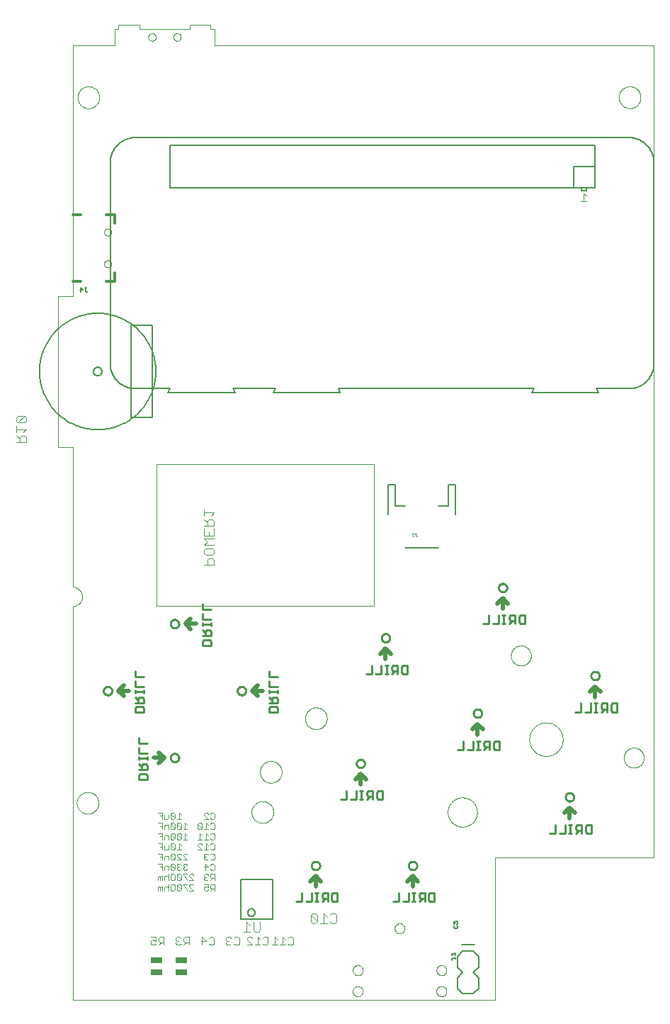
<source format=gbo>
G75*
%MOIN*%
%OFA0B0*%
%FSLAX25Y25*%
%IPPOS*%
%LPD*%
%AMOC8*
5,1,8,0,0,1.08239X$1,22.5*
%
%ADD10C,0.00000*%
%ADD11C,0.00039*%
%ADD12C,0.00300*%
%ADD13C,0.00500*%
%ADD14C,0.00400*%
%ADD15C,0.00394*%
%ADD16C,0.01000*%
%ADD17C,0.02000*%
%ADD18R,0.05512X0.02559*%
%ADD19C,0.00800*%
%ADD20C,0.00100*%
%ADD21C,0.01200*%
D10*
X0029320Y0017142D02*
X0029320Y0202181D01*
X0029453Y0202183D01*
X0029586Y0202189D01*
X0029718Y0202199D01*
X0029851Y0202212D01*
X0029982Y0202230D01*
X0030114Y0202251D01*
X0030244Y0202276D01*
X0030374Y0202305D01*
X0030503Y0202338D01*
X0030630Y0202375D01*
X0030757Y0202415D01*
X0030883Y0202459D01*
X0031007Y0202507D01*
X0031129Y0202558D01*
X0031250Y0202613D01*
X0031370Y0202672D01*
X0031487Y0202733D01*
X0031603Y0202799D01*
X0031717Y0202867D01*
X0031829Y0202939D01*
X0031938Y0203015D01*
X0032046Y0203093D01*
X0032151Y0203175D01*
X0032253Y0203259D01*
X0032353Y0203347D01*
X0032451Y0203437D01*
X0032545Y0203531D01*
X0032637Y0203627D01*
X0032726Y0203726D01*
X0032812Y0203827D01*
X0032895Y0203931D01*
X0032975Y0204037D01*
X0033052Y0204145D01*
X0033126Y0204256D01*
X0033196Y0204369D01*
X0033263Y0204483D01*
X0033327Y0204600D01*
X0033387Y0204719D01*
X0033444Y0204839D01*
X0033497Y0204961D01*
X0033546Y0205084D01*
X0033592Y0205209D01*
X0033635Y0205335D01*
X0033673Y0205462D01*
X0033708Y0205591D01*
X0033739Y0205720D01*
X0033766Y0205850D01*
X0033789Y0205981D01*
X0033809Y0206112D01*
X0033824Y0206245D01*
X0033836Y0206377D01*
X0033844Y0206510D01*
X0033848Y0206643D01*
X0033848Y0206775D01*
X0033844Y0206908D01*
X0033836Y0207041D01*
X0033824Y0207173D01*
X0033809Y0207306D01*
X0033789Y0207437D01*
X0033766Y0207568D01*
X0033739Y0207698D01*
X0033708Y0207827D01*
X0033673Y0207956D01*
X0033635Y0208083D01*
X0033592Y0208209D01*
X0033546Y0208334D01*
X0033497Y0208457D01*
X0033444Y0208579D01*
X0033387Y0208699D01*
X0033327Y0208818D01*
X0033263Y0208935D01*
X0033196Y0209049D01*
X0033126Y0209162D01*
X0033052Y0209273D01*
X0032975Y0209381D01*
X0032895Y0209487D01*
X0032812Y0209591D01*
X0032726Y0209692D01*
X0032637Y0209791D01*
X0032545Y0209887D01*
X0032451Y0209981D01*
X0032353Y0210071D01*
X0032253Y0210159D01*
X0032151Y0210243D01*
X0032046Y0210325D01*
X0031938Y0210403D01*
X0031829Y0210479D01*
X0031717Y0210551D01*
X0031603Y0210619D01*
X0031487Y0210685D01*
X0031370Y0210746D01*
X0031250Y0210805D01*
X0031129Y0210860D01*
X0031007Y0210911D01*
X0030883Y0210959D01*
X0030757Y0211003D01*
X0030630Y0211043D01*
X0030503Y0211080D01*
X0030374Y0211113D01*
X0030244Y0211142D01*
X0030114Y0211167D01*
X0029982Y0211188D01*
X0029851Y0211206D01*
X0029718Y0211219D01*
X0029586Y0211229D01*
X0029453Y0211235D01*
X0029320Y0211237D01*
X0029320Y0211236D02*
X0029320Y0276984D01*
X0022430Y0276984D01*
X0022430Y0347850D01*
X0029320Y0347850D01*
X0029320Y0465961D01*
X0049005Y0465961D01*
X0049005Y0473835D01*
X0050974Y0473835D01*
X0050974Y0475803D01*
X0060816Y0475803D01*
X0060816Y0473835D01*
X0084438Y0473835D01*
X0084438Y0475803D01*
X0094281Y0475803D01*
X0094281Y0473835D01*
X0096249Y0473835D01*
X0096249Y0465961D01*
X0302942Y0465961D01*
X0302942Y0083874D01*
X0228139Y0083874D01*
X0228139Y0017142D01*
X0029320Y0017142D01*
X0075383Y0130921D02*
X0075385Y0131009D01*
X0075391Y0131097D01*
X0075401Y0131185D01*
X0075415Y0131273D01*
X0075432Y0131359D01*
X0075454Y0131445D01*
X0075479Y0131529D01*
X0075509Y0131613D01*
X0075541Y0131695D01*
X0075578Y0131775D01*
X0075618Y0131854D01*
X0075662Y0131931D01*
X0075709Y0132006D01*
X0075759Y0132078D01*
X0075813Y0132149D01*
X0075869Y0132216D01*
X0075929Y0132282D01*
X0075991Y0132344D01*
X0076057Y0132404D01*
X0076124Y0132460D01*
X0076195Y0132514D01*
X0076267Y0132564D01*
X0076342Y0132611D01*
X0076419Y0132655D01*
X0076498Y0132695D01*
X0076578Y0132732D01*
X0076660Y0132764D01*
X0076744Y0132794D01*
X0076828Y0132819D01*
X0076914Y0132841D01*
X0077000Y0132858D01*
X0077088Y0132872D01*
X0077176Y0132882D01*
X0077264Y0132888D01*
X0077352Y0132890D01*
X0077440Y0132888D01*
X0077528Y0132882D01*
X0077616Y0132872D01*
X0077704Y0132858D01*
X0077790Y0132841D01*
X0077876Y0132819D01*
X0077960Y0132794D01*
X0078044Y0132764D01*
X0078126Y0132732D01*
X0078206Y0132695D01*
X0078285Y0132655D01*
X0078362Y0132611D01*
X0078437Y0132564D01*
X0078509Y0132514D01*
X0078580Y0132460D01*
X0078647Y0132404D01*
X0078713Y0132344D01*
X0078775Y0132282D01*
X0078835Y0132216D01*
X0078891Y0132149D01*
X0078945Y0132078D01*
X0078995Y0132006D01*
X0079042Y0131931D01*
X0079086Y0131854D01*
X0079126Y0131775D01*
X0079163Y0131695D01*
X0079195Y0131613D01*
X0079225Y0131529D01*
X0079250Y0131445D01*
X0079272Y0131359D01*
X0079289Y0131273D01*
X0079303Y0131185D01*
X0079313Y0131097D01*
X0079319Y0131009D01*
X0079321Y0130921D01*
X0079319Y0130833D01*
X0079313Y0130745D01*
X0079303Y0130657D01*
X0079289Y0130569D01*
X0079272Y0130483D01*
X0079250Y0130397D01*
X0079225Y0130313D01*
X0079195Y0130229D01*
X0079163Y0130147D01*
X0079126Y0130067D01*
X0079086Y0129988D01*
X0079042Y0129911D01*
X0078995Y0129836D01*
X0078945Y0129764D01*
X0078891Y0129693D01*
X0078835Y0129626D01*
X0078775Y0129560D01*
X0078713Y0129498D01*
X0078647Y0129438D01*
X0078580Y0129382D01*
X0078509Y0129328D01*
X0078437Y0129278D01*
X0078362Y0129231D01*
X0078285Y0129187D01*
X0078206Y0129147D01*
X0078126Y0129110D01*
X0078044Y0129078D01*
X0077960Y0129048D01*
X0077876Y0129023D01*
X0077790Y0129001D01*
X0077704Y0128984D01*
X0077616Y0128970D01*
X0077528Y0128960D01*
X0077440Y0128954D01*
X0077352Y0128952D01*
X0077264Y0128954D01*
X0077176Y0128960D01*
X0077088Y0128970D01*
X0077000Y0128984D01*
X0076914Y0129001D01*
X0076828Y0129023D01*
X0076744Y0129048D01*
X0076660Y0129078D01*
X0076578Y0129110D01*
X0076498Y0129147D01*
X0076419Y0129187D01*
X0076342Y0129231D01*
X0076267Y0129278D01*
X0076195Y0129328D01*
X0076124Y0129382D01*
X0076057Y0129438D01*
X0075991Y0129498D01*
X0075929Y0129560D01*
X0075869Y0129626D01*
X0075813Y0129693D01*
X0075759Y0129764D01*
X0075709Y0129836D01*
X0075662Y0129911D01*
X0075618Y0129988D01*
X0075578Y0130067D01*
X0075541Y0130147D01*
X0075509Y0130229D01*
X0075479Y0130313D01*
X0075454Y0130397D01*
X0075432Y0130483D01*
X0075415Y0130569D01*
X0075401Y0130657D01*
X0075391Y0130745D01*
X0075385Y0130833D01*
X0075383Y0130921D01*
X0043887Y0162417D02*
X0043889Y0162505D01*
X0043895Y0162593D01*
X0043905Y0162681D01*
X0043919Y0162769D01*
X0043936Y0162855D01*
X0043958Y0162941D01*
X0043983Y0163025D01*
X0044013Y0163109D01*
X0044045Y0163191D01*
X0044082Y0163271D01*
X0044122Y0163350D01*
X0044166Y0163427D01*
X0044213Y0163502D01*
X0044263Y0163574D01*
X0044317Y0163645D01*
X0044373Y0163712D01*
X0044433Y0163778D01*
X0044495Y0163840D01*
X0044561Y0163900D01*
X0044628Y0163956D01*
X0044699Y0164010D01*
X0044771Y0164060D01*
X0044846Y0164107D01*
X0044923Y0164151D01*
X0045002Y0164191D01*
X0045082Y0164228D01*
X0045164Y0164260D01*
X0045248Y0164290D01*
X0045332Y0164315D01*
X0045418Y0164337D01*
X0045504Y0164354D01*
X0045592Y0164368D01*
X0045680Y0164378D01*
X0045768Y0164384D01*
X0045856Y0164386D01*
X0045944Y0164384D01*
X0046032Y0164378D01*
X0046120Y0164368D01*
X0046208Y0164354D01*
X0046294Y0164337D01*
X0046380Y0164315D01*
X0046464Y0164290D01*
X0046548Y0164260D01*
X0046630Y0164228D01*
X0046710Y0164191D01*
X0046789Y0164151D01*
X0046866Y0164107D01*
X0046941Y0164060D01*
X0047013Y0164010D01*
X0047084Y0163956D01*
X0047151Y0163900D01*
X0047217Y0163840D01*
X0047279Y0163778D01*
X0047339Y0163712D01*
X0047395Y0163645D01*
X0047449Y0163574D01*
X0047499Y0163502D01*
X0047546Y0163427D01*
X0047590Y0163350D01*
X0047630Y0163271D01*
X0047667Y0163191D01*
X0047699Y0163109D01*
X0047729Y0163025D01*
X0047754Y0162941D01*
X0047776Y0162855D01*
X0047793Y0162769D01*
X0047807Y0162681D01*
X0047817Y0162593D01*
X0047823Y0162505D01*
X0047825Y0162417D01*
X0047823Y0162329D01*
X0047817Y0162241D01*
X0047807Y0162153D01*
X0047793Y0162065D01*
X0047776Y0161979D01*
X0047754Y0161893D01*
X0047729Y0161809D01*
X0047699Y0161725D01*
X0047667Y0161643D01*
X0047630Y0161563D01*
X0047590Y0161484D01*
X0047546Y0161407D01*
X0047499Y0161332D01*
X0047449Y0161260D01*
X0047395Y0161189D01*
X0047339Y0161122D01*
X0047279Y0161056D01*
X0047217Y0160994D01*
X0047151Y0160934D01*
X0047084Y0160878D01*
X0047013Y0160824D01*
X0046941Y0160774D01*
X0046866Y0160727D01*
X0046789Y0160683D01*
X0046710Y0160643D01*
X0046630Y0160606D01*
X0046548Y0160574D01*
X0046464Y0160544D01*
X0046380Y0160519D01*
X0046294Y0160497D01*
X0046208Y0160480D01*
X0046120Y0160466D01*
X0046032Y0160456D01*
X0045944Y0160450D01*
X0045856Y0160448D01*
X0045768Y0160450D01*
X0045680Y0160456D01*
X0045592Y0160466D01*
X0045504Y0160480D01*
X0045418Y0160497D01*
X0045332Y0160519D01*
X0045248Y0160544D01*
X0045164Y0160574D01*
X0045082Y0160606D01*
X0045002Y0160643D01*
X0044923Y0160683D01*
X0044846Y0160727D01*
X0044771Y0160774D01*
X0044699Y0160824D01*
X0044628Y0160878D01*
X0044561Y0160934D01*
X0044495Y0160994D01*
X0044433Y0161056D01*
X0044373Y0161122D01*
X0044317Y0161189D01*
X0044263Y0161260D01*
X0044213Y0161332D01*
X0044166Y0161407D01*
X0044122Y0161484D01*
X0044082Y0161563D01*
X0044045Y0161643D01*
X0044013Y0161725D01*
X0043983Y0161809D01*
X0043958Y0161893D01*
X0043936Y0161979D01*
X0043919Y0162065D01*
X0043905Y0162153D01*
X0043895Y0162241D01*
X0043889Y0162329D01*
X0043887Y0162417D01*
X0075383Y0193913D02*
X0075385Y0194001D01*
X0075391Y0194089D01*
X0075401Y0194177D01*
X0075415Y0194265D01*
X0075432Y0194351D01*
X0075454Y0194437D01*
X0075479Y0194521D01*
X0075509Y0194605D01*
X0075541Y0194687D01*
X0075578Y0194767D01*
X0075618Y0194846D01*
X0075662Y0194923D01*
X0075709Y0194998D01*
X0075759Y0195070D01*
X0075813Y0195141D01*
X0075869Y0195208D01*
X0075929Y0195274D01*
X0075991Y0195336D01*
X0076057Y0195396D01*
X0076124Y0195452D01*
X0076195Y0195506D01*
X0076267Y0195556D01*
X0076342Y0195603D01*
X0076419Y0195647D01*
X0076498Y0195687D01*
X0076578Y0195724D01*
X0076660Y0195756D01*
X0076744Y0195786D01*
X0076828Y0195811D01*
X0076914Y0195833D01*
X0077000Y0195850D01*
X0077088Y0195864D01*
X0077176Y0195874D01*
X0077264Y0195880D01*
X0077352Y0195882D01*
X0077440Y0195880D01*
X0077528Y0195874D01*
X0077616Y0195864D01*
X0077704Y0195850D01*
X0077790Y0195833D01*
X0077876Y0195811D01*
X0077960Y0195786D01*
X0078044Y0195756D01*
X0078126Y0195724D01*
X0078206Y0195687D01*
X0078285Y0195647D01*
X0078362Y0195603D01*
X0078437Y0195556D01*
X0078509Y0195506D01*
X0078580Y0195452D01*
X0078647Y0195396D01*
X0078713Y0195336D01*
X0078775Y0195274D01*
X0078835Y0195208D01*
X0078891Y0195141D01*
X0078945Y0195070D01*
X0078995Y0194998D01*
X0079042Y0194923D01*
X0079086Y0194846D01*
X0079126Y0194767D01*
X0079163Y0194687D01*
X0079195Y0194605D01*
X0079225Y0194521D01*
X0079250Y0194437D01*
X0079272Y0194351D01*
X0079289Y0194265D01*
X0079303Y0194177D01*
X0079313Y0194089D01*
X0079319Y0194001D01*
X0079321Y0193913D01*
X0079319Y0193825D01*
X0079313Y0193737D01*
X0079303Y0193649D01*
X0079289Y0193561D01*
X0079272Y0193475D01*
X0079250Y0193389D01*
X0079225Y0193305D01*
X0079195Y0193221D01*
X0079163Y0193139D01*
X0079126Y0193059D01*
X0079086Y0192980D01*
X0079042Y0192903D01*
X0078995Y0192828D01*
X0078945Y0192756D01*
X0078891Y0192685D01*
X0078835Y0192618D01*
X0078775Y0192552D01*
X0078713Y0192490D01*
X0078647Y0192430D01*
X0078580Y0192374D01*
X0078509Y0192320D01*
X0078437Y0192270D01*
X0078362Y0192223D01*
X0078285Y0192179D01*
X0078206Y0192139D01*
X0078126Y0192102D01*
X0078044Y0192070D01*
X0077960Y0192040D01*
X0077876Y0192015D01*
X0077790Y0191993D01*
X0077704Y0191976D01*
X0077616Y0191962D01*
X0077528Y0191952D01*
X0077440Y0191946D01*
X0077352Y0191944D01*
X0077264Y0191946D01*
X0077176Y0191952D01*
X0077088Y0191962D01*
X0077000Y0191976D01*
X0076914Y0191993D01*
X0076828Y0192015D01*
X0076744Y0192040D01*
X0076660Y0192070D01*
X0076578Y0192102D01*
X0076498Y0192139D01*
X0076419Y0192179D01*
X0076342Y0192223D01*
X0076267Y0192270D01*
X0076195Y0192320D01*
X0076124Y0192374D01*
X0076057Y0192430D01*
X0075991Y0192490D01*
X0075929Y0192552D01*
X0075869Y0192618D01*
X0075813Y0192685D01*
X0075759Y0192756D01*
X0075709Y0192828D01*
X0075662Y0192903D01*
X0075618Y0192980D01*
X0075578Y0193059D01*
X0075541Y0193139D01*
X0075509Y0193221D01*
X0075479Y0193305D01*
X0075454Y0193389D01*
X0075432Y0193475D01*
X0075415Y0193561D01*
X0075401Y0193649D01*
X0075391Y0193737D01*
X0075385Y0193825D01*
X0075383Y0193913D01*
X0106879Y0162417D02*
X0106881Y0162505D01*
X0106887Y0162593D01*
X0106897Y0162681D01*
X0106911Y0162769D01*
X0106928Y0162855D01*
X0106950Y0162941D01*
X0106975Y0163025D01*
X0107005Y0163109D01*
X0107037Y0163191D01*
X0107074Y0163271D01*
X0107114Y0163350D01*
X0107158Y0163427D01*
X0107205Y0163502D01*
X0107255Y0163574D01*
X0107309Y0163645D01*
X0107365Y0163712D01*
X0107425Y0163778D01*
X0107487Y0163840D01*
X0107553Y0163900D01*
X0107620Y0163956D01*
X0107691Y0164010D01*
X0107763Y0164060D01*
X0107838Y0164107D01*
X0107915Y0164151D01*
X0107994Y0164191D01*
X0108074Y0164228D01*
X0108156Y0164260D01*
X0108240Y0164290D01*
X0108324Y0164315D01*
X0108410Y0164337D01*
X0108496Y0164354D01*
X0108584Y0164368D01*
X0108672Y0164378D01*
X0108760Y0164384D01*
X0108848Y0164386D01*
X0108936Y0164384D01*
X0109024Y0164378D01*
X0109112Y0164368D01*
X0109200Y0164354D01*
X0109286Y0164337D01*
X0109372Y0164315D01*
X0109456Y0164290D01*
X0109540Y0164260D01*
X0109622Y0164228D01*
X0109702Y0164191D01*
X0109781Y0164151D01*
X0109858Y0164107D01*
X0109933Y0164060D01*
X0110005Y0164010D01*
X0110076Y0163956D01*
X0110143Y0163900D01*
X0110209Y0163840D01*
X0110271Y0163778D01*
X0110331Y0163712D01*
X0110387Y0163645D01*
X0110441Y0163574D01*
X0110491Y0163502D01*
X0110538Y0163427D01*
X0110582Y0163350D01*
X0110622Y0163271D01*
X0110659Y0163191D01*
X0110691Y0163109D01*
X0110721Y0163025D01*
X0110746Y0162941D01*
X0110768Y0162855D01*
X0110785Y0162769D01*
X0110799Y0162681D01*
X0110809Y0162593D01*
X0110815Y0162505D01*
X0110817Y0162417D01*
X0110815Y0162329D01*
X0110809Y0162241D01*
X0110799Y0162153D01*
X0110785Y0162065D01*
X0110768Y0161979D01*
X0110746Y0161893D01*
X0110721Y0161809D01*
X0110691Y0161725D01*
X0110659Y0161643D01*
X0110622Y0161563D01*
X0110582Y0161484D01*
X0110538Y0161407D01*
X0110491Y0161332D01*
X0110441Y0161260D01*
X0110387Y0161189D01*
X0110331Y0161122D01*
X0110271Y0161056D01*
X0110209Y0160994D01*
X0110143Y0160934D01*
X0110076Y0160878D01*
X0110005Y0160824D01*
X0109933Y0160774D01*
X0109858Y0160727D01*
X0109781Y0160683D01*
X0109702Y0160643D01*
X0109622Y0160606D01*
X0109540Y0160574D01*
X0109456Y0160544D01*
X0109372Y0160519D01*
X0109286Y0160497D01*
X0109200Y0160480D01*
X0109112Y0160466D01*
X0109024Y0160456D01*
X0108936Y0160450D01*
X0108848Y0160448D01*
X0108760Y0160450D01*
X0108672Y0160456D01*
X0108584Y0160466D01*
X0108496Y0160480D01*
X0108410Y0160497D01*
X0108324Y0160519D01*
X0108240Y0160544D01*
X0108156Y0160574D01*
X0108074Y0160606D01*
X0107994Y0160643D01*
X0107915Y0160683D01*
X0107838Y0160727D01*
X0107763Y0160774D01*
X0107691Y0160824D01*
X0107620Y0160878D01*
X0107553Y0160934D01*
X0107487Y0160994D01*
X0107425Y0161056D01*
X0107365Y0161122D01*
X0107309Y0161189D01*
X0107255Y0161260D01*
X0107205Y0161332D01*
X0107158Y0161407D01*
X0107114Y0161484D01*
X0107074Y0161563D01*
X0107037Y0161643D01*
X0107005Y0161725D01*
X0106975Y0161809D01*
X0106950Y0161893D01*
X0106928Y0161979D01*
X0106911Y0162065D01*
X0106897Y0162153D01*
X0106887Y0162241D01*
X0106881Y0162329D01*
X0106879Y0162417D01*
X0141741Y0080173D02*
X0141743Y0080261D01*
X0141749Y0080349D01*
X0141759Y0080437D01*
X0141773Y0080525D01*
X0141790Y0080611D01*
X0141812Y0080697D01*
X0141837Y0080781D01*
X0141867Y0080865D01*
X0141899Y0080947D01*
X0141936Y0081027D01*
X0141976Y0081106D01*
X0142020Y0081183D01*
X0142067Y0081258D01*
X0142117Y0081330D01*
X0142171Y0081401D01*
X0142227Y0081468D01*
X0142287Y0081534D01*
X0142349Y0081596D01*
X0142415Y0081656D01*
X0142482Y0081712D01*
X0142553Y0081766D01*
X0142625Y0081816D01*
X0142700Y0081863D01*
X0142777Y0081907D01*
X0142856Y0081947D01*
X0142936Y0081984D01*
X0143018Y0082016D01*
X0143102Y0082046D01*
X0143186Y0082071D01*
X0143272Y0082093D01*
X0143358Y0082110D01*
X0143446Y0082124D01*
X0143534Y0082134D01*
X0143622Y0082140D01*
X0143710Y0082142D01*
X0143798Y0082140D01*
X0143886Y0082134D01*
X0143974Y0082124D01*
X0144062Y0082110D01*
X0144148Y0082093D01*
X0144234Y0082071D01*
X0144318Y0082046D01*
X0144402Y0082016D01*
X0144484Y0081984D01*
X0144564Y0081947D01*
X0144643Y0081907D01*
X0144720Y0081863D01*
X0144795Y0081816D01*
X0144867Y0081766D01*
X0144938Y0081712D01*
X0145005Y0081656D01*
X0145071Y0081596D01*
X0145133Y0081534D01*
X0145193Y0081468D01*
X0145249Y0081401D01*
X0145303Y0081330D01*
X0145353Y0081258D01*
X0145400Y0081183D01*
X0145444Y0081106D01*
X0145484Y0081027D01*
X0145521Y0080947D01*
X0145553Y0080865D01*
X0145583Y0080781D01*
X0145608Y0080697D01*
X0145630Y0080611D01*
X0145647Y0080525D01*
X0145661Y0080437D01*
X0145671Y0080349D01*
X0145677Y0080261D01*
X0145679Y0080173D01*
X0145677Y0080085D01*
X0145671Y0079997D01*
X0145661Y0079909D01*
X0145647Y0079821D01*
X0145630Y0079735D01*
X0145608Y0079649D01*
X0145583Y0079565D01*
X0145553Y0079481D01*
X0145521Y0079399D01*
X0145484Y0079319D01*
X0145444Y0079240D01*
X0145400Y0079163D01*
X0145353Y0079088D01*
X0145303Y0079016D01*
X0145249Y0078945D01*
X0145193Y0078878D01*
X0145133Y0078812D01*
X0145071Y0078750D01*
X0145005Y0078690D01*
X0144938Y0078634D01*
X0144867Y0078580D01*
X0144795Y0078530D01*
X0144720Y0078483D01*
X0144643Y0078439D01*
X0144564Y0078399D01*
X0144484Y0078362D01*
X0144402Y0078330D01*
X0144318Y0078300D01*
X0144234Y0078275D01*
X0144148Y0078253D01*
X0144062Y0078236D01*
X0143974Y0078222D01*
X0143886Y0078212D01*
X0143798Y0078206D01*
X0143710Y0078204D01*
X0143622Y0078206D01*
X0143534Y0078212D01*
X0143446Y0078222D01*
X0143358Y0078236D01*
X0143272Y0078253D01*
X0143186Y0078275D01*
X0143102Y0078300D01*
X0143018Y0078330D01*
X0142936Y0078362D01*
X0142856Y0078399D01*
X0142777Y0078439D01*
X0142700Y0078483D01*
X0142625Y0078530D01*
X0142553Y0078580D01*
X0142482Y0078634D01*
X0142415Y0078690D01*
X0142349Y0078750D01*
X0142287Y0078812D01*
X0142227Y0078878D01*
X0142171Y0078945D01*
X0142117Y0079016D01*
X0142067Y0079088D01*
X0142020Y0079163D01*
X0141976Y0079240D01*
X0141936Y0079319D01*
X0141899Y0079399D01*
X0141867Y0079481D01*
X0141837Y0079565D01*
X0141812Y0079649D01*
X0141790Y0079735D01*
X0141773Y0079821D01*
X0141759Y0079909D01*
X0141749Y0079997D01*
X0141743Y0080085D01*
X0141741Y0080173D01*
X0162863Y0128205D02*
X0162865Y0128293D01*
X0162871Y0128381D01*
X0162881Y0128469D01*
X0162895Y0128557D01*
X0162912Y0128643D01*
X0162934Y0128729D01*
X0162959Y0128813D01*
X0162989Y0128897D01*
X0163021Y0128979D01*
X0163058Y0129059D01*
X0163098Y0129138D01*
X0163142Y0129215D01*
X0163189Y0129290D01*
X0163239Y0129362D01*
X0163293Y0129433D01*
X0163349Y0129500D01*
X0163409Y0129566D01*
X0163471Y0129628D01*
X0163537Y0129688D01*
X0163604Y0129744D01*
X0163675Y0129798D01*
X0163747Y0129848D01*
X0163822Y0129895D01*
X0163899Y0129939D01*
X0163978Y0129979D01*
X0164058Y0130016D01*
X0164140Y0130048D01*
X0164224Y0130078D01*
X0164308Y0130103D01*
X0164394Y0130125D01*
X0164480Y0130142D01*
X0164568Y0130156D01*
X0164656Y0130166D01*
X0164744Y0130172D01*
X0164832Y0130174D01*
X0164920Y0130172D01*
X0165008Y0130166D01*
X0165096Y0130156D01*
X0165184Y0130142D01*
X0165270Y0130125D01*
X0165356Y0130103D01*
X0165440Y0130078D01*
X0165524Y0130048D01*
X0165606Y0130016D01*
X0165686Y0129979D01*
X0165765Y0129939D01*
X0165842Y0129895D01*
X0165917Y0129848D01*
X0165989Y0129798D01*
X0166060Y0129744D01*
X0166127Y0129688D01*
X0166193Y0129628D01*
X0166255Y0129566D01*
X0166315Y0129500D01*
X0166371Y0129433D01*
X0166425Y0129362D01*
X0166475Y0129290D01*
X0166522Y0129215D01*
X0166566Y0129138D01*
X0166606Y0129059D01*
X0166643Y0128979D01*
X0166675Y0128897D01*
X0166705Y0128813D01*
X0166730Y0128729D01*
X0166752Y0128643D01*
X0166769Y0128557D01*
X0166783Y0128469D01*
X0166793Y0128381D01*
X0166799Y0128293D01*
X0166801Y0128205D01*
X0166799Y0128117D01*
X0166793Y0128029D01*
X0166783Y0127941D01*
X0166769Y0127853D01*
X0166752Y0127767D01*
X0166730Y0127681D01*
X0166705Y0127597D01*
X0166675Y0127513D01*
X0166643Y0127431D01*
X0166606Y0127351D01*
X0166566Y0127272D01*
X0166522Y0127195D01*
X0166475Y0127120D01*
X0166425Y0127048D01*
X0166371Y0126977D01*
X0166315Y0126910D01*
X0166255Y0126844D01*
X0166193Y0126782D01*
X0166127Y0126722D01*
X0166060Y0126666D01*
X0165989Y0126612D01*
X0165917Y0126562D01*
X0165842Y0126515D01*
X0165765Y0126471D01*
X0165686Y0126431D01*
X0165606Y0126394D01*
X0165524Y0126362D01*
X0165440Y0126332D01*
X0165356Y0126307D01*
X0165270Y0126285D01*
X0165184Y0126268D01*
X0165096Y0126254D01*
X0165008Y0126244D01*
X0164920Y0126238D01*
X0164832Y0126236D01*
X0164744Y0126238D01*
X0164656Y0126244D01*
X0164568Y0126254D01*
X0164480Y0126268D01*
X0164394Y0126285D01*
X0164308Y0126307D01*
X0164224Y0126332D01*
X0164140Y0126362D01*
X0164058Y0126394D01*
X0163978Y0126431D01*
X0163899Y0126471D01*
X0163822Y0126515D01*
X0163747Y0126562D01*
X0163675Y0126612D01*
X0163604Y0126666D01*
X0163537Y0126722D01*
X0163471Y0126782D01*
X0163409Y0126844D01*
X0163349Y0126910D01*
X0163293Y0126977D01*
X0163239Y0127048D01*
X0163189Y0127120D01*
X0163142Y0127195D01*
X0163098Y0127272D01*
X0163058Y0127351D01*
X0163021Y0127431D01*
X0162989Y0127513D01*
X0162959Y0127597D01*
X0162934Y0127681D01*
X0162912Y0127767D01*
X0162895Y0127853D01*
X0162881Y0127941D01*
X0162871Y0128029D01*
X0162865Y0128117D01*
X0162863Y0128205D01*
X0187410Y0080173D02*
X0187412Y0080261D01*
X0187418Y0080349D01*
X0187428Y0080437D01*
X0187442Y0080525D01*
X0187459Y0080611D01*
X0187481Y0080697D01*
X0187506Y0080781D01*
X0187536Y0080865D01*
X0187568Y0080947D01*
X0187605Y0081027D01*
X0187645Y0081106D01*
X0187689Y0081183D01*
X0187736Y0081258D01*
X0187786Y0081330D01*
X0187840Y0081401D01*
X0187896Y0081468D01*
X0187956Y0081534D01*
X0188018Y0081596D01*
X0188084Y0081656D01*
X0188151Y0081712D01*
X0188222Y0081766D01*
X0188294Y0081816D01*
X0188369Y0081863D01*
X0188446Y0081907D01*
X0188525Y0081947D01*
X0188605Y0081984D01*
X0188687Y0082016D01*
X0188771Y0082046D01*
X0188855Y0082071D01*
X0188941Y0082093D01*
X0189027Y0082110D01*
X0189115Y0082124D01*
X0189203Y0082134D01*
X0189291Y0082140D01*
X0189379Y0082142D01*
X0189467Y0082140D01*
X0189555Y0082134D01*
X0189643Y0082124D01*
X0189731Y0082110D01*
X0189817Y0082093D01*
X0189903Y0082071D01*
X0189987Y0082046D01*
X0190071Y0082016D01*
X0190153Y0081984D01*
X0190233Y0081947D01*
X0190312Y0081907D01*
X0190389Y0081863D01*
X0190464Y0081816D01*
X0190536Y0081766D01*
X0190607Y0081712D01*
X0190674Y0081656D01*
X0190740Y0081596D01*
X0190802Y0081534D01*
X0190862Y0081468D01*
X0190918Y0081401D01*
X0190972Y0081330D01*
X0191022Y0081258D01*
X0191069Y0081183D01*
X0191113Y0081106D01*
X0191153Y0081027D01*
X0191190Y0080947D01*
X0191222Y0080865D01*
X0191252Y0080781D01*
X0191277Y0080697D01*
X0191299Y0080611D01*
X0191316Y0080525D01*
X0191330Y0080437D01*
X0191340Y0080349D01*
X0191346Y0080261D01*
X0191348Y0080173D01*
X0191346Y0080085D01*
X0191340Y0079997D01*
X0191330Y0079909D01*
X0191316Y0079821D01*
X0191299Y0079735D01*
X0191277Y0079649D01*
X0191252Y0079565D01*
X0191222Y0079481D01*
X0191190Y0079399D01*
X0191153Y0079319D01*
X0191113Y0079240D01*
X0191069Y0079163D01*
X0191022Y0079088D01*
X0190972Y0079016D01*
X0190918Y0078945D01*
X0190862Y0078878D01*
X0190802Y0078812D01*
X0190740Y0078750D01*
X0190674Y0078690D01*
X0190607Y0078634D01*
X0190536Y0078580D01*
X0190464Y0078530D01*
X0190389Y0078483D01*
X0190312Y0078439D01*
X0190233Y0078399D01*
X0190153Y0078362D01*
X0190071Y0078330D01*
X0189987Y0078300D01*
X0189903Y0078275D01*
X0189817Y0078253D01*
X0189731Y0078236D01*
X0189643Y0078222D01*
X0189555Y0078212D01*
X0189467Y0078206D01*
X0189379Y0078204D01*
X0189291Y0078206D01*
X0189203Y0078212D01*
X0189115Y0078222D01*
X0189027Y0078236D01*
X0188941Y0078253D01*
X0188855Y0078275D01*
X0188771Y0078300D01*
X0188687Y0078330D01*
X0188605Y0078362D01*
X0188525Y0078399D01*
X0188446Y0078439D01*
X0188369Y0078483D01*
X0188294Y0078530D01*
X0188222Y0078580D01*
X0188151Y0078634D01*
X0188084Y0078690D01*
X0188018Y0078750D01*
X0187956Y0078812D01*
X0187896Y0078878D01*
X0187840Y0078945D01*
X0187786Y0079016D01*
X0187736Y0079088D01*
X0187689Y0079163D01*
X0187645Y0079240D01*
X0187605Y0079319D01*
X0187568Y0079399D01*
X0187536Y0079481D01*
X0187506Y0079565D01*
X0187481Y0079649D01*
X0187459Y0079735D01*
X0187442Y0079821D01*
X0187428Y0079909D01*
X0187418Y0079997D01*
X0187412Y0080085D01*
X0187410Y0080173D01*
X0180895Y0050606D02*
X0180897Y0050703D01*
X0180903Y0050800D01*
X0180913Y0050896D01*
X0180927Y0050992D01*
X0180945Y0051088D01*
X0180966Y0051182D01*
X0180992Y0051276D01*
X0181021Y0051368D01*
X0181055Y0051459D01*
X0181091Y0051549D01*
X0181132Y0051637D01*
X0181176Y0051723D01*
X0181224Y0051808D01*
X0181275Y0051890D01*
X0181329Y0051971D01*
X0181387Y0052049D01*
X0181448Y0052124D01*
X0181511Y0052197D01*
X0181578Y0052268D01*
X0181648Y0052335D01*
X0181720Y0052400D01*
X0181795Y0052461D01*
X0181873Y0052520D01*
X0181952Y0052575D01*
X0182034Y0052627D01*
X0182118Y0052675D01*
X0182204Y0052720D01*
X0182292Y0052762D01*
X0182381Y0052800D01*
X0182472Y0052834D01*
X0182564Y0052864D01*
X0182657Y0052891D01*
X0182752Y0052913D01*
X0182847Y0052932D01*
X0182943Y0052947D01*
X0183039Y0052958D01*
X0183136Y0052965D01*
X0183233Y0052968D01*
X0183330Y0052967D01*
X0183427Y0052962D01*
X0183523Y0052953D01*
X0183619Y0052940D01*
X0183715Y0052923D01*
X0183810Y0052902D01*
X0183903Y0052878D01*
X0183996Y0052849D01*
X0184088Y0052817D01*
X0184178Y0052781D01*
X0184266Y0052742D01*
X0184353Y0052698D01*
X0184438Y0052652D01*
X0184521Y0052601D01*
X0184602Y0052548D01*
X0184680Y0052491D01*
X0184757Y0052431D01*
X0184830Y0052368D01*
X0184901Y0052302D01*
X0184969Y0052233D01*
X0185035Y0052161D01*
X0185097Y0052087D01*
X0185156Y0052010D01*
X0185212Y0051931D01*
X0185265Y0051849D01*
X0185315Y0051766D01*
X0185360Y0051680D01*
X0185403Y0051593D01*
X0185442Y0051504D01*
X0185477Y0051414D01*
X0185508Y0051322D01*
X0185535Y0051229D01*
X0185559Y0051135D01*
X0185579Y0051040D01*
X0185595Y0050944D01*
X0185607Y0050848D01*
X0185615Y0050751D01*
X0185619Y0050654D01*
X0185619Y0050558D01*
X0185615Y0050461D01*
X0185607Y0050364D01*
X0185595Y0050268D01*
X0185579Y0050172D01*
X0185559Y0050077D01*
X0185535Y0049983D01*
X0185508Y0049890D01*
X0185477Y0049798D01*
X0185442Y0049708D01*
X0185403Y0049619D01*
X0185360Y0049532D01*
X0185315Y0049446D01*
X0185265Y0049363D01*
X0185212Y0049281D01*
X0185156Y0049202D01*
X0185097Y0049125D01*
X0185035Y0049051D01*
X0184969Y0048979D01*
X0184901Y0048910D01*
X0184830Y0048844D01*
X0184757Y0048781D01*
X0184680Y0048721D01*
X0184602Y0048664D01*
X0184521Y0048611D01*
X0184438Y0048560D01*
X0184353Y0048514D01*
X0184266Y0048470D01*
X0184178Y0048431D01*
X0184088Y0048395D01*
X0183996Y0048363D01*
X0183903Y0048334D01*
X0183810Y0048310D01*
X0183715Y0048289D01*
X0183619Y0048272D01*
X0183523Y0048259D01*
X0183427Y0048250D01*
X0183330Y0048245D01*
X0183233Y0048244D01*
X0183136Y0048247D01*
X0183039Y0048254D01*
X0182943Y0048265D01*
X0182847Y0048280D01*
X0182752Y0048299D01*
X0182657Y0048321D01*
X0182564Y0048348D01*
X0182472Y0048378D01*
X0182381Y0048412D01*
X0182292Y0048450D01*
X0182204Y0048492D01*
X0182118Y0048537D01*
X0182034Y0048585D01*
X0181952Y0048637D01*
X0181873Y0048692D01*
X0181795Y0048751D01*
X0181720Y0048812D01*
X0181648Y0048877D01*
X0181578Y0048944D01*
X0181511Y0049015D01*
X0181448Y0049088D01*
X0181387Y0049163D01*
X0181329Y0049241D01*
X0181275Y0049322D01*
X0181224Y0049404D01*
X0181176Y0049489D01*
X0181132Y0049575D01*
X0181091Y0049663D01*
X0181055Y0049753D01*
X0181021Y0049844D01*
X0180992Y0049936D01*
X0180966Y0050030D01*
X0180945Y0050124D01*
X0180927Y0050220D01*
X0180913Y0050316D01*
X0180903Y0050412D01*
X0180897Y0050509D01*
X0180895Y0050606D01*
X0161210Y0030921D02*
X0161212Y0031018D01*
X0161218Y0031115D01*
X0161228Y0031211D01*
X0161242Y0031307D01*
X0161260Y0031403D01*
X0161281Y0031497D01*
X0161307Y0031591D01*
X0161336Y0031683D01*
X0161370Y0031774D01*
X0161406Y0031864D01*
X0161447Y0031952D01*
X0161491Y0032038D01*
X0161539Y0032123D01*
X0161590Y0032205D01*
X0161644Y0032286D01*
X0161702Y0032364D01*
X0161763Y0032439D01*
X0161826Y0032512D01*
X0161893Y0032583D01*
X0161963Y0032650D01*
X0162035Y0032715D01*
X0162110Y0032776D01*
X0162188Y0032835D01*
X0162267Y0032890D01*
X0162349Y0032942D01*
X0162433Y0032990D01*
X0162519Y0033035D01*
X0162607Y0033077D01*
X0162696Y0033115D01*
X0162787Y0033149D01*
X0162879Y0033179D01*
X0162972Y0033206D01*
X0163067Y0033228D01*
X0163162Y0033247D01*
X0163258Y0033262D01*
X0163354Y0033273D01*
X0163451Y0033280D01*
X0163548Y0033283D01*
X0163645Y0033282D01*
X0163742Y0033277D01*
X0163838Y0033268D01*
X0163934Y0033255D01*
X0164030Y0033238D01*
X0164125Y0033217D01*
X0164218Y0033193D01*
X0164311Y0033164D01*
X0164403Y0033132D01*
X0164493Y0033096D01*
X0164581Y0033057D01*
X0164668Y0033013D01*
X0164753Y0032967D01*
X0164836Y0032916D01*
X0164917Y0032863D01*
X0164995Y0032806D01*
X0165072Y0032746D01*
X0165145Y0032683D01*
X0165216Y0032617D01*
X0165284Y0032548D01*
X0165350Y0032476D01*
X0165412Y0032402D01*
X0165471Y0032325D01*
X0165527Y0032246D01*
X0165580Y0032164D01*
X0165630Y0032081D01*
X0165675Y0031995D01*
X0165718Y0031908D01*
X0165757Y0031819D01*
X0165792Y0031729D01*
X0165823Y0031637D01*
X0165850Y0031544D01*
X0165874Y0031450D01*
X0165894Y0031355D01*
X0165910Y0031259D01*
X0165922Y0031163D01*
X0165930Y0031066D01*
X0165934Y0030969D01*
X0165934Y0030873D01*
X0165930Y0030776D01*
X0165922Y0030679D01*
X0165910Y0030583D01*
X0165894Y0030487D01*
X0165874Y0030392D01*
X0165850Y0030298D01*
X0165823Y0030205D01*
X0165792Y0030113D01*
X0165757Y0030023D01*
X0165718Y0029934D01*
X0165675Y0029847D01*
X0165630Y0029761D01*
X0165580Y0029678D01*
X0165527Y0029596D01*
X0165471Y0029517D01*
X0165412Y0029440D01*
X0165350Y0029366D01*
X0165284Y0029294D01*
X0165216Y0029225D01*
X0165145Y0029159D01*
X0165072Y0029096D01*
X0164995Y0029036D01*
X0164917Y0028979D01*
X0164836Y0028926D01*
X0164753Y0028875D01*
X0164668Y0028829D01*
X0164581Y0028785D01*
X0164493Y0028746D01*
X0164403Y0028710D01*
X0164311Y0028678D01*
X0164218Y0028649D01*
X0164125Y0028625D01*
X0164030Y0028604D01*
X0163934Y0028587D01*
X0163838Y0028574D01*
X0163742Y0028565D01*
X0163645Y0028560D01*
X0163548Y0028559D01*
X0163451Y0028562D01*
X0163354Y0028569D01*
X0163258Y0028580D01*
X0163162Y0028595D01*
X0163067Y0028614D01*
X0162972Y0028636D01*
X0162879Y0028663D01*
X0162787Y0028693D01*
X0162696Y0028727D01*
X0162607Y0028765D01*
X0162519Y0028807D01*
X0162433Y0028852D01*
X0162349Y0028900D01*
X0162267Y0028952D01*
X0162188Y0029007D01*
X0162110Y0029066D01*
X0162035Y0029127D01*
X0161963Y0029192D01*
X0161893Y0029259D01*
X0161826Y0029330D01*
X0161763Y0029403D01*
X0161702Y0029478D01*
X0161644Y0029556D01*
X0161590Y0029637D01*
X0161539Y0029719D01*
X0161491Y0029804D01*
X0161447Y0029890D01*
X0161406Y0029978D01*
X0161370Y0030068D01*
X0161336Y0030159D01*
X0161307Y0030251D01*
X0161281Y0030345D01*
X0161260Y0030439D01*
X0161242Y0030535D01*
X0161228Y0030631D01*
X0161218Y0030727D01*
X0161212Y0030824D01*
X0161210Y0030921D01*
X0161210Y0021079D02*
X0161212Y0021176D01*
X0161218Y0021273D01*
X0161228Y0021369D01*
X0161242Y0021465D01*
X0161260Y0021561D01*
X0161281Y0021655D01*
X0161307Y0021749D01*
X0161336Y0021841D01*
X0161370Y0021932D01*
X0161406Y0022022D01*
X0161447Y0022110D01*
X0161491Y0022196D01*
X0161539Y0022281D01*
X0161590Y0022363D01*
X0161644Y0022444D01*
X0161702Y0022522D01*
X0161763Y0022597D01*
X0161826Y0022670D01*
X0161893Y0022741D01*
X0161963Y0022808D01*
X0162035Y0022873D01*
X0162110Y0022934D01*
X0162188Y0022993D01*
X0162267Y0023048D01*
X0162349Y0023100D01*
X0162433Y0023148D01*
X0162519Y0023193D01*
X0162607Y0023235D01*
X0162696Y0023273D01*
X0162787Y0023307D01*
X0162879Y0023337D01*
X0162972Y0023364D01*
X0163067Y0023386D01*
X0163162Y0023405D01*
X0163258Y0023420D01*
X0163354Y0023431D01*
X0163451Y0023438D01*
X0163548Y0023441D01*
X0163645Y0023440D01*
X0163742Y0023435D01*
X0163838Y0023426D01*
X0163934Y0023413D01*
X0164030Y0023396D01*
X0164125Y0023375D01*
X0164218Y0023351D01*
X0164311Y0023322D01*
X0164403Y0023290D01*
X0164493Y0023254D01*
X0164581Y0023215D01*
X0164668Y0023171D01*
X0164753Y0023125D01*
X0164836Y0023074D01*
X0164917Y0023021D01*
X0164995Y0022964D01*
X0165072Y0022904D01*
X0165145Y0022841D01*
X0165216Y0022775D01*
X0165284Y0022706D01*
X0165350Y0022634D01*
X0165412Y0022560D01*
X0165471Y0022483D01*
X0165527Y0022404D01*
X0165580Y0022322D01*
X0165630Y0022239D01*
X0165675Y0022153D01*
X0165718Y0022066D01*
X0165757Y0021977D01*
X0165792Y0021887D01*
X0165823Y0021795D01*
X0165850Y0021702D01*
X0165874Y0021608D01*
X0165894Y0021513D01*
X0165910Y0021417D01*
X0165922Y0021321D01*
X0165930Y0021224D01*
X0165934Y0021127D01*
X0165934Y0021031D01*
X0165930Y0020934D01*
X0165922Y0020837D01*
X0165910Y0020741D01*
X0165894Y0020645D01*
X0165874Y0020550D01*
X0165850Y0020456D01*
X0165823Y0020363D01*
X0165792Y0020271D01*
X0165757Y0020181D01*
X0165718Y0020092D01*
X0165675Y0020005D01*
X0165630Y0019919D01*
X0165580Y0019836D01*
X0165527Y0019754D01*
X0165471Y0019675D01*
X0165412Y0019598D01*
X0165350Y0019524D01*
X0165284Y0019452D01*
X0165216Y0019383D01*
X0165145Y0019317D01*
X0165072Y0019254D01*
X0164995Y0019194D01*
X0164917Y0019137D01*
X0164836Y0019084D01*
X0164753Y0019033D01*
X0164668Y0018987D01*
X0164581Y0018943D01*
X0164493Y0018904D01*
X0164403Y0018868D01*
X0164311Y0018836D01*
X0164218Y0018807D01*
X0164125Y0018783D01*
X0164030Y0018762D01*
X0163934Y0018745D01*
X0163838Y0018732D01*
X0163742Y0018723D01*
X0163645Y0018718D01*
X0163548Y0018717D01*
X0163451Y0018720D01*
X0163354Y0018727D01*
X0163258Y0018738D01*
X0163162Y0018753D01*
X0163067Y0018772D01*
X0162972Y0018794D01*
X0162879Y0018821D01*
X0162787Y0018851D01*
X0162696Y0018885D01*
X0162607Y0018923D01*
X0162519Y0018965D01*
X0162433Y0019010D01*
X0162349Y0019058D01*
X0162267Y0019110D01*
X0162188Y0019165D01*
X0162110Y0019224D01*
X0162035Y0019285D01*
X0161963Y0019350D01*
X0161893Y0019417D01*
X0161826Y0019488D01*
X0161763Y0019561D01*
X0161702Y0019636D01*
X0161644Y0019714D01*
X0161590Y0019795D01*
X0161539Y0019877D01*
X0161491Y0019962D01*
X0161447Y0020048D01*
X0161406Y0020136D01*
X0161370Y0020226D01*
X0161336Y0020317D01*
X0161307Y0020409D01*
X0161281Y0020503D01*
X0161260Y0020597D01*
X0161242Y0020693D01*
X0161228Y0020789D01*
X0161218Y0020885D01*
X0161212Y0020982D01*
X0161210Y0021079D01*
X0200580Y0021079D02*
X0200582Y0021176D01*
X0200588Y0021273D01*
X0200598Y0021369D01*
X0200612Y0021465D01*
X0200630Y0021561D01*
X0200651Y0021655D01*
X0200677Y0021749D01*
X0200706Y0021841D01*
X0200740Y0021932D01*
X0200776Y0022022D01*
X0200817Y0022110D01*
X0200861Y0022196D01*
X0200909Y0022281D01*
X0200960Y0022363D01*
X0201014Y0022444D01*
X0201072Y0022522D01*
X0201133Y0022597D01*
X0201196Y0022670D01*
X0201263Y0022741D01*
X0201333Y0022808D01*
X0201405Y0022873D01*
X0201480Y0022934D01*
X0201558Y0022993D01*
X0201637Y0023048D01*
X0201719Y0023100D01*
X0201803Y0023148D01*
X0201889Y0023193D01*
X0201977Y0023235D01*
X0202066Y0023273D01*
X0202157Y0023307D01*
X0202249Y0023337D01*
X0202342Y0023364D01*
X0202437Y0023386D01*
X0202532Y0023405D01*
X0202628Y0023420D01*
X0202724Y0023431D01*
X0202821Y0023438D01*
X0202918Y0023441D01*
X0203015Y0023440D01*
X0203112Y0023435D01*
X0203208Y0023426D01*
X0203304Y0023413D01*
X0203400Y0023396D01*
X0203495Y0023375D01*
X0203588Y0023351D01*
X0203681Y0023322D01*
X0203773Y0023290D01*
X0203863Y0023254D01*
X0203951Y0023215D01*
X0204038Y0023171D01*
X0204123Y0023125D01*
X0204206Y0023074D01*
X0204287Y0023021D01*
X0204365Y0022964D01*
X0204442Y0022904D01*
X0204515Y0022841D01*
X0204586Y0022775D01*
X0204654Y0022706D01*
X0204720Y0022634D01*
X0204782Y0022560D01*
X0204841Y0022483D01*
X0204897Y0022404D01*
X0204950Y0022322D01*
X0205000Y0022239D01*
X0205045Y0022153D01*
X0205088Y0022066D01*
X0205127Y0021977D01*
X0205162Y0021887D01*
X0205193Y0021795D01*
X0205220Y0021702D01*
X0205244Y0021608D01*
X0205264Y0021513D01*
X0205280Y0021417D01*
X0205292Y0021321D01*
X0205300Y0021224D01*
X0205304Y0021127D01*
X0205304Y0021031D01*
X0205300Y0020934D01*
X0205292Y0020837D01*
X0205280Y0020741D01*
X0205264Y0020645D01*
X0205244Y0020550D01*
X0205220Y0020456D01*
X0205193Y0020363D01*
X0205162Y0020271D01*
X0205127Y0020181D01*
X0205088Y0020092D01*
X0205045Y0020005D01*
X0205000Y0019919D01*
X0204950Y0019836D01*
X0204897Y0019754D01*
X0204841Y0019675D01*
X0204782Y0019598D01*
X0204720Y0019524D01*
X0204654Y0019452D01*
X0204586Y0019383D01*
X0204515Y0019317D01*
X0204442Y0019254D01*
X0204365Y0019194D01*
X0204287Y0019137D01*
X0204206Y0019084D01*
X0204123Y0019033D01*
X0204038Y0018987D01*
X0203951Y0018943D01*
X0203863Y0018904D01*
X0203773Y0018868D01*
X0203681Y0018836D01*
X0203588Y0018807D01*
X0203495Y0018783D01*
X0203400Y0018762D01*
X0203304Y0018745D01*
X0203208Y0018732D01*
X0203112Y0018723D01*
X0203015Y0018718D01*
X0202918Y0018717D01*
X0202821Y0018720D01*
X0202724Y0018727D01*
X0202628Y0018738D01*
X0202532Y0018753D01*
X0202437Y0018772D01*
X0202342Y0018794D01*
X0202249Y0018821D01*
X0202157Y0018851D01*
X0202066Y0018885D01*
X0201977Y0018923D01*
X0201889Y0018965D01*
X0201803Y0019010D01*
X0201719Y0019058D01*
X0201637Y0019110D01*
X0201558Y0019165D01*
X0201480Y0019224D01*
X0201405Y0019285D01*
X0201333Y0019350D01*
X0201263Y0019417D01*
X0201196Y0019488D01*
X0201133Y0019561D01*
X0201072Y0019636D01*
X0201014Y0019714D01*
X0200960Y0019795D01*
X0200909Y0019877D01*
X0200861Y0019962D01*
X0200817Y0020048D01*
X0200776Y0020136D01*
X0200740Y0020226D01*
X0200706Y0020317D01*
X0200677Y0020409D01*
X0200651Y0020503D01*
X0200630Y0020597D01*
X0200612Y0020693D01*
X0200598Y0020789D01*
X0200588Y0020885D01*
X0200582Y0020982D01*
X0200580Y0021079D01*
X0200580Y0030921D02*
X0200582Y0031018D01*
X0200588Y0031115D01*
X0200598Y0031211D01*
X0200612Y0031307D01*
X0200630Y0031403D01*
X0200651Y0031497D01*
X0200677Y0031591D01*
X0200706Y0031683D01*
X0200740Y0031774D01*
X0200776Y0031864D01*
X0200817Y0031952D01*
X0200861Y0032038D01*
X0200909Y0032123D01*
X0200960Y0032205D01*
X0201014Y0032286D01*
X0201072Y0032364D01*
X0201133Y0032439D01*
X0201196Y0032512D01*
X0201263Y0032583D01*
X0201333Y0032650D01*
X0201405Y0032715D01*
X0201480Y0032776D01*
X0201558Y0032835D01*
X0201637Y0032890D01*
X0201719Y0032942D01*
X0201803Y0032990D01*
X0201889Y0033035D01*
X0201977Y0033077D01*
X0202066Y0033115D01*
X0202157Y0033149D01*
X0202249Y0033179D01*
X0202342Y0033206D01*
X0202437Y0033228D01*
X0202532Y0033247D01*
X0202628Y0033262D01*
X0202724Y0033273D01*
X0202821Y0033280D01*
X0202918Y0033283D01*
X0203015Y0033282D01*
X0203112Y0033277D01*
X0203208Y0033268D01*
X0203304Y0033255D01*
X0203400Y0033238D01*
X0203495Y0033217D01*
X0203588Y0033193D01*
X0203681Y0033164D01*
X0203773Y0033132D01*
X0203863Y0033096D01*
X0203951Y0033057D01*
X0204038Y0033013D01*
X0204123Y0032967D01*
X0204206Y0032916D01*
X0204287Y0032863D01*
X0204365Y0032806D01*
X0204442Y0032746D01*
X0204515Y0032683D01*
X0204586Y0032617D01*
X0204654Y0032548D01*
X0204720Y0032476D01*
X0204782Y0032402D01*
X0204841Y0032325D01*
X0204897Y0032246D01*
X0204950Y0032164D01*
X0205000Y0032081D01*
X0205045Y0031995D01*
X0205088Y0031908D01*
X0205127Y0031819D01*
X0205162Y0031729D01*
X0205193Y0031637D01*
X0205220Y0031544D01*
X0205244Y0031450D01*
X0205264Y0031355D01*
X0205280Y0031259D01*
X0205292Y0031163D01*
X0205300Y0031066D01*
X0205304Y0030969D01*
X0205304Y0030873D01*
X0205300Y0030776D01*
X0205292Y0030679D01*
X0205280Y0030583D01*
X0205264Y0030487D01*
X0205244Y0030392D01*
X0205220Y0030298D01*
X0205193Y0030205D01*
X0205162Y0030113D01*
X0205127Y0030023D01*
X0205088Y0029934D01*
X0205045Y0029847D01*
X0205000Y0029761D01*
X0204950Y0029678D01*
X0204897Y0029596D01*
X0204841Y0029517D01*
X0204782Y0029440D01*
X0204720Y0029366D01*
X0204654Y0029294D01*
X0204586Y0029225D01*
X0204515Y0029159D01*
X0204442Y0029096D01*
X0204365Y0029036D01*
X0204287Y0028979D01*
X0204206Y0028926D01*
X0204123Y0028875D01*
X0204038Y0028829D01*
X0203951Y0028785D01*
X0203863Y0028746D01*
X0203773Y0028710D01*
X0203681Y0028678D01*
X0203588Y0028649D01*
X0203495Y0028625D01*
X0203400Y0028604D01*
X0203304Y0028587D01*
X0203208Y0028574D01*
X0203112Y0028565D01*
X0203015Y0028560D01*
X0202918Y0028559D01*
X0202821Y0028562D01*
X0202724Y0028569D01*
X0202628Y0028580D01*
X0202532Y0028595D01*
X0202437Y0028614D01*
X0202342Y0028636D01*
X0202249Y0028663D01*
X0202157Y0028693D01*
X0202066Y0028727D01*
X0201977Y0028765D01*
X0201889Y0028807D01*
X0201803Y0028852D01*
X0201719Y0028900D01*
X0201637Y0028952D01*
X0201558Y0029007D01*
X0201480Y0029066D01*
X0201405Y0029127D01*
X0201333Y0029192D01*
X0201263Y0029259D01*
X0201196Y0029330D01*
X0201133Y0029403D01*
X0201072Y0029478D01*
X0201014Y0029556D01*
X0200960Y0029637D01*
X0200909Y0029719D01*
X0200861Y0029804D01*
X0200817Y0029890D01*
X0200776Y0029978D01*
X0200740Y0030068D01*
X0200706Y0030159D01*
X0200677Y0030251D01*
X0200651Y0030345D01*
X0200630Y0030439D01*
X0200612Y0030535D01*
X0200598Y0030631D01*
X0200588Y0030727D01*
X0200582Y0030824D01*
X0200580Y0030921D01*
X0261288Y0112457D02*
X0261290Y0112545D01*
X0261296Y0112633D01*
X0261306Y0112721D01*
X0261320Y0112809D01*
X0261337Y0112895D01*
X0261359Y0112981D01*
X0261384Y0113065D01*
X0261414Y0113149D01*
X0261446Y0113231D01*
X0261483Y0113311D01*
X0261523Y0113390D01*
X0261567Y0113467D01*
X0261614Y0113542D01*
X0261664Y0113614D01*
X0261718Y0113685D01*
X0261774Y0113752D01*
X0261834Y0113818D01*
X0261896Y0113880D01*
X0261962Y0113940D01*
X0262029Y0113996D01*
X0262100Y0114050D01*
X0262172Y0114100D01*
X0262247Y0114147D01*
X0262324Y0114191D01*
X0262403Y0114231D01*
X0262483Y0114268D01*
X0262565Y0114300D01*
X0262649Y0114330D01*
X0262733Y0114355D01*
X0262819Y0114377D01*
X0262905Y0114394D01*
X0262993Y0114408D01*
X0263081Y0114418D01*
X0263169Y0114424D01*
X0263257Y0114426D01*
X0263345Y0114424D01*
X0263433Y0114418D01*
X0263521Y0114408D01*
X0263609Y0114394D01*
X0263695Y0114377D01*
X0263781Y0114355D01*
X0263865Y0114330D01*
X0263949Y0114300D01*
X0264031Y0114268D01*
X0264111Y0114231D01*
X0264190Y0114191D01*
X0264267Y0114147D01*
X0264342Y0114100D01*
X0264414Y0114050D01*
X0264485Y0113996D01*
X0264552Y0113940D01*
X0264618Y0113880D01*
X0264680Y0113818D01*
X0264740Y0113752D01*
X0264796Y0113685D01*
X0264850Y0113614D01*
X0264900Y0113542D01*
X0264947Y0113467D01*
X0264991Y0113390D01*
X0265031Y0113311D01*
X0265068Y0113231D01*
X0265100Y0113149D01*
X0265130Y0113065D01*
X0265155Y0112981D01*
X0265177Y0112895D01*
X0265194Y0112809D01*
X0265208Y0112721D01*
X0265218Y0112633D01*
X0265224Y0112545D01*
X0265226Y0112457D01*
X0265224Y0112369D01*
X0265218Y0112281D01*
X0265208Y0112193D01*
X0265194Y0112105D01*
X0265177Y0112019D01*
X0265155Y0111933D01*
X0265130Y0111849D01*
X0265100Y0111765D01*
X0265068Y0111683D01*
X0265031Y0111603D01*
X0264991Y0111524D01*
X0264947Y0111447D01*
X0264900Y0111372D01*
X0264850Y0111300D01*
X0264796Y0111229D01*
X0264740Y0111162D01*
X0264680Y0111096D01*
X0264618Y0111034D01*
X0264552Y0110974D01*
X0264485Y0110918D01*
X0264414Y0110864D01*
X0264342Y0110814D01*
X0264267Y0110767D01*
X0264190Y0110723D01*
X0264111Y0110683D01*
X0264031Y0110646D01*
X0263949Y0110614D01*
X0263865Y0110584D01*
X0263781Y0110559D01*
X0263695Y0110537D01*
X0263609Y0110520D01*
X0263521Y0110506D01*
X0263433Y0110496D01*
X0263345Y0110490D01*
X0263257Y0110488D01*
X0263169Y0110490D01*
X0263081Y0110496D01*
X0262993Y0110506D01*
X0262905Y0110520D01*
X0262819Y0110537D01*
X0262733Y0110559D01*
X0262649Y0110584D01*
X0262565Y0110614D01*
X0262483Y0110646D01*
X0262403Y0110683D01*
X0262324Y0110723D01*
X0262247Y0110767D01*
X0262172Y0110814D01*
X0262100Y0110864D01*
X0262029Y0110918D01*
X0261962Y0110974D01*
X0261896Y0111034D01*
X0261834Y0111096D01*
X0261774Y0111162D01*
X0261718Y0111229D01*
X0261664Y0111300D01*
X0261614Y0111372D01*
X0261567Y0111447D01*
X0261523Y0111524D01*
X0261483Y0111603D01*
X0261446Y0111683D01*
X0261414Y0111765D01*
X0261384Y0111849D01*
X0261359Y0111933D01*
X0261337Y0112019D01*
X0261320Y0112105D01*
X0261306Y0112193D01*
X0261296Y0112281D01*
X0261290Y0112369D01*
X0261288Y0112457D01*
X0273296Y0169504D02*
X0273298Y0169592D01*
X0273304Y0169680D01*
X0273314Y0169768D01*
X0273328Y0169856D01*
X0273345Y0169942D01*
X0273367Y0170028D01*
X0273392Y0170112D01*
X0273422Y0170196D01*
X0273454Y0170278D01*
X0273491Y0170358D01*
X0273531Y0170437D01*
X0273575Y0170514D01*
X0273622Y0170589D01*
X0273672Y0170661D01*
X0273726Y0170732D01*
X0273782Y0170799D01*
X0273842Y0170865D01*
X0273904Y0170927D01*
X0273970Y0170987D01*
X0274037Y0171043D01*
X0274108Y0171097D01*
X0274180Y0171147D01*
X0274255Y0171194D01*
X0274332Y0171238D01*
X0274411Y0171278D01*
X0274491Y0171315D01*
X0274573Y0171347D01*
X0274657Y0171377D01*
X0274741Y0171402D01*
X0274827Y0171424D01*
X0274913Y0171441D01*
X0275001Y0171455D01*
X0275089Y0171465D01*
X0275177Y0171471D01*
X0275265Y0171473D01*
X0275353Y0171471D01*
X0275441Y0171465D01*
X0275529Y0171455D01*
X0275617Y0171441D01*
X0275703Y0171424D01*
X0275789Y0171402D01*
X0275873Y0171377D01*
X0275957Y0171347D01*
X0276039Y0171315D01*
X0276119Y0171278D01*
X0276198Y0171238D01*
X0276275Y0171194D01*
X0276350Y0171147D01*
X0276422Y0171097D01*
X0276493Y0171043D01*
X0276560Y0170987D01*
X0276626Y0170927D01*
X0276688Y0170865D01*
X0276748Y0170799D01*
X0276804Y0170732D01*
X0276858Y0170661D01*
X0276908Y0170589D01*
X0276955Y0170514D01*
X0276999Y0170437D01*
X0277039Y0170358D01*
X0277076Y0170278D01*
X0277108Y0170196D01*
X0277138Y0170112D01*
X0277163Y0170028D01*
X0277185Y0169942D01*
X0277202Y0169856D01*
X0277216Y0169768D01*
X0277226Y0169680D01*
X0277232Y0169592D01*
X0277234Y0169504D01*
X0277232Y0169416D01*
X0277226Y0169328D01*
X0277216Y0169240D01*
X0277202Y0169152D01*
X0277185Y0169066D01*
X0277163Y0168980D01*
X0277138Y0168896D01*
X0277108Y0168812D01*
X0277076Y0168730D01*
X0277039Y0168650D01*
X0276999Y0168571D01*
X0276955Y0168494D01*
X0276908Y0168419D01*
X0276858Y0168347D01*
X0276804Y0168276D01*
X0276748Y0168209D01*
X0276688Y0168143D01*
X0276626Y0168081D01*
X0276560Y0168021D01*
X0276493Y0167965D01*
X0276422Y0167911D01*
X0276350Y0167861D01*
X0276275Y0167814D01*
X0276198Y0167770D01*
X0276119Y0167730D01*
X0276039Y0167693D01*
X0275957Y0167661D01*
X0275873Y0167631D01*
X0275789Y0167606D01*
X0275703Y0167584D01*
X0275617Y0167567D01*
X0275529Y0167553D01*
X0275441Y0167543D01*
X0275353Y0167537D01*
X0275265Y0167535D01*
X0275177Y0167537D01*
X0275089Y0167543D01*
X0275001Y0167553D01*
X0274913Y0167567D01*
X0274827Y0167584D01*
X0274741Y0167606D01*
X0274657Y0167631D01*
X0274573Y0167661D01*
X0274491Y0167693D01*
X0274411Y0167730D01*
X0274332Y0167770D01*
X0274255Y0167814D01*
X0274180Y0167861D01*
X0274108Y0167911D01*
X0274037Y0167965D01*
X0273970Y0168021D01*
X0273904Y0168081D01*
X0273842Y0168143D01*
X0273782Y0168209D01*
X0273726Y0168276D01*
X0273672Y0168347D01*
X0273622Y0168419D01*
X0273575Y0168494D01*
X0273531Y0168571D01*
X0273491Y0168650D01*
X0273454Y0168730D01*
X0273422Y0168812D01*
X0273392Y0168896D01*
X0273367Y0168980D01*
X0273345Y0169066D01*
X0273328Y0169152D01*
X0273314Y0169240D01*
X0273304Y0169328D01*
X0273298Y0169416D01*
X0273296Y0169504D01*
X0229792Y0210882D02*
X0229794Y0210970D01*
X0229800Y0211058D01*
X0229810Y0211146D01*
X0229824Y0211234D01*
X0229841Y0211320D01*
X0229863Y0211406D01*
X0229888Y0211490D01*
X0229918Y0211574D01*
X0229950Y0211656D01*
X0229987Y0211736D01*
X0230027Y0211815D01*
X0230071Y0211892D01*
X0230118Y0211967D01*
X0230168Y0212039D01*
X0230222Y0212110D01*
X0230278Y0212177D01*
X0230338Y0212243D01*
X0230400Y0212305D01*
X0230466Y0212365D01*
X0230533Y0212421D01*
X0230604Y0212475D01*
X0230676Y0212525D01*
X0230751Y0212572D01*
X0230828Y0212616D01*
X0230907Y0212656D01*
X0230987Y0212693D01*
X0231069Y0212725D01*
X0231153Y0212755D01*
X0231237Y0212780D01*
X0231323Y0212802D01*
X0231409Y0212819D01*
X0231497Y0212833D01*
X0231585Y0212843D01*
X0231673Y0212849D01*
X0231761Y0212851D01*
X0231849Y0212849D01*
X0231937Y0212843D01*
X0232025Y0212833D01*
X0232113Y0212819D01*
X0232199Y0212802D01*
X0232285Y0212780D01*
X0232369Y0212755D01*
X0232453Y0212725D01*
X0232535Y0212693D01*
X0232615Y0212656D01*
X0232694Y0212616D01*
X0232771Y0212572D01*
X0232846Y0212525D01*
X0232918Y0212475D01*
X0232989Y0212421D01*
X0233056Y0212365D01*
X0233122Y0212305D01*
X0233184Y0212243D01*
X0233244Y0212177D01*
X0233300Y0212110D01*
X0233354Y0212039D01*
X0233404Y0211967D01*
X0233451Y0211892D01*
X0233495Y0211815D01*
X0233535Y0211736D01*
X0233572Y0211656D01*
X0233604Y0211574D01*
X0233634Y0211490D01*
X0233659Y0211406D01*
X0233681Y0211320D01*
X0233698Y0211234D01*
X0233712Y0211146D01*
X0233722Y0211058D01*
X0233728Y0210970D01*
X0233730Y0210882D01*
X0233728Y0210794D01*
X0233722Y0210706D01*
X0233712Y0210618D01*
X0233698Y0210530D01*
X0233681Y0210444D01*
X0233659Y0210358D01*
X0233634Y0210274D01*
X0233604Y0210190D01*
X0233572Y0210108D01*
X0233535Y0210028D01*
X0233495Y0209949D01*
X0233451Y0209872D01*
X0233404Y0209797D01*
X0233354Y0209725D01*
X0233300Y0209654D01*
X0233244Y0209587D01*
X0233184Y0209521D01*
X0233122Y0209459D01*
X0233056Y0209399D01*
X0232989Y0209343D01*
X0232918Y0209289D01*
X0232846Y0209239D01*
X0232771Y0209192D01*
X0232694Y0209148D01*
X0232615Y0209108D01*
X0232535Y0209071D01*
X0232453Y0209039D01*
X0232369Y0209009D01*
X0232285Y0208984D01*
X0232199Y0208962D01*
X0232113Y0208945D01*
X0232025Y0208931D01*
X0231937Y0208921D01*
X0231849Y0208915D01*
X0231761Y0208913D01*
X0231673Y0208915D01*
X0231585Y0208921D01*
X0231497Y0208931D01*
X0231409Y0208945D01*
X0231323Y0208962D01*
X0231237Y0208984D01*
X0231153Y0209009D01*
X0231069Y0209039D01*
X0230987Y0209071D01*
X0230907Y0209108D01*
X0230828Y0209148D01*
X0230751Y0209192D01*
X0230676Y0209239D01*
X0230604Y0209289D01*
X0230533Y0209343D01*
X0230466Y0209399D01*
X0230400Y0209459D01*
X0230338Y0209521D01*
X0230278Y0209587D01*
X0230222Y0209654D01*
X0230168Y0209725D01*
X0230118Y0209797D01*
X0230071Y0209872D01*
X0230027Y0209949D01*
X0229987Y0210028D01*
X0229950Y0210108D01*
X0229918Y0210190D01*
X0229888Y0210274D01*
X0229863Y0210358D01*
X0229841Y0210444D01*
X0229824Y0210530D01*
X0229810Y0210618D01*
X0229800Y0210706D01*
X0229794Y0210794D01*
X0229792Y0210882D01*
X0217981Y0151827D02*
X0217983Y0151915D01*
X0217989Y0152003D01*
X0217999Y0152091D01*
X0218013Y0152179D01*
X0218030Y0152265D01*
X0218052Y0152351D01*
X0218077Y0152435D01*
X0218107Y0152519D01*
X0218139Y0152601D01*
X0218176Y0152681D01*
X0218216Y0152760D01*
X0218260Y0152837D01*
X0218307Y0152912D01*
X0218357Y0152984D01*
X0218411Y0153055D01*
X0218467Y0153122D01*
X0218527Y0153188D01*
X0218589Y0153250D01*
X0218655Y0153310D01*
X0218722Y0153366D01*
X0218793Y0153420D01*
X0218865Y0153470D01*
X0218940Y0153517D01*
X0219017Y0153561D01*
X0219096Y0153601D01*
X0219176Y0153638D01*
X0219258Y0153670D01*
X0219342Y0153700D01*
X0219426Y0153725D01*
X0219512Y0153747D01*
X0219598Y0153764D01*
X0219686Y0153778D01*
X0219774Y0153788D01*
X0219862Y0153794D01*
X0219950Y0153796D01*
X0220038Y0153794D01*
X0220126Y0153788D01*
X0220214Y0153778D01*
X0220302Y0153764D01*
X0220388Y0153747D01*
X0220474Y0153725D01*
X0220558Y0153700D01*
X0220642Y0153670D01*
X0220724Y0153638D01*
X0220804Y0153601D01*
X0220883Y0153561D01*
X0220960Y0153517D01*
X0221035Y0153470D01*
X0221107Y0153420D01*
X0221178Y0153366D01*
X0221245Y0153310D01*
X0221311Y0153250D01*
X0221373Y0153188D01*
X0221433Y0153122D01*
X0221489Y0153055D01*
X0221543Y0152984D01*
X0221593Y0152912D01*
X0221640Y0152837D01*
X0221684Y0152760D01*
X0221724Y0152681D01*
X0221761Y0152601D01*
X0221793Y0152519D01*
X0221823Y0152435D01*
X0221848Y0152351D01*
X0221870Y0152265D01*
X0221887Y0152179D01*
X0221901Y0152091D01*
X0221911Y0152003D01*
X0221917Y0151915D01*
X0221919Y0151827D01*
X0221917Y0151739D01*
X0221911Y0151651D01*
X0221901Y0151563D01*
X0221887Y0151475D01*
X0221870Y0151389D01*
X0221848Y0151303D01*
X0221823Y0151219D01*
X0221793Y0151135D01*
X0221761Y0151053D01*
X0221724Y0150973D01*
X0221684Y0150894D01*
X0221640Y0150817D01*
X0221593Y0150742D01*
X0221543Y0150670D01*
X0221489Y0150599D01*
X0221433Y0150532D01*
X0221373Y0150466D01*
X0221311Y0150404D01*
X0221245Y0150344D01*
X0221178Y0150288D01*
X0221107Y0150234D01*
X0221035Y0150184D01*
X0220960Y0150137D01*
X0220883Y0150093D01*
X0220804Y0150053D01*
X0220724Y0150016D01*
X0220642Y0149984D01*
X0220558Y0149954D01*
X0220474Y0149929D01*
X0220388Y0149907D01*
X0220302Y0149890D01*
X0220214Y0149876D01*
X0220126Y0149866D01*
X0220038Y0149860D01*
X0219950Y0149858D01*
X0219862Y0149860D01*
X0219774Y0149866D01*
X0219686Y0149876D01*
X0219598Y0149890D01*
X0219512Y0149907D01*
X0219426Y0149929D01*
X0219342Y0149954D01*
X0219258Y0149984D01*
X0219176Y0150016D01*
X0219096Y0150053D01*
X0219017Y0150093D01*
X0218940Y0150137D01*
X0218865Y0150184D01*
X0218793Y0150234D01*
X0218722Y0150288D01*
X0218655Y0150344D01*
X0218589Y0150404D01*
X0218527Y0150466D01*
X0218467Y0150532D01*
X0218411Y0150599D01*
X0218357Y0150670D01*
X0218307Y0150742D01*
X0218260Y0150817D01*
X0218216Y0150894D01*
X0218176Y0150973D01*
X0218139Y0151053D01*
X0218107Y0151135D01*
X0218077Y0151219D01*
X0218052Y0151303D01*
X0218030Y0151389D01*
X0218013Y0151475D01*
X0217999Y0151563D01*
X0217989Y0151651D01*
X0217983Y0151739D01*
X0217981Y0151827D01*
X0174674Y0187260D02*
X0174676Y0187348D01*
X0174682Y0187436D01*
X0174692Y0187524D01*
X0174706Y0187612D01*
X0174723Y0187698D01*
X0174745Y0187784D01*
X0174770Y0187868D01*
X0174800Y0187952D01*
X0174832Y0188034D01*
X0174869Y0188114D01*
X0174909Y0188193D01*
X0174953Y0188270D01*
X0175000Y0188345D01*
X0175050Y0188417D01*
X0175104Y0188488D01*
X0175160Y0188555D01*
X0175220Y0188621D01*
X0175282Y0188683D01*
X0175348Y0188743D01*
X0175415Y0188799D01*
X0175486Y0188853D01*
X0175558Y0188903D01*
X0175633Y0188950D01*
X0175710Y0188994D01*
X0175789Y0189034D01*
X0175869Y0189071D01*
X0175951Y0189103D01*
X0176035Y0189133D01*
X0176119Y0189158D01*
X0176205Y0189180D01*
X0176291Y0189197D01*
X0176379Y0189211D01*
X0176467Y0189221D01*
X0176555Y0189227D01*
X0176643Y0189229D01*
X0176731Y0189227D01*
X0176819Y0189221D01*
X0176907Y0189211D01*
X0176995Y0189197D01*
X0177081Y0189180D01*
X0177167Y0189158D01*
X0177251Y0189133D01*
X0177335Y0189103D01*
X0177417Y0189071D01*
X0177497Y0189034D01*
X0177576Y0188994D01*
X0177653Y0188950D01*
X0177728Y0188903D01*
X0177800Y0188853D01*
X0177871Y0188799D01*
X0177938Y0188743D01*
X0178004Y0188683D01*
X0178066Y0188621D01*
X0178126Y0188555D01*
X0178182Y0188488D01*
X0178236Y0188417D01*
X0178286Y0188345D01*
X0178333Y0188270D01*
X0178377Y0188193D01*
X0178417Y0188114D01*
X0178454Y0188034D01*
X0178486Y0187952D01*
X0178516Y0187868D01*
X0178541Y0187784D01*
X0178563Y0187698D01*
X0178580Y0187612D01*
X0178594Y0187524D01*
X0178604Y0187436D01*
X0178610Y0187348D01*
X0178612Y0187260D01*
X0178610Y0187172D01*
X0178604Y0187084D01*
X0178594Y0186996D01*
X0178580Y0186908D01*
X0178563Y0186822D01*
X0178541Y0186736D01*
X0178516Y0186652D01*
X0178486Y0186568D01*
X0178454Y0186486D01*
X0178417Y0186406D01*
X0178377Y0186327D01*
X0178333Y0186250D01*
X0178286Y0186175D01*
X0178236Y0186103D01*
X0178182Y0186032D01*
X0178126Y0185965D01*
X0178066Y0185899D01*
X0178004Y0185837D01*
X0177938Y0185777D01*
X0177871Y0185721D01*
X0177800Y0185667D01*
X0177728Y0185617D01*
X0177653Y0185570D01*
X0177576Y0185526D01*
X0177497Y0185486D01*
X0177417Y0185449D01*
X0177335Y0185417D01*
X0177251Y0185387D01*
X0177167Y0185362D01*
X0177081Y0185340D01*
X0176995Y0185323D01*
X0176907Y0185309D01*
X0176819Y0185299D01*
X0176731Y0185293D01*
X0176643Y0185291D01*
X0176555Y0185293D01*
X0176467Y0185299D01*
X0176379Y0185309D01*
X0176291Y0185323D01*
X0176205Y0185340D01*
X0176119Y0185362D01*
X0176035Y0185387D01*
X0175951Y0185417D01*
X0175869Y0185449D01*
X0175789Y0185486D01*
X0175710Y0185526D01*
X0175633Y0185570D01*
X0175558Y0185617D01*
X0175486Y0185667D01*
X0175415Y0185721D01*
X0175348Y0185777D01*
X0175282Y0185837D01*
X0175220Y0185899D01*
X0175160Y0185965D01*
X0175104Y0186032D01*
X0175050Y0186103D01*
X0175000Y0186175D01*
X0174953Y0186250D01*
X0174909Y0186327D01*
X0174869Y0186406D01*
X0174832Y0186486D01*
X0174800Y0186568D01*
X0174770Y0186652D01*
X0174745Y0186736D01*
X0174723Y0186822D01*
X0174706Y0186908D01*
X0174692Y0186996D01*
X0174682Y0187084D01*
X0174676Y0187172D01*
X0174674Y0187260D01*
X0044183Y0363205D02*
X0044185Y0363286D01*
X0044191Y0363368D01*
X0044201Y0363449D01*
X0044215Y0363529D01*
X0044232Y0363608D01*
X0044254Y0363687D01*
X0044279Y0363764D01*
X0044308Y0363841D01*
X0044341Y0363915D01*
X0044378Y0363988D01*
X0044417Y0364059D01*
X0044461Y0364128D01*
X0044507Y0364195D01*
X0044557Y0364259D01*
X0044610Y0364321D01*
X0044666Y0364381D01*
X0044724Y0364437D01*
X0044786Y0364491D01*
X0044850Y0364542D01*
X0044916Y0364589D01*
X0044984Y0364633D01*
X0045055Y0364674D01*
X0045127Y0364711D01*
X0045202Y0364745D01*
X0045277Y0364775D01*
X0045355Y0364801D01*
X0045433Y0364824D01*
X0045512Y0364842D01*
X0045592Y0364857D01*
X0045673Y0364868D01*
X0045754Y0364875D01*
X0045836Y0364878D01*
X0045917Y0364877D01*
X0045998Y0364872D01*
X0046079Y0364863D01*
X0046160Y0364850D01*
X0046240Y0364833D01*
X0046318Y0364813D01*
X0046396Y0364788D01*
X0046473Y0364760D01*
X0046548Y0364728D01*
X0046621Y0364693D01*
X0046692Y0364654D01*
X0046762Y0364611D01*
X0046829Y0364566D01*
X0046895Y0364517D01*
X0046957Y0364465D01*
X0047017Y0364409D01*
X0047074Y0364351D01*
X0047129Y0364291D01*
X0047180Y0364227D01*
X0047228Y0364162D01*
X0047273Y0364094D01*
X0047315Y0364024D01*
X0047353Y0363952D01*
X0047388Y0363878D01*
X0047419Y0363803D01*
X0047446Y0363726D01*
X0047469Y0363648D01*
X0047489Y0363569D01*
X0047505Y0363489D01*
X0047517Y0363408D01*
X0047525Y0363327D01*
X0047529Y0363246D01*
X0047529Y0363164D01*
X0047525Y0363083D01*
X0047517Y0363002D01*
X0047505Y0362921D01*
X0047489Y0362841D01*
X0047469Y0362762D01*
X0047446Y0362684D01*
X0047419Y0362607D01*
X0047388Y0362532D01*
X0047353Y0362458D01*
X0047315Y0362386D01*
X0047273Y0362316D01*
X0047228Y0362248D01*
X0047180Y0362183D01*
X0047129Y0362119D01*
X0047074Y0362059D01*
X0047017Y0362001D01*
X0046957Y0361945D01*
X0046895Y0361893D01*
X0046829Y0361844D01*
X0046762Y0361799D01*
X0046693Y0361756D01*
X0046621Y0361717D01*
X0046548Y0361682D01*
X0046473Y0361650D01*
X0046396Y0361622D01*
X0046318Y0361597D01*
X0046240Y0361577D01*
X0046160Y0361560D01*
X0046079Y0361547D01*
X0045998Y0361538D01*
X0045917Y0361533D01*
X0045836Y0361532D01*
X0045754Y0361535D01*
X0045673Y0361542D01*
X0045592Y0361553D01*
X0045512Y0361568D01*
X0045433Y0361586D01*
X0045355Y0361609D01*
X0045277Y0361635D01*
X0045202Y0361665D01*
X0045127Y0361699D01*
X0045055Y0361736D01*
X0044984Y0361777D01*
X0044916Y0361821D01*
X0044850Y0361868D01*
X0044786Y0361919D01*
X0044724Y0361973D01*
X0044666Y0362029D01*
X0044610Y0362089D01*
X0044557Y0362151D01*
X0044507Y0362215D01*
X0044461Y0362282D01*
X0044417Y0362351D01*
X0044378Y0362422D01*
X0044341Y0362495D01*
X0044308Y0362569D01*
X0044279Y0362646D01*
X0044254Y0362723D01*
X0044232Y0362802D01*
X0044215Y0362881D01*
X0044201Y0362961D01*
X0044191Y0363042D01*
X0044185Y0363124D01*
X0044183Y0363205D01*
X0044183Y0378165D02*
X0044185Y0378246D01*
X0044191Y0378328D01*
X0044201Y0378409D01*
X0044215Y0378489D01*
X0044232Y0378568D01*
X0044254Y0378647D01*
X0044279Y0378724D01*
X0044308Y0378801D01*
X0044341Y0378875D01*
X0044378Y0378948D01*
X0044417Y0379019D01*
X0044461Y0379088D01*
X0044507Y0379155D01*
X0044557Y0379219D01*
X0044610Y0379281D01*
X0044666Y0379341D01*
X0044724Y0379397D01*
X0044786Y0379451D01*
X0044850Y0379502D01*
X0044916Y0379549D01*
X0044984Y0379593D01*
X0045055Y0379634D01*
X0045127Y0379671D01*
X0045202Y0379705D01*
X0045277Y0379735D01*
X0045355Y0379761D01*
X0045433Y0379784D01*
X0045512Y0379802D01*
X0045592Y0379817D01*
X0045673Y0379828D01*
X0045754Y0379835D01*
X0045836Y0379838D01*
X0045917Y0379837D01*
X0045998Y0379832D01*
X0046079Y0379823D01*
X0046160Y0379810D01*
X0046240Y0379793D01*
X0046318Y0379773D01*
X0046396Y0379748D01*
X0046473Y0379720D01*
X0046548Y0379688D01*
X0046621Y0379653D01*
X0046692Y0379614D01*
X0046762Y0379571D01*
X0046829Y0379526D01*
X0046895Y0379477D01*
X0046957Y0379425D01*
X0047017Y0379369D01*
X0047074Y0379311D01*
X0047129Y0379251D01*
X0047180Y0379187D01*
X0047228Y0379122D01*
X0047273Y0379054D01*
X0047315Y0378984D01*
X0047353Y0378912D01*
X0047388Y0378838D01*
X0047419Y0378763D01*
X0047446Y0378686D01*
X0047469Y0378608D01*
X0047489Y0378529D01*
X0047505Y0378449D01*
X0047517Y0378368D01*
X0047525Y0378287D01*
X0047529Y0378206D01*
X0047529Y0378124D01*
X0047525Y0378043D01*
X0047517Y0377962D01*
X0047505Y0377881D01*
X0047489Y0377801D01*
X0047469Y0377722D01*
X0047446Y0377644D01*
X0047419Y0377567D01*
X0047388Y0377492D01*
X0047353Y0377418D01*
X0047315Y0377346D01*
X0047273Y0377276D01*
X0047228Y0377208D01*
X0047180Y0377143D01*
X0047129Y0377079D01*
X0047074Y0377019D01*
X0047017Y0376961D01*
X0046957Y0376905D01*
X0046895Y0376853D01*
X0046829Y0376804D01*
X0046762Y0376759D01*
X0046693Y0376716D01*
X0046621Y0376677D01*
X0046548Y0376642D01*
X0046473Y0376610D01*
X0046396Y0376582D01*
X0046318Y0376557D01*
X0046240Y0376537D01*
X0046160Y0376520D01*
X0046079Y0376507D01*
X0045998Y0376498D01*
X0045917Y0376493D01*
X0045836Y0376492D01*
X0045754Y0376495D01*
X0045673Y0376502D01*
X0045592Y0376513D01*
X0045512Y0376528D01*
X0045433Y0376546D01*
X0045355Y0376569D01*
X0045277Y0376595D01*
X0045202Y0376625D01*
X0045127Y0376659D01*
X0045055Y0376696D01*
X0044984Y0376737D01*
X0044916Y0376781D01*
X0044850Y0376828D01*
X0044786Y0376879D01*
X0044724Y0376933D01*
X0044666Y0376989D01*
X0044610Y0377049D01*
X0044557Y0377111D01*
X0044507Y0377175D01*
X0044461Y0377242D01*
X0044417Y0377311D01*
X0044378Y0377382D01*
X0044341Y0377455D01*
X0044308Y0377529D01*
X0044279Y0377606D01*
X0044254Y0377683D01*
X0044232Y0377762D01*
X0044215Y0377841D01*
X0044201Y0377921D01*
X0044191Y0378002D01*
X0044185Y0378084D01*
X0044183Y0378165D01*
X0064950Y0469898D02*
X0064952Y0469982D01*
X0064958Y0470065D01*
X0064968Y0470148D01*
X0064982Y0470231D01*
X0064999Y0470313D01*
X0065021Y0470394D01*
X0065046Y0470473D01*
X0065075Y0470552D01*
X0065108Y0470629D01*
X0065144Y0470704D01*
X0065184Y0470778D01*
X0065227Y0470850D01*
X0065274Y0470919D01*
X0065324Y0470986D01*
X0065377Y0471051D01*
X0065433Y0471113D01*
X0065491Y0471173D01*
X0065553Y0471230D01*
X0065617Y0471283D01*
X0065684Y0471334D01*
X0065753Y0471381D01*
X0065824Y0471426D01*
X0065897Y0471466D01*
X0065972Y0471503D01*
X0066049Y0471537D01*
X0066127Y0471567D01*
X0066206Y0471593D01*
X0066287Y0471616D01*
X0066369Y0471634D01*
X0066451Y0471649D01*
X0066534Y0471660D01*
X0066617Y0471667D01*
X0066701Y0471670D01*
X0066785Y0471669D01*
X0066868Y0471664D01*
X0066952Y0471655D01*
X0067034Y0471642D01*
X0067116Y0471626D01*
X0067197Y0471605D01*
X0067278Y0471581D01*
X0067356Y0471553D01*
X0067434Y0471521D01*
X0067510Y0471485D01*
X0067584Y0471446D01*
X0067656Y0471404D01*
X0067726Y0471358D01*
X0067794Y0471309D01*
X0067859Y0471257D01*
X0067922Y0471202D01*
X0067982Y0471144D01*
X0068040Y0471083D01*
X0068094Y0471019D01*
X0068146Y0470953D01*
X0068194Y0470885D01*
X0068239Y0470814D01*
X0068280Y0470741D01*
X0068319Y0470667D01*
X0068353Y0470591D01*
X0068384Y0470513D01*
X0068411Y0470434D01*
X0068435Y0470353D01*
X0068454Y0470272D01*
X0068470Y0470190D01*
X0068482Y0470107D01*
X0068490Y0470023D01*
X0068494Y0469940D01*
X0068494Y0469856D01*
X0068490Y0469773D01*
X0068482Y0469689D01*
X0068470Y0469606D01*
X0068454Y0469524D01*
X0068435Y0469443D01*
X0068411Y0469362D01*
X0068384Y0469283D01*
X0068353Y0469205D01*
X0068319Y0469129D01*
X0068280Y0469055D01*
X0068239Y0468982D01*
X0068194Y0468911D01*
X0068146Y0468843D01*
X0068094Y0468777D01*
X0068040Y0468713D01*
X0067982Y0468652D01*
X0067922Y0468594D01*
X0067859Y0468539D01*
X0067794Y0468487D01*
X0067726Y0468438D01*
X0067656Y0468392D01*
X0067584Y0468350D01*
X0067510Y0468311D01*
X0067434Y0468275D01*
X0067356Y0468243D01*
X0067278Y0468215D01*
X0067197Y0468191D01*
X0067116Y0468170D01*
X0067034Y0468154D01*
X0066952Y0468141D01*
X0066868Y0468132D01*
X0066785Y0468127D01*
X0066701Y0468126D01*
X0066617Y0468129D01*
X0066534Y0468136D01*
X0066451Y0468147D01*
X0066369Y0468162D01*
X0066287Y0468180D01*
X0066206Y0468203D01*
X0066127Y0468229D01*
X0066049Y0468259D01*
X0065972Y0468293D01*
X0065897Y0468330D01*
X0065824Y0468370D01*
X0065753Y0468415D01*
X0065684Y0468462D01*
X0065617Y0468513D01*
X0065553Y0468566D01*
X0065491Y0468623D01*
X0065433Y0468683D01*
X0065377Y0468745D01*
X0065324Y0468810D01*
X0065274Y0468877D01*
X0065227Y0468946D01*
X0065184Y0469018D01*
X0065144Y0469092D01*
X0065108Y0469167D01*
X0065075Y0469244D01*
X0065046Y0469323D01*
X0065021Y0469402D01*
X0064999Y0469483D01*
X0064982Y0469565D01*
X0064968Y0469648D01*
X0064958Y0469731D01*
X0064952Y0469814D01*
X0064950Y0469898D01*
X0076761Y0469898D02*
X0076763Y0469982D01*
X0076769Y0470065D01*
X0076779Y0470148D01*
X0076793Y0470231D01*
X0076810Y0470313D01*
X0076832Y0470394D01*
X0076857Y0470473D01*
X0076886Y0470552D01*
X0076919Y0470629D01*
X0076955Y0470704D01*
X0076995Y0470778D01*
X0077038Y0470850D01*
X0077085Y0470919D01*
X0077135Y0470986D01*
X0077188Y0471051D01*
X0077244Y0471113D01*
X0077302Y0471173D01*
X0077364Y0471230D01*
X0077428Y0471283D01*
X0077495Y0471334D01*
X0077564Y0471381D01*
X0077635Y0471426D01*
X0077708Y0471466D01*
X0077783Y0471503D01*
X0077860Y0471537D01*
X0077938Y0471567D01*
X0078017Y0471593D01*
X0078098Y0471616D01*
X0078180Y0471634D01*
X0078262Y0471649D01*
X0078345Y0471660D01*
X0078428Y0471667D01*
X0078512Y0471670D01*
X0078596Y0471669D01*
X0078679Y0471664D01*
X0078763Y0471655D01*
X0078845Y0471642D01*
X0078927Y0471626D01*
X0079008Y0471605D01*
X0079089Y0471581D01*
X0079167Y0471553D01*
X0079245Y0471521D01*
X0079321Y0471485D01*
X0079395Y0471446D01*
X0079467Y0471404D01*
X0079537Y0471358D01*
X0079605Y0471309D01*
X0079670Y0471257D01*
X0079733Y0471202D01*
X0079793Y0471144D01*
X0079851Y0471083D01*
X0079905Y0471019D01*
X0079957Y0470953D01*
X0080005Y0470885D01*
X0080050Y0470814D01*
X0080091Y0470741D01*
X0080130Y0470667D01*
X0080164Y0470591D01*
X0080195Y0470513D01*
X0080222Y0470434D01*
X0080246Y0470353D01*
X0080265Y0470272D01*
X0080281Y0470190D01*
X0080293Y0470107D01*
X0080301Y0470023D01*
X0080305Y0469940D01*
X0080305Y0469856D01*
X0080301Y0469773D01*
X0080293Y0469689D01*
X0080281Y0469606D01*
X0080265Y0469524D01*
X0080246Y0469443D01*
X0080222Y0469362D01*
X0080195Y0469283D01*
X0080164Y0469205D01*
X0080130Y0469129D01*
X0080091Y0469055D01*
X0080050Y0468982D01*
X0080005Y0468911D01*
X0079957Y0468843D01*
X0079905Y0468777D01*
X0079851Y0468713D01*
X0079793Y0468652D01*
X0079733Y0468594D01*
X0079670Y0468539D01*
X0079605Y0468487D01*
X0079537Y0468438D01*
X0079467Y0468392D01*
X0079395Y0468350D01*
X0079321Y0468311D01*
X0079245Y0468275D01*
X0079167Y0468243D01*
X0079089Y0468215D01*
X0079008Y0468191D01*
X0078927Y0468170D01*
X0078845Y0468154D01*
X0078763Y0468141D01*
X0078679Y0468132D01*
X0078596Y0468127D01*
X0078512Y0468126D01*
X0078428Y0468129D01*
X0078345Y0468136D01*
X0078262Y0468147D01*
X0078180Y0468162D01*
X0078098Y0468180D01*
X0078017Y0468203D01*
X0077938Y0468229D01*
X0077860Y0468259D01*
X0077783Y0468293D01*
X0077708Y0468330D01*
X0077635Y0468370D01*
X0077564Y0468415D01*
X0077495Y0468462D01*
X0077428Y0468513D01*
X0077364Y0468566D01*
X0077302Y0468623D01*
X0077244Y0468683D01*
X0077188Y0468745D01*
X0077135Y0468810D01*
X0077085Y0468877D01*
X0077038Y0468946D01*
X0076995Y0469018D01*
X0076955Y0469092D01*
X0076919Y0469167D01*
X0076886Y0469244D01*
X0076857Y0469323D01*
X0076832Y0469402D01*
X0076810Y0469483D01*
X0076793Y0469565D01*
X0076779Y0469648D01*
X0076769Y0469731D01*
X0076763Y0469814D01*
X0076761Y0469898D01*
D11*
X0031683Y0441551D02*
X0031685Y0441694D01*
X0031691Y0441837D01*
X0031701Y0441979D01*
X0031715Y0442121D01*
X0031733Y0442263D01*
X0031755Y0442405D01*
X0031780Y0442545D01*
X0031810Y0442685D01*
X0031844Y0442824D01*
X0031881Y0442962D01*
X0031923Y0443099D01*
X0031968Y0443234D01*
X0032017Y0443368D01*
X0032069Y0443501D01*
X0032125Y0443633D01*
X0032185Y0443762D01*
X0032249Y0443890D01*
X0032316Y0444017D01*
X0032387Y0444141D01*
X0032461Y0444263D01*
X0032538Y0444383D01*
X0032619Y0444501D01*
X0032703Y0444617D01*
X0032790Y0444730D01*
X0032880Y0444841D01*
X0032974Y0444949D01*
X0033070Y0445055D01*
X0033169Y0445157D01*
X0033272Y0445257D01*
X0033376Y0445354D01*
X0033484Y0445449D01*
X0033594Y0445540D01*
X0033707Y0445628D01*
X0033822Y0445712D01*
X0033939Y0445794D01*
X0034059Y0445872D01*
X0034180Y0445947D01*
X0034304Y0446019D01*
X0034430Y0446087D01*
X0034557Y0446151D01*
X0034687Y0446212D01*
X0034818Y0446269D01*
X0034950Y0446323D01*
X0035084Y0446372D01*
X0035219Y0446419D01*
X0035356Y0446461D01*
X0035494Y0446499D01*
X0035632Y0446534D01*
X0035772Y0446564D01*
X0035912Y0446591D01*
X0036053Y0446614D01*
X0036195Y0446633D01*
X0036337Y0446648D01*
X0036480Y0446659D01*
X0036622Y0446666D01*
X0036765Y0446669D01*
X0036908Y0446668D01*
X0037051Y0446663D01*
X0037194Y0446654D01*
X0037336Y0446641D01*
X0037478Y0446624D01*
X0037619Y0446603D01*
X0037760Y0446578D01*
X0037900Y0446550D01*
X0038039Y0446517D01*
X0038177Y0446480D01*
X0038314Y0446440D01*
X0038450Y0446396D01*
X0038585Y0446348D01*
X0038718Y0446296D01*
X0038850Y0446241D01*
X0038980Y0446182D01*
X0039109Y0446119D01*
X0039235Y0446053D01*
X0039360Y0445983D01*
X0039483Y0445910D01*
X0039603Y0445834D01*
X0039722Y0445754D01*
X0039838Y0445670D01*
X0039952Y0445584D01*
X0040063Y0445494D01*
X0040172Y0445402D01*
X0040278Y0445306D01*
X0040382Y0445208D01*
X0040483Y0445106D01*
X0040580Y0445002D01*
X0040675Y0444895D01*
X0040767Y0444786D01*
X0040856Y0444674D01*
X0040942Y0444559D01*
X0041024Y0444443D01*
X0041103Y0444323D01*
X0041179Y0444202D01*
X0041251Y0444079D01*
X0041320Y0443954D01*
X0041385Y0443827D01*
X0041447Y0443698D01*
X0041505Y0443567D01*
X0041560Y0443435D01*
X0041610Y0443301D01*
X0041657Y0443166D01*
X0041701Y0443030D01*
X0041740Y0442893D01*
X0041775Y0442754D01*
X0041807Y0442615D01*
X0041835Y0442475D01*
X0041859Y0442334D01*
X0041879Y0442192D01*
X0041895Y0442050D01*
X0041907Y0441908D01*
X0041915Y0441765D01*
X0041919Y0441622D01*
X0041919Y0441480D01*
X0041915Y0441337D01*
X0041907Y0441194D01*
X0041895Y0441052D01*
X0041879Y0440910D01*
X0041859Y0440768D01*
X0041835Y0440627D01*
X0041807Y0440487D01*
X0041775Y0440348D01*
X0041740Y0440209D01*
X0041701Y0440072D01*
X0041657Y0439936D01*
X0041610Y0439801D01*
X0041560Y0439667D01*
X0041505Y0439535D01*
X0041447Y0439404D01*
X0041385Y0439275D01*
X0041320Y0439148D01*
X0041251Y0439023D01*
X0041179Y0438900D01*
X0041103Y0438779D01*
X0041024Y0438659D01*
X0040942Y0438543D01*
X0040856Y0438428D01*
X0040767Y0438316D01*
X0040675Y0438207D01*
X0040580Y0438100D01*
X0040483Y0437996D01*
X0040382Y0437894D01*
X0040278Y0437796D01*
X0040172Y0437700D01*
X0040063Y0437608D01*
X0039952Y0437518D01*
X0039838Y0437432D01*
X0039722Y0437348D01*
X0039603Y0437268D01*
X0039483Y0437192D01*
X0039360Y0437119D01*
X0039235Y0437049D01*
X0039109Y0436983D01*
X0038980Y0436920D01*
X0038850Y0436861D01*
X0038718Y0436806D01*
X0038585Y0436754D01*
X0038450Y0436706D01*
X0038314Y0436662D01*
X0038177Y0436622D01*
X0038039Y0436585D01*
X0037900Y0436552D01*
X0037760Y0436524D01*
X0037619Y0436499D01*
X0037478Y0436478D01*
X0037336Y0436461D01*
X0037194Y0436448D01*
X0037051Y0436439D01*
X0036908Y0436434D01*
X0036765Y0436433D01*
X0036622Y0436436D01*
X0036480Y0436443D01*
X0036337Y0436454D01*
X0036195Y0436469D01*
X0036053Y0436488D01*
X0035912Y0436511D01*
X0035772Y0436538D01*
X0035632Y0436568D01*
X0035494Y0436603D01*
X0035356Y0436641D01*
X0035219Y0436683D01*
X0035084Y0436730D01*
X0034950Y0436779D01*
X0034818Y0436833D01*
X0034687Y0436890D01*
X0034557Y0436951D01*
X0034430Y0437015D01*
X0034304Y0437083D01*
X0034180Y0437155D01*
X0034059Y0437230D01*
X0033939Y0437308D01*
X0033822Y0437390D01*
X0033707Y0437474D01*
X0033594Y0437562D01*
X0033484Y0437653D01*
X0033376Y0437748D01*
X0033272Y0437845D01*
X0033169Y0437945D01*
X0033070Y0438047D01*
X0032974Y0438153D01*
X0032880Y0438261D01*
X0032790Y0438372D01*
X0032703Y0438485D01*
X0032619Y0438601D01*
X0032538Y0438719D01*
X0032461Y0438839D01*
X0032387Y0438961D01*
X0032316Y0439085D01*
X0032249Y0439212D01*
X0032185Y0439340D01*
X0032125Y0439469D01*
X0032069Y0439601D01*
X0032017Y0439734D01*
X0031968Y0439868D01*
X0031923Y0440003D01*
X0031881Y0440140D01*
X0031844Y0440278D01*
X0031810Y0440417D01*
X0031780Y0440557D01*
X0031755Y0440697D01*
X0031733Y0440839D01*
X0031715Y0440981D01*
X0031701Y0441123D01*
X0031691Y0441265D01*
X0031685Y0441408D01*
X0031683Y0441551D01*
X0138769Y0149425D02*
X0138771Y0149568D01*
X0138777Y0149711D01*
X0138787Y0149853D01*
X0138801Y0149995D01*
X0138819Y0150137D01*
X0138841Y0150279D01*
X0138866Y0150419D01*
X0138896Y0150559D01*
X0138930Y0150698D01*
X0138967Y0150836D01*
X0139009Y0150973D01*
X0139054Y0151108D01*
X0139103Y0151242D01*
X0139155Y0151375D01*
X0139211Y0151507D01*
X0139271Y0151636D01*
X0139335Y0151764D01*
X0139402Y0151891D01*
X0139473Y0152015D01*
X0139547Y0152137D01*
X0139624Y0152257D01*
X0139705Y0152375D01*
X0139789Y0152491D01*
X0139876Y0152604D01*
X0139966Y0152715D01*
X0140060Y0152823D01*
X0140156Y0152929D01*
X0140255Y0153031D01*
X0140358Y0153131D01*
X0140462Y0153228D01*
X0140570Y0153323D01*
X0140680Y0153414D01*
X0140793Y0153502D01*
X0140908Y0153586D01*
X0141025Y0153668D01*
X0141145Y0153746D01*
X0141266Y0153821D01*
X0141390Y0153893D01*
X0141516Y0153961D01*
X0141643Y0154025D01*
X0141773Y0154086D01*
X0141904Y0154143D01*
X0142036Y0154197D01*
X0142170Y0154246D01*
X0142305Y0154293D01*
X0142442Y0154335D01*
X0142580Y0154373D01*
X0142718Y0154408D01*
X0142858Y0154438D01*
X0142998Y0154465D01*
X0143139Y0154488D01*
X0143281Y0154507D01*
X0143423Y0154522D01*
X0143566Y0154533D01*
X0143708Y0154540D01*
X0143851Y0154543D01*
X0143994Y0154542D01*
X0144137Y0154537D01*
X0144280Y0154528D01*
X0144422Y0154515D01*
X0144564Y0154498D01*
X0144705Y0154477D01*
X0144846Y0154452D01*
X0144986Y0154424D01*
X0145125Y0154391D01*
X0145263Y0154354D01*
X0145400Y0154314D01*
X0145536Y0154270D01*
X0145671Y0154222D01*
X0145804Y0154170D01*
X0145936Y0154115D01*
X0146066Y0154056D01*
X0146195Y0153993D01*
X0146321Y0153927D01*
X0146446Y0153857D01*
X0146569Y0153784D01*
X0146689Y0153708D01*
X0146808Y0153628D01*
X0146924Y0153544D01*
X0147038Y0153458D01*
X0147149Y0153368D01*
X0147258Y0153276D01*
X0147364Y0153180D01*
X0147468Y0153082D01*
X0147569Y0152980D01*
X0147666Y0152876D01*
X0147761Y0152769D01*
X0147853Y0152660D01*
X0147942Y0152548D01*
X0148028Y0152433D01*
X0148110Y0152317D01*
X0148189Y0152197D01*
X0148265Y0152076D01*
X0148337Y0151953D01*
X0148406Y0151828D01*
X0148471Y0151701D01*
X0148533Y0151572D01*
X0148591Y0151441D01*
X0148646Y0151309D01*
X0148696Y0151175D01*
X0148743Y0151040D01*
X0148787Y0150904D01*
X0148826Y0150767D01*
X0148861Y0150628D01*
X0148893Y0150489D01*
X0148921Y0150349D01*
X0148945Y0150208D01*
X0148965Y0150066D01*
X0148981Y0149924D01*
X0148993Y0149782D01*
X0149001Y0149639D01*
X0149005Y0149496D01*
X0149005Y0149354D01*
X0149001Y0149211D01*
X0148993Y0149068D01*
X0148981Y0148926D01*
X0148965Y0148784D01*
X0148945Y0148642D01*
X0148921Y0148501D01*
X0148893Y0148361D01*
X0148861Y0148222D01*
X0148826Y0148083D01*
X0148787Y0147946D01*
X0148743Y0147810D01*
X0148696Y0147675D01*
X0148646Y0147541D01*
X0148591Y0147409D01*
X0148533Y0147278D01*
X0148471Y0147149D01*
X0148406Y0147022D01*
X0148337Y0146897D01*
X0148265Y0146774D01*
X0148189Y0146653D01*
X0148110Y0146533D01*
X0148028Y0146417D01*
X0147942Y0146302D01*
X0147853Y0146190D01*
X0147761Y0146081D01*
X0147666Y0145974D01*
X0147569Y0145870D01*
X0147468Y0145768D01*
X0147364Y0145670D01*
X0147258Y0145574D01*
X0147149Y0145482D01*
X0147038Y0145392D01*
X0146924Y0145306D01*
X0146808Y0145222D01*
X0146689Y0145142D01*
X0146569Y0145066D01*
X0146446Y0144993D01*
X0146321Y0144923D01*
X0146195Y0144857D01*
X0146066Y0144794D01*
X0145936Y0144735D01*
X0145804Y0144680D01*
X0145671Y0144628D01*
X0145536Y0144580D01*
X0145400Y0144536D01*
X0145263Y0144496D01*
X0145125Y0144459D01*
X0144986Y0144426D01*
X0144846Y0144398D01*
X0144705Y0144373D01*
X0144564Y0144352D01*
X0144422Y0144335D01*
X0144280Y0144322D01*
X0144137Y0144313D01*
X0143994Y0144308D01*
X0143851Y0144307D01*
X0143708Y0144310D01*
X0143566Y0144317D01*
X0143423Y0144328D01*
X0143281Y0144343D01*
X0143139Y0144362D01*
X0142998Y0144385D01*
X0142858Y0144412D01*
X0142718Y0144442D01*
X0142580Y0144477D01*
X0142442Y0144515D01*
X0142305Y0144557D01*
X0142170Y0144604D01*
X0142036Y0144653D01*
X0141904Y0144707D01*
X0141773Y0144764D01*
X0141643Y0144825D01*
X0141516Y0144889D01*
X0141390Y0144957D01*
X0141266Y0145029D01*
X0141145Y0145104D01*
X0141025Y0145182D01*
X0140908Y0145264D01*
X0140793Y0145348D01*
X0140680Y0145436D01*
X0140570Y0145527D01*
X0140462Y0145622D01*
X0140358Y0145719D01*
X0140255Y0145819D01*
X0140156Y0145921D01*
X0140060Y0146027D01*
X0139966Y0146135D01*
X0139876Y0146246D01*
X0139789Y0146359D01*
X0139705Y0146475D01*
X0139624Y0146593D01*
X0139547Y0146713D01*
X0139473Y0146835D01*
X0139402Y0146959D01*
X0139335Y0147086D01*
X0139271Y0147214D01*
X0139211Y0147343D01*
X0139155Y0147475D01*
X0139103Y0147608D01*
X0139054Y0147742D01*
X0139009Y0147877D01*
X0138967Y0148014D01*
X0138930Y0148152D01*
X0138896Y0148291D01*
X0138866Y0148431D01*
X0138841Y0148571D01*
X0138819Y0148713D01*
X0138801Y0148855D01*
X0138787Y0148997D01*
X0138777Y0149139D01*
X0138771Y0149282D01*
X0138769Y0149425D01*
X0117509Y0124228D02*
X0117511Y0124371D01*
X0117517Y0124514D01*
X0117527Y0124656D01*
X0117541Y0124798D01*
X0117559Y0124940D01*
X0117581Y0125082D01*
X0117606Y0125222D01*
X0117636Y0125362D01*
X0117670Y0125501D01*
X0117707Y0125639D01*
X0117749Y0125776D01*
X0117794Y0125911D01*
X0117843Y0126045D01*
X0117895Y0126178D01*
X0117951Y0126310D01*
X0118011Y0126439D01*
X0118075Y0126567D01*
X0118142Y0126694D01*
X0118213Y0126818D01*
X0118287Y0126940D01*
X0118364Y0127060D01*
X0118445Y0127178D01*
X0118529Y0127294D01*
X0118616Y0127407D01*
X0118706Y0127518D01*
X0118800Y0127626D01*
X0118896Y0127732D01*
X0118995Y0127834D01*
X0119098Y0127934D01*
X0119202Y0128031D01*
X0119310Y0128126D01*
X0119420Y0128217D01*
X0119533Y0128305D01*
X0119648Y0128389D01*
X0119765Y0128471D01*
X0119885Y0128549D01*
X0120006Y0128624D01*
X0120130Y0128696D01*
X0120256Y0128764D01*
X0120383Y0128828D01*
X0120513Y0128889D01*
X0120644Y0128946D01*
X0120776Y0129000D01*
X0120910Y0129049D01*
X0121045Y0129096D01*
X0121182Y0129138D01*
X0121320Y0129176D01*
X0121458Y0129211D01*
X0121598Y0129241D01*
X0121738Y0129268D01*
X0121879Y0129291D01*
X0122021Y0129310D01*
X0122163Y0129325D01*
X0122306Y0129336D01*
X0122448Y0129343D01*
X0122591Y0129346D01*
X0122734Y0129345D01*
X0122877Y0129340D01*
X0123020Y0129331D01*
X0123162Y0129318D01*
X0123304Y0129301D01*
X0123445Y0129280D01*
X0123586Y0129255D01*
X0123726Y0129227D01*
X0123865Y0129194D01*
X0124003Y0129157D01*
X0124140Y0129117D01*
X0124276Y0129073D01*
X0124411Y0129025D01*
X0124544Y0128973D01*
X0124676Y0128918D01*
X0124806Y0128859D01*
X0124935Y0128796D01*
X0125061Y0128730D01*
X0125186Y0128660D01*
X0125309Y0128587D01*
X0125429Y0128511D01*
X0125548Y0128431D01*
X0125664Y0128347D01*
X0125778Y0128261D01*
X0125889Y0128171D01*
X0125998Y0128079D01*
X0126104Y0127983D01*
X0126208Y0127885D01*
X0126309Y0127783D01*
X0126406Y0127679D01*
X0126501Y0127572D01*
X0126593Y0127463D01*
X0126682Y0127351D01*
X0126768Y0127236D01*
X0126850Y0127120D01*
X0126929Y0127000D01*
X0127005Y0126879D01*
X0127077Y0126756D01*
X0127146Y0126631D01*
X0127211Y0126504D01*
X0127273Y0126375D01*
X0127331Y0126244D01*
X0127386Y0126112D01*
X0127436Y0125978D01*
X0127483Y0125843D01*
X0127527Y0125707D01*
X0127566Y0125570D01*
X0127601Y0125431D01*
X0127633Y0125292D01*
X0127661Y0125152D01*
X0127685Y0125011D01*
X0127705Y0124869D01*
X0127721Y0124727D01*
X0127733Y0124585D01*
X0127741Y0124442D01*
X0127745Y0124299D01*
X0127745Y0124157D01*
X0127741Y0124014D01*
X0127733Y0123871D01*
X0127721Y0123729D01*
X0127705Y0123587D01*
X0127685Y0123445D01*
X0127661Y0123304D01*
X0127633Y0123164D01*
X0127601Y0123025D01*
X0127566Y0122886D01*
X0127527Y0122749D01*
X0127483Y0122613D01*
X0127436Y0122478D01*
X0127386Y0122344D01*
X0127331Y0122212D01*
X0127273Y0122081D01*
X0127211Y0121952D01*
X0127146Y0121825D01*
X0127077Y0121700D01*
X0127005Y0121577D01*
X0126929Y0121456D01*
X0126850Y0121336D01*
X0126768Y0121220D01*
X0126682Y0121105D01*
X0126593Y0120993D01*
X0126501Y0120884D01*
X0126406Y0120777D01*
X0126309Y0120673D01*
X0126208Y0120571D01*
X0126104Y0120473D01*
X0125998Y0120377D01*
X0125889Y0120285D01*
X0125778Y0120195D01*
X0125664Y0120109D01*
X0125548Y0120025D01*
X0125429Y0119945D01*
X0125309Y0119869D01*
X0125186Y0119796D01*
X0125061Y0119726D01*
X0124935Y0119660D01*
X0124806Y0119597D01*
X0124676Y0119538D01*
X0124544Y0119483D01*
X0124411Y0119431D01*
X0124276Y0119383D01*
X0124140Y0119339D01*
X0124003Y0119299D01*
X0123865Y0119262D01*
X0123726Y0119229D01*
X0123586Y0119201D01*
X0123445Y0119176D01*
X0123304Y0119155D01*
X0123162Y0119138D01*
X0123020Y0119125D01*
X0122877Y0119116D01*
X0122734Y0119111D01*
X0122591Y0119110D01*
X0122448Y0119113D01*
X0122306Y0119120D01*
X0122163Y0119131D01*
X0122021Y0119146D01*
X0121879Y0119165D01*
X0121738Y0119188D01*
X0121598Y0119215D01*
X0121458Y0119245D01*
X0121320Y0119280D01*
X0121182Y0119318D01*
X0121045Y0119360D01*
X0120910Y0119407D01*
X0120776Y0119456D01*
X0120644Y0119510D01*
X0120513Y0119567D01*
X0120383Y0119628D01*
X0120256Y0119692D01*
X0120130Y0119760D01*
X0120006Y0119832D01*
X0119885Y0119907D01*
X0119765Y0119985D01*
X0119648Y0120067D01*
X0119533Y0120151D01*
X0119420Y0120239D01*
X0119310Y0120330D01*
X0119202Y0120425D01*
X0119098Y0120522D01*
X0118995Y0120622D01*
X0118896Y0120724D01*
X0118800Y0120830D01*
X0118706Y0120938D01*
X0118616Y0121049D01*
X0118529Y0121162D01*
X0118445Y0121278D01*
X0118364Y0121396D01*
X0118287Y0121516D01*
X0118213Y0121638D01*
X0118142Y0121762D01*
X0118075Y0121889D01*
X0118011Y0122017D01*
X0117951Y0122146D01*
X0117895Y0122278D01*
X0117843Y0122411D01*
X0117794Y0122545D01*
X0117749Y0122680D01*
X0117707Y0122817D01*
X0117670Y0122955D01*
X0117636Y0123094D01*
X0117606Y0123234D01*
X0117581Y0123374D01*
X0117559Y0123516D01*
X0117541Y0123658D01*
X0117527Y0123800D01*
X0117517Y0123942D01*
X0117511Y0124085D01*
X0117509Y0124228D01*
X0113572Y0105331D02*
X0113574Y0105474D01*
X0113580Y0105617D01*
X0113590Y0105759D01*
X0113604Y0105901D01*
X0113622Y0106043D01*
X0113644Y0106185D01*
X0113669Y0106325D01*
X0113699Y0106465D01*
X0113733Y0106604D01*
X0113770Y0106742D01*
X0113812Y0106879D01*
X0113857Y0107014D01*
X0113906Y0107148D01*
X0113958Y0107281D01*
X0114014Y0107413D01*
X0114074Y0107542D01*
X0114138Y0107670D01*
X0114205Y0107797D01*
X0114276Y0107921D01*
X0114350Y0108043D01*
X0114427Y0108163D01*
X0114508Y0108281D01*
X0114592Y0108397D01*
X0114679Y0108510D01*
X0114769Y0108621D01*
X0114863Y0108729D01*
X0114959Y0108835D01*
X0115058Y0108937D01*
X0115161Y0109037D01*
X0115265Y0109134D01*
X0115373Y0109229D01*
X0115483Y0109320D01*
X0115596Y0109408D01*
X0115711Y0109492D01*
X0115828Y0109574D01*
X0115948Y0109652D01*
X0116069Y0109727D01*
X0116193Y0109799D01*
X0116319Y0109867D01*
X0116446Y0109931D01*
X0116576Y0109992D01*
X0116707Y0110049D01*
X0116839Y0110103D01*
X0116973Y0110152D01*
X0117108Y0110199D01*
X0117245Y0110241D01*
X0117383Y0110279D01*
X0117521Y0110314D01*
X0117661Y0110344D01*
X0117801Y0110371D01*
X0117942Y0110394D01*
X0118084Y0110413D01*
X0118226Y0110428D01*
X0118369Y0110439D01*
X0118511Y0110446D01*
X0118654Y0110449D01*
X0118797Y0110448D01*
X0118940Y0110443D01*
X0119083Y0110434D01*
X0119225Y0110421D01*
X0119367Y0110404D01*
X0119508Y0110383D01*
X0119649Y0110358D01*
X0119789Y0110330D01*
X0119928Y0110297D01*
X0120066Y0110260D01*
X0120203Y0110220D01*
X0120339Y0110176D01*
X0120474Y0110128D01*
X0120607Y0110076D01*
X0120739Y0110021D01*
X0120869Y0109962D01*
X0120998Y0109899D01*
X0121124Y0109833D01*
X0121249Y0109763D01*
X0121372Y0109690D01*
X0121492Y0109614D01*
X0121611Y0109534D01*
X0121727Y0109450D01*
X0121841Y0109364D01*
X0121952Y0109274D01*
X0122061Y0109182D01*
X0122167Y0109086D01*
X0122271Y0108988D01*
X0122372Y0108886D01*
X0122469Y0108782D01*
X0122564Y0108675D01*
X0122656Y0108566D01*
X0122745Y0108454D01*
X0122831Y0108339D01*
X0122913Y0108223D01*
X0122992Y0108103D01*
X0123068Y0107982D01*
X0123140Y0107859D01*
X0123209Y0107734D01*
X0123274Y0107607D01*
X0123336Y0107478D01*
X0123394Y0107347D01*
X0123449Y0107215D01*
X0123499Y0107081D01*
X0123546Y0106946D01*
X0123590Y0106810D01*
X0123629Y0106673D01*
X0123664Y0106534D01*
X0123696Y0106395D01*
X0123724Y0106255D01*
X0123748Y0106114D01*
X0123768Y0105972D01*
X0123784Y0105830D01*
X0123796Y0105688D01*
X0123804Y0105545D01*
X0123808Y0105402D01*
X0123808Y0105260D01*
X0123804Y0105117D01*
X0123796Y0104974D01*
X0123784Y0104832D01*
X0123768Y0104690D01*
X0123748Y0104548D01*
X0123724Y0104407D01*
X0123696Y0104267D01*
X0123664Y0104128D01*
X0123629Y0103989D01*
X0123590Y0103852D01*
X0123546Y0103716D01*
X0123499Y0103581D01*
X0123449Y0103447D01*
X0123394Y0103315D01*
X0123336Y0103184D01*
X0123274Y0103055D01*
X0123209Y0102928D01*
X0123140Y0102803D01*
X0123068Y0102680D01*
X0122992Y0102559D01*
X0122913Y0102439D01*
X0122831Y0102323D01*
X0122745Y0102208D01*
X0122656Y0102096D01*
X0122564Y0101987D01*
X0122469Y0101880D01*
X0122372Y0101776D01*
X0122271Y0101674D01*
X0122167Y0101576D01*
X0122061Y0101480D01*
X0121952Y0101388D01*
X0121841Y0101298D01*
X0121727Y0101212D01*
X0121611Y0101128D01*
X0121492Y0101048D01*
X0121372Y0100972D01*
X0121249Y0100899D01*
X0121124Y0100829D01*
X0120998Y0100763D01*
X0120869Y0100700D01*
X0120739Y0100641D01*
X0120607Y0100586D01*
X0120474Y0100534D01*
X0120339Y0100486D01*
X0120203Y0100442D01*
X0120066Y0100402D01*
X0119928Y0100365D01*
X0119789Y0100332D01*
X0119649Y0100304D01*
X0119508Y0100279D01*
X0119367Y0100258D01*
X0119225Y0100241D01*
X0119083Y0100228D01*
X0118940Y0100219D01*
X0118797Y0100214D01*
X0118654Y0100213D01*
X0118511Y0100216D01*
X0118369Y0100223D01*
X0118226Y0100234D01*
X0118084Y0100249D01*
X0117942Y0100268D01*
X0117801Y0100291D01*
X0117661Y0100318D01*
X0117521Y0100348D01*
X0117383Y0100383D01*
X0117245Y0100421D01*
X0117108Y0100463D01*
X0116973Y0100510D01*
X0116839Y0100559D01*
X0116707Y0100613D01*
X0116576Y0100670D01*
X0116446Y0100731D01*
X0116319Y0100795D01*
X0116193Y0100863D01*
X0116069Y0100935D01*
X0115948Y0101010D01*
X0115828Y0101088D01*
X0115711Y0101170D01*
X0115596Y0101254D01*
X0115483Y0101342D01*
X0115373Y0101433D01*
X0115265Y0101528D01*
X0115161Y0101625D01*
X0115058Y0101725D01*
X0114959Y0101827D01*
X0114863Y0101933D01*
X0114769Y0102041D01*
X0114679Y0102152D01*
X0114592Y0102265D01*
X0114508Y0102381D01*
X0114427Y0102499D01*
X0114350Y0102619D01*
X0114276Y0102741D01*
X0114205Y0102865D01*
X0114138Y0102992D01*
X0114074Y0103120D01*
X0114014Y0103249D01*
X0113958Y0103381D01*
X0113906Y0103514D01*
X0113857Y0103648D01*
X0113812Y0103783D01*
X0113770Y0103920D01*
X0113733Y0104058D01*
X0113699Y0104197D01*
X0113669Y0104337D01*
X0113644Y0104477D01*
X0113622Y0104619D01*
X0113604Y0104761D01*
X0113590Y0104903D01*
X0113580Y0105045D01*
X0113574Y0105188D01*
X0113572Y0105331D01*
X0031289Y0109661D02*
X0031291Y0109804D01*
X0031297Y0109947D01*
X0031307Y0110089D01*
X0031321Y0110231D01*
X0031339Y0110373D01*
X0031361Y0110515D01*
X0031386Y0110655D01*
X0031416Y0110795D01*
X0031450Y0110934D01*
X0031487Y0111072D01*
X0031529Y0111209D01*
X0031574Y0111344D01*
X0031623Y0111478D01*
X0031675Y0111611D01*
X0031731Y0111743D01*
X0031791Y0111872D01*
X0031855Y0112000D01*
X0031922Y0112127D01*
X0031993Y0112251D01*
X0032067Y0112373D01*
X0032144Y0112493D01*
X0032225Y0112611D01*
X0032309Y0112727D01*
X0032396Y0112840D01*
X0032486Y0112951D01*
X0032580Y0113059D01*
X0032676Y0113165D01*
X0032775Y0113267D01*
X0032878Y0113367D01*
X0032982Y0113464D01*
X0033090Y0113559D01*
X0033200Y0113650D01*
X0033313Y0113738D01*
X0033428Y0113822D01*
X0033545Y0113904D01*
X0033665Y0113982D01*
X0033786Y0114057D01*
X0033910Y0114129D01*
X0034036Y0114197D01*
X0034163Y0114261D01*
X0034293Y0114322D01*
X0034424Y0114379D01*
X0034556Y0114433D01*
X0034690Y0114482D01*
X0034825Y0114529D01*
X0034962Y0114571D01*
X0035100Y0114609D01*
X0035238Y0114644D01*
X0035378Y0114674D01*
X0035518Y0114701D01*
X0035659Y0114724D01*
X0035801Y0114743D01*
X0035943Y0114758D01*
X0036086Y0114769D01*
X0036228Y0114776D01*
X0036371Y0114779D01*
X0036514Y0114778D01*
X0036657Y0114773D01*
X0036800Y0114764D01*
X0036942Y0114751D01*
X0037084Y0114734D01*
X0037225Y0114713D01*
X0037366Y0114688D01*
X0037506Y0114660D01*
X0037645Y0114627D01*
X0037783Y0114590D01*
X0037920Y0114550D01*
X0038056Y0114506D01*
X0038191Y0114458D01*
X0038324Y0114406D01*
X0038456Y0114351D01*
X0038586Y0114292D01*
X0038715Y0114229D01*
X0038841Y0114163D01*
X0038966Y0114093D01*
X0039089Y0114020D01*
X0039209Y0113944D01*
X0039328Y0113864D01*
X0039444Y0113780D01*
X0039558Y0113694D01*
X0039669Y0113604D01*
X0039778Y0113512D01*
X0039884Y0113416D01*
X0039988Y0113318D01*
X0040089Y0113216D01*
X0040186Y0113112D01*
X0040281Y0113005D01*
X0040373Y0112896D01*
X0040462Y0112784D01*
X0040548Y0112669D01*
X0040630Y0112553D01*
X0040709Y0112433D01*
X0040785Y0112312D01*
X0040857Y0112189D01*
X0040926Y0112064D01*
X0040991Y0111937D01*
X0041053Y0111808D01*
X0041111Y0111677D01*
X0041166Y0111545D01*
X0041216Y0111411D01*
X0041263Y0111276D01*
X0041307Y0111140D01*
X0041346Y0111003D01*
X0041381Y0110864D01*
X0041413Y0110725D01*
X0041441Y0110585D01*
X0041465Y0110444D01*
X0041485Y0110302D01*
X0041501Y0110160D01*
X0041513Y0110018D01*
X0041521Y0109875D01*
X0041525Y0109732D01*
X0041525Y0109590D01*
X0041521Y0109447D01*
X0041513Y0109304D01*
X0041501Y0109162D01*
X0041485Y0109020D01*
X0041465Y0108878D01*
X0041441Y0108737D01*
X0041413Y0108597D01*
X0041381Y0108458D01*
X0041346Y0108319D01*
X0041307Y0108182D01*
X0041263Y0108046D01*
X0041216Y0107911D01*
X0041166Y0107777D01*
X0041111Y0107645D01*
X0041053Y0107514D01*
X0040991Y0107385D01*
X0040926Y0107258D01*
X0040857Y0107133D01*
X0040785Y0107010D01*
X0040709Y0106889D01*
X0040630Y0106769D01*
X0040548Y0106653D01*
X0040462Y0106538D01*
X0040373Y0106426D01*
X0040281Y0106317D01*
X0040186Y0106210D01*
X0040089Y0106106D01*
X0039988Y0106004D01*
X0039884Y0105906D01*
X0039778Y0105810D01*
X0039669Y0105718D01*
X0039558Y0105628D01*
X0039444Y0105542D01*
X0039328Y0105458D01*
X0039209Y0105378D01*
X0039089Y0105302D01*
X0038966Y0105229D01*
X0038841Y0105159D01*
X0038715Y0105093D01*
X0038586Y0105030D01*
X0038456Y0104971D01*
X0038324Y0104916D01*
X0038191Y0104864D01*
X0038056Y0104816D01*
X0037920Y0104772D01*
X0037783Y0104732D01*
X0037645Y0104695D01*
X0037506Y0104662D01*
X0037366Y0104634D01*
X0037225Y0104609D01*
X0037084Y0104588D01*
X0036942Y0104571D01*
X0036800Y0104558D01*
X0036657Y0104549D01*
X0036514Y0104544D01*
X0036371Y0104543D01*
X0036228Y0104546D01*
X0036086Y0104553D01*
X0035943Y0104564D01*
X0035801Y0104579D01*
X0035659Y0104598D01*
X0035518Y0104621D01*
X0035378Y0104648D01*
X0035238Y0104678D01*
X0035100Y0104713D01*
X0034962Y0104751D01*
X0034825Y0104793D01*
X0034690Y0104840D01*
X0034556Y0104889D01*
X0034424Y0104943D01*
X0034293Y0105000D01*
X0034163Y0105061D01*
X0034036Y0105125D01*
X0033910Y0105193D01*
X0033786Y0105265D01*
X0033665Y0105340D01*
X0033545Y0105418D01*
X0033428Y0105500D01*
X0033313Y0105584D01*
X0033200Y0105672D01*
X0033090Y0105763D01*
X0032982Y0105858D01*
X0032878Y0105955D01*
X0032775Y0106055D01*
X0032676Y0106157D01*
X0032580Y0106263D01*
X0032486Y0106371D01*
X0032396Y0106482D01*
X0032309Y0106595D01*
X0032225Y0106711D01*
X0032144Y0106829D01*
X0032067Y0106949D01*
X0031993Y0107071D01*
X0031922Y0107195D01*
X0031855Y0107322D01*
X0031791Y0107450D01*
X0031731Y0107579D01*
X0031675Y0107711D01*
X0031623Y0107844D01*
X0031574Y0107978D01*
X0031529Y0108113D01*
X0031487Y0108250D01*
X0031450Y0108388D01*
X0031416Y0108527D01*
X0031386Y0108667D01*
X0031361Y0108807D01*
X0031339Y0108949D01*
X0031321Y0109091D01*
X0031307Y0109233D01*
X0031297Y0109375D01*
X0031291Y0109518D01*
X0031289Y0109661D01*
X0205895Y0105331D02*
X0205897Y0105500D01*
X0205903Y0105669D01*
X0205914Y0105838D01*
X0205928Y0106006D01*
X0205947Y0106174D01*
X0205970Y0106342D01*
X0205996Y0106509D01*
X0206027Y0106675D01*
X0206062Y0106841D01*
X0206101Y0107005D01*
X0206145Y0107169D01*
X0206192Y0107331D01*
X0206243Y0107492D01*
X0206298Y0107652D01*
X0206357Y0107811D01*
X0206419Y0107968D01*
X0206486Y0108123D01*
X0206557Y0108277D01*
X0206631Y0108429D01*
X0206709Y0108579D01*
X0206790Y0108727D01*
X0206875Y0108873D01*
X0206964Y0109017D01*
X0207056Y0109159D01*
X0207152Y0109298D01*
X0207251Y0109435D01*
X0207353Y0109570D01*
X0207459Y0109702D01*
X0207568Y0109831D01*
X0207680Y0109958D01*
X0207795Y0110082D01*
X0207913Y0110203D01*
X0208034Y0110321D01*
X0208158Y0110436D01*
X0208285Y0110548D01*
X0208414Y0110657D01*
X0208546Y0110763D01*
X0208681Y0110865D01*
X0208818Y0110964D01*
X0208957Y0111060D01*
X0209099Y0111152D01*
X0209243Y0111241D01*
X0209389Y0111326D01*
X0209537Y0111407D01*
X0209687Y0111485D01*
X0209839Y0111559D01*
X0209993Y0111630D01*
X0210148Y0111697D01*
X0210305Y0111759D01*
X0210464Y0111818D01*
X0210624Y0111873D01*
X0210785Y0111924D01*
X0210947Y0111971D01*
X0211111Y0112015D01*
X0211275Y0112054D01*
X0211441Y0112089D01*
X0211607Y0112120D01*
X0211774Y0112146D01*
X0211942Y0112169D01*
X0212110Y0112188D01*
X0212278Y0112202D01*
X0212447Y0112213D01*
X0212616Y0112219D01*
X0212785Y0112221D01*
X0212954Y0112219D01*
X0213123Y0112213D01*
X0213292Y0112202D01*
X0213460Y0112188D01*
X0213628Y0112169D01*
X0213796Y0112146D01*
X0213963Y0112120D01*
X0214129Y0112089D01*
X0214295Y0112054D01*
X0214459Y0112015D01*
X0214623Y0111971D01*
X0214785Y0111924D01*
X0214946Y0111873D01*
X0215106Y0111818D01*
X0215265Y0111759D01*
X0215422Y0111697D01*
X0215577Y0111630D01*
X0215731Y0111559D01*
X0215883Y0111485D01*
X0216033Y0111407D01*
X0216181Y0111326D01*
X0216327Y0111241D01*
X0216471Y0111152D01*
X0216613Y0111060D01*
X0216752Y0110964D01*
X0216889Y0110865D01*
X0217024Y0110763D01*
X0217156Y0110657D01*
X0217285Y0110548D01*
X0217412Y0110436D01*
X0217536Y0110321D01*
X0217657Y0110203D01*
X0217775Y0110082D01*
X0217890Y0109958D01*
X0218002Y0109831D01*
X0218111Y0109702D01*
X0218217Y0109570D01*
X0218319Y0109435D01*
X0218418Y0109298D01*
X0218514Y0109159D01*
X0218606Y0109017D01*
X0218695Y0108873D01*
X0218780Y0108727D01*
X0218861Y0108579D01*
X0218939Y0108429D01*
X0219013Y0108277D01*
X0219084Y0108123D01*
X0219151Y0107968D01*
X0219213Y0107811D01*
X0219272Y0107652D01*
X0219327Y0107492D01*
X0219378Y0107331D01*
X0219425Y0107169D01*
X0219469Y0107005D01*
X0219508Y0106841D01*
X0219543Y0106675D01*
X0219574Y0106509D01*
X0219600Y0106342D01*
X0219623Y0106174D01*
X0219642Y0106006D01*
X0219656Y0105838D01*
X0219667Y0105669D01*
X0219673Y0105500D01*
X0219675Y0105331D01*
X0219673Y0105162D01*
X0219667Y0104993D01*
X0219656Y0104824D01*
X0219642Y0104656D01*
X0219623Y0104488D01*
X0219600Y0104320D01*
X0219574Y0104153D01*
X0219543Y0103987D01*
X0219508Y0103821D01*
X0219469Y0103657D01*
X0219425Y0103493D01*
X0219378Y0103331D01*
X0219327Y0103170D01*
X0219272Y0103010D01*
X0219213Y0102851D01*
X0219151Y0102694D01*
X0219084Y0102539D01*
X0219013Y0102385D01*
X0218939Y0102233D01*
X0218861Y0102083D01*
X0218780Y0101935D01*
X0218695Y0101789D01*
X0218606Y0101645D01*
X0218514Y0101503D01*
X0218418Y0101364D01*
X0218319Y0101227D01*
X0218217Y0101092D01*
X0218111Y0100960D01*
X0218002Y0100831D01*
X0217890Y0100704D01*
X0217775Y0100580D01*
X0217657Y0100459D01*
X0217536Y0100341D01*
X0217412Y0100226D01*
X0217285Y0100114D01*
X0217156Y0100005D01*
X0217024Y0099899D01*
X0216889Y0099797D01*
X0216752Y0099698D01*
X0216613Y0099602D01*
X0216471Y0099510D01*
X0216327Y0099421D01*
X0216181Y0099336D01*
X0216033Y0099255D01*
X0215883Y0099177D01*
X0215731Y0099103D01*
X0215577Y0099032D01*
X0215422Y0098965D01*
X0215265Y0098903D01*
X0215106Y0098844D01*
X0214946Y0098789D01*
X0214785Y0098738D01*
X0214623Y0098691D01*
X0214459Y0098647D01*
X0214295Y0098608D01*
X0214129Y0098573D01*
X0213963Y0098542D01*
X0213796Y0098516D01*
X0213628Y0098493D01*
X0213460Y0098474D01*
X0213292Y0098460D01*
X0213123Y0098449D01*
X0212954Y0098443D01*
X0212785Y0098441D01*
X0212616Y0098443D01*
X0212447Y0098449D01*
X0212278Y0098460D01*
X0212110Y0098474D01*
X0211942Y0098493D01*
X0211774Y0098516D01*
X0211607Y0098542D01*
X0211441Y0098573D01*
X0211275Y0098608D01*
X0211111Y0098647D01*
X0210947Y0098691D01*
X0210785Y0098738D01*
X0210624Y0098789D01*
X0210464Y0098844D01*
X0210305Y0098903D01*
X0210148Y0098965D01*
X0209993Y0099032D01*
X0209839Y0099103D01*
X0209687Y0099177D01*
X0209537Y0099255D01*
X0209389Y0099336D01*
X0209243Y0099421D01*
X0209099Y0099510D01*
X0208957Y0099602D01*
X0208818Y0099698D01*
X0208681Y0099797D01*
X0208546Y0099899D01*
X0208414Y0100005D01*
X0208285Y0100114D01*
X0208158Y0100226D01*
X0208034Y0100341D01*
X0207913Y0100459D01*
X0207795Y0100580D01*
X0207680Y0100704D01*
X0207568Y0100831D01*
X0207459Y0100960D01*
X0207353Y0101092D01*
X0207251Y0101227D01*
X0207152Y0101364D01*
X0207056Y0101503D01*
X0206964Y0101645D01*
X0206875Y0101789D01*
X0206790Y0101935D01*
X0206709Y0102083D01*
X0206631Y0102233D01*
X0206557Y0102385D01*
X0206486Y0102539D01*
X0206419Y0102694D01*
X0206357Y0102851D01*
X0206298Y0103010D01*
X0206243Y0103170D01*
X0206192Y0103331D01*
X0206145Y0103493D01*
X0206101Y0103657D01*
X0206062Y0103821D01*
X0206027Y0103987D01*
X0205996Y0104153D01*
X0205970Y0104320D01*
X0205947Y0104488D01*
X0205928Y0104656D01*
X0205914Y0104824D01*
X0205903Y0104993D01*
X0205897Y0105162D01*
X0205895Y0105331D01*
X0244281Y0139583D02*
X0244283Y0139776D01*
X0244290Y0139969D01*
X0244302Y0140162D01*
X0244319Y0140355D01*
X0244340Y0140547D01*
X0244366Y0140738D01*
X0244397Y0140929D01*
X0244432Y0141119D01*
X0244472Y0141308D01*
X0244517Y0141496D01*
X0244566Y0141683D01*
X0244620Y0141869D01*
X0244678Y0142053D01*
X0244741Y0142236D01*
X0244809Y0142417D01*
X0244880Y0142596D01*
X0244957Y0142774D01*
X0245037Y0142950D01*
X0245122Y0143123D01*
X0245211Y0143295D01*
X0245304Y0143464D01*
X0245401Y0143631D01*
X0245503Y0143796D01*
X0245608Y0143958D01*
X0245717Y0144117D01*
X0245831Y0144274D01*
X0245948Y0144427D01*
X0246068Y0144578D01*
X0246193Y0144726D01*
X0246321Y0144871D01*
X0246452Y0145012D01*
X0246587Y0145151D01*
X0246726Y0145286D01*
X0246867Y0145417D01*
X0247012Y0145545D01*
X0247160Y0145670D01*
X0247311Y0145790D01*
X0247464Y0145907D01*
X0247621Y0146021D01*
X0247780Y0146130D01*
X0247942Y0146235D01*
X0248107Y0146337D01*
X0248274Y0146434D01*
X0248443Y0146527D01*
X0248615Y0146616D01*
X0248788Y0146701D01*
X0248964Y0146781D01*
X0249142Y0146858D01*
X0249321Y0146929D01*
X0249502Y0146997D01*
X0249685Y0147060D01*
X0249869Y0147118D01*
X0250055Y0147172D01*
X0250242Y0147221D01*
X0250430Y0147266D01*
X0250619Y0147306D01*
X0250809Y0147341D01*
X0251000Y0147372D01*
X0251191Y0147398D01*
X0251383Y0147419D01*
X0251576Y0147436D01*
X0251769Y0147448D01*
X0251962Y0147455D01*
X0252155Y0147457D01*
X0252348Y0147455D01*
X0252541Y0147448D01*
X0252734Y0147436D01*
X0252927Y0147419D01*
X0253119Y0147398D01*
X0253310Y0147372D01*
X0253501Y0147341D01*
X0253691Y0147306D01*
X0253880Y0147266D01*
X0254068Y0147221D01*
X0254255Y0147172D01*
X0254441Y0147118D01*
X0254625Y0147060D01*
X0254808Y0146997D01*
X0254989Y0146929D01*
X0255168Y0146858D01*
X0255346Y0146781D01*
X0255522Y0146701D01*
X0255695Y0146616D01*
X0255867Y0146527D01*
X0256036Y0146434D01*
X0256203Y0146337D01*
X0256368Y0146235D01*
X0256530Y0146130D01*
X0256689Y0146021D01*
X0256846Y0145907D01*
X0256999Y0145790D01*
X0257150Y0145670D01*
X0257298Y0145545D01*
X0257443Y0145417D01*
X0257584Y0145286D01*
X0257723Y0145151D01*
X0257858Y0145012D01*
X0257989Y0144871D01*
X0258117Y0144726D01*
X0258242Y0144578D01*
X0258362Y0144427D01*
X0258479Y0144274D01*
X0258593Y0144117D01*
X0258702Y0143958D01*
X0258807Y0143796D01*
X0258909Y0143631D01*
X0259006Y0143464D01*
X0259099Y0143295D01*
X0259188Y0143123D01*
X0259273Y0142950D01*
X0259353Y0142774D01*
X0259430Y0142596D01*
X0259501Y0142417D01*
X0259569Y0142236D01*
X0259632Y0142053D01*
X0259690Y0141869D01*
X0259744Y0141683D01*
X0259793Y0141496D01*
X0259838Y0141308D01*
X0259878Y0141119D01*
X0259913Y0140929D01*
X0259944Y0140738D01*
X0259970Y0140547D01*
X0259991Y0140355D01*
X0260008Y0140162D01*
X0260020Y0139969D01*
X0260027Y0139776D01*
X0260029Y0139583D01*
X0260027Y0139390D01*
X0260020Y0139197D01*
X0260008Y0139004D01*
X0259991Y0138811D01*
X0259970Y0138619D01*
X0259944Y0138428D01*
X0259913Y0138237D01*
X0259878Y0138047D01*
X0259838Y0137858D01*
X0259793Y0137670D01*
X0259744Y0137483D01*
X0259690Y0137297D01*
X0259632Y0137113D01*
X0259569Y0136930D01*
X0259501Y0136749D01*
X0259430Y0136570D01*
X0259353Y0136392D01*
X0259273Y0136216D01*
X0259188Y0136043D01*
X0259099Y0135871D01*
X0259006Y0135702D01*
X0258909Y0135535D01*
X0258807Y0135370D01*
X0258702Y0135208D01*
X0258593Y0135049D01*
X0258479Y0134892D01*
X0258362Y0134739D01*
X0258242Y0134588D01*
X0258117Y0134440D01*
X0257989Y0134295D01*
X0257858Y0134154D01*
X0257723Y0134015D01*
X0257584Y0133880D01*
X0257443Y0133749D01*
X0257298Y0133621D01*
X0257150Y0133496D01*
X0256999Y0133376D01*
X0256846Y0133259D01*
X0256689Y0133145D01*
X0256530Y0133036D01*
X0256368Y0132931D01*
X0256203Y0132829D01*
X0256036Y0132732D01*
X0255867Y0132639D01*
X0255695Y0132550D01*
X0255522Y0132465D01*
X0255346Y0132385D01*
X0255168Y0132308D01*
X0254989Y0132237D01*
X0254808Y0132169D01*
X0254625Y0132106D01*
X0254441Y0132048D01*
X0254255Y0131994D01*
X0254068Y0131945D01*
X0253880Y0131900D01*
X0253691Y0131860D01*
X0253501Y0131825D01*
X0253310Y0131794D01*
X0253119Y0131768D01*
X0252927Y0131747D01*
X0252734Y0131730D01*
X0252541Y0131718D01*
X0252348Y0131711D01*
X0252155Y0131709D01*
X0251962Y0131711D01*
X0251769Y0131718D01*
X0251576Y0131730D01*
X0251383Y0131747D01*
X0251191Y0131768D01*
X0251000Y0131794D01*
X0250809Y0131825D01*
X0250619Y0131860D01*
X0250430Y0131900D01*
X0250242Y0131945D01*
X0250055Y0131994D01*
X0249869Y0132048D01*
X0249685Y0132106D01*
X0249502Y0132169D01*
X0249321Y0132237D01*
X0249142Y0132308D01*
X0248964Y0132385D01*
X0248788Y0132465D01*
X0248615Y0132550D01*
X0248443Y0132639D01*
X0248274Y0132732D01*
X0248107Y0132829D01*
X0247942Y0132931D01*
X0247780Y0133036D01*
X0247621Y0133145D01*
X0247464Y0133259D01*
X0247311Y0133376D01*
X0247160Y0133496D01*
X0247012Y0133621D01*
X0246867Y0133749D01*
X0246726Y0133880D01*
X0246587Y0134015D01*
X0246452Y0134154D01*
X0246321Y0134295D01*
X0246193Y0134440D01*
X0246068Y0134588D01*
X0245948Y0134739D01*
X0245831Y0134892D01*
X0245717Y0135049D01*
X0245608Y0135208D01*
X0245503Y0135370D01*
X0245401Y0135535D01*
X0245304Y0135702D01*
X0245211Y0135871D01*
X0245122Y0136043D01*
X0245037Y0136216D01*
X0244957Y0136392D01*
X0244880Y0136570D01*
X0244809Y0136749D01*
X0244741Y0136930D01*
X0244678Y0137113D01*
X0244620Y0137297D01*
X0244566Y0137483D01*
X0244517Y0137670D01*
X0244472Y0137858D01*
X0244432Y0138047D01*
X0244397Y0138237D01*
X0244366Y0138428D01*
X0244340Y0138619D01*
X0244319Y0138811D01*
X0244302Y0139004D01*
X0244290Y0139197D01*
X0244283Y0139390D01*
X0244281Y0139583D01*
X0235620Y0178953D02*
X0235622Y0179090D01*
X0235628Y0179228D01*
X0235638Y0179365D01*
X0235652Y0179501D01*
X0235670Y0179638D01*
X0235692Y0179773D01*
X0235718Y0179908D01*
X0235747Y0180042D01*
X0235781Y0180176D01*
X0235818Y0180308D01*
X0235860Y0180439D01*
X0235905Y0180569D01*
X0235954Y0180697D01*
X0236006Y0180824D01*
X0236063Y0180949D01*
X0236122Y0181073D01*
X0236186Y0181195D01*
X0236253Y0181315D01*
X0236323Y0181433D01*
X0236397Y0181549D01*
X0236474Y0181663D01*
X0236555Y0181774D01*
X0236638Y0181883D01*
X0236725Y0181990D01*
X0236815Y0182093D01*
X0236908Y0182195D01*
X0237004Y0182293D01*
X0237102Y0182389D01*
X0237204Y0182482D01*
X0237307Y0182572D01*
X0237414Y0182659D01*
X0237523Y0182742D01*
X0237634Y0182823D01*
X0237748Y0182900D01*
X0237864Y0182974D01*
X0237982Y0183044D01*
X0238102Y0183111D01*
X0238224Y0183175D01*
X0238348Y0183234D01*
X0238473Y0183291D01*
X0238600Y0183343D01*
X0238728Y0183392D01*
X0238858Y0183437D01*
X0238989Y0183479D01*
X0239121Y0183516D01*
X0239255Y0183550D01*
X0239389Y0183579D01*
X0239524Y0183605D01*
X0239659Y0183627D01*
X0239796Y0183645D01*
X0239932Y0183659D01*
X0240069Y0183669D01*
X0240207Y0183675D01*
X0240344Y0183677D01*
X0240481Y0183675D01*
X0240619Y0183669D01*
X0240756Y0183659D01*
X0240892Y0183645D01*
X0241029Y0183627D01*
X0241164Y0183605D01*
X0241299Y0183579D01*
X0241433Y0183550D01*
X0241567Y0183516D01*
X0241699Y0183479D01*
X0241830Y0183437D01*
X0241960Y0183392D01*
X0242088Y0183343D01*
X0242215Y0183291D01*
X0242340Y0183234D01*
X0242464Y0183175D01*
X0242586Y0183111D01*
X0242706Y0183044D01*
X0242824Y0182974D01*
X0242940Y0182900D01*
X0243054Y0182823D01*
X0243165Y0182742D01*
X0243274Y0182659D01*
X0243381Y0182572D01*
X0243484Y0182482D01*
X0243586Y0182389D01*
X0243684Y0182293D01*
X0243780Y0182195D01*
X0243873Y0182093D01*
X0243963Y0181990D01*
X0244050Y0181883D01*
X0244133Y0181774D01*
X0244214Y0181663D01*
X0244291Y0181549D01*
X0244365Y0181433D01*
X0244435Y0181315D01*
X0244502Y0181195D01*
X0244566Y0181073D01*
X0244625Y0180949D01*
X0244682Y0180824D01*
X0244734Y0180697D01*
X0244783Y0180569D01*
X0244828Y0180439D01*
X0244870Y0180308D01*
X0244907Y0180176D01*
X0244941Y0180042D01*
X0244970Y0179908D01*
X0244996Y0179773D01*
X0245018Y0179638D01*
X0245036Y0179501D01*
X0245050Y0179365D01*
X0245060Y0179228D01*
X0245066Y0179090D01*
X0245068Y0178953D01*
X0245066Y0178816D01*
X0245060Y0178678D01*
X0245050Y0178541D01*
X0245036Y0178405D01*
X0245018Y0178268D01*
X0244996Y0178133D01*
X0244970Y0177998D01*
X0244941Y0177864D01*
X0244907Y0177730D01*
X0244870Y0177598D01*
X0244828Y0177467D01*
X0244783Y0177337D01*
X0244734Y0177209D01*
X0244682Y0177082D01*
X0244625Y0176957D01*
X0244566Y0176833D01*
X0244502Y0176711D01*
X0244435Y0176591D01*
X0244365Y0176473D01*
X0244291Y0176357D01*
X0244214Y0176243D01*
X0244133Y0176132D01*
X0244050Y0176023D01*
X0243963Y0175916D01*
X0243873Y0175813D01*
X0243780Y0175711D01*
X0243684Y0175613D01*
X0243586Y0175517D01*
X0243484Y0175424D01*
X0243381Y0175334D01*
X0243274Y0175247D01*
X0243165Y0175164D01*
X0243054Y0175083D01*
X0242940Y0175006D01*
X0242824Y0174932D01*
X0242706Y0174862D01*
X0242586Y0174795D01*
X0242464Y0174731D01*
X0242340Y0174672D01*
X0242215Y0174615D01*
X0242088Y0174563D01*
X0241960Y0174514D01*
X0241830Y0174469D01*
X0241699Y0174427D01*
X0241567Y0174390D01*
X0241433Y0174356D01*
X0241299Y0174327D01*
X0241164Y0174301D01*
X0241029Y0174279D01*
X0240892Y0174261D01*
X0240756Y0174247D01*
X0240619Y0174237D01*
X0240481Y0174231D01*
X0240344Y0174229D01*
X0240207Y0174231D01*
X0240069Y0174237D01*
X0239932Y0174247D01*
X0239796Y0174261D01*
X0239659Y0174279D01*
X0239524Y0174301D01*
X0239389Y0174327D01*
X0239255Y0174356D01*
X0239121Y0174390D01*
X0238989Y0174427D01*
X0238858Y0174469D01*
X0238728Y0174514D01*
X0238600Y0174563D01*
X0238473Y0174615D01*
X0238348Y0174672D01*
X0238224Y0174731D01*
X0238102Y0174795D01*
X0237982Y0174862D01*
X0237864Y0174932D01*
X0237748Y0175006D01*
X0237634Y0175083D01*
X0237523Y0175164D01*
X0237414Y0175247D01*
X0237307Y0175334D01*
X0237204Y0175424D01*
X0237102Y0175517D01*
X0237004Y0175613D01*
X0236908Y0175711D01*
X0236815Y0175813D01*
X0236725Y0175916D01*
X0236638Y0176023D01*
X0236555Y0176132D01*
X0236474Y0176243D01*
X0236397Y0176357D01*
X0236323Y0176473D01*
X0236253Y0176591D01*
X0236186Y0176711D01*
X0236122Y0176833D01*
X0236063Y0176957D01*
X0236006Y0177082D01*
X0235954Y0177209D01*
X0235905Y0177337D01*
X0235860Y0177467D01*
X0235818Y0177598D01*
X0235781Y0177730D01*
X0235747Y0177864D01*
X0235718Y0177998D01*
X0235692Y0178133D01*
X0235670Y0178268D01*
X0235652Y0178405D01*
X0235638Y0178541D01*
X0235628Y0178678D01*
X0235622Y0178816D01*
X0235620Y0178953D01*
X0288769Y0130921D02*
X0288771Y0131058D01*
X0288777Y0131196D01*
X0288787Y0131333D01*
X0288801Y0131469D01*
X0288819Y0131606D01*
X0288841Y0131741D01*
X0288867Y0131876D01*
X0288896Y0132010D01*
X0288930Y0132144D01*
X0288967Y0132276D01*
X0289009Y0132407D01*
X0289054Y0132537D01*
X0289103Y0132665D01*
X0289155Y0132792D01*
X0289212Y0132917D01*
X0289271Y0133041D01*
X0289335Y0133163D01*
X0289402Y0133283D01*
X0289472Y0133401D01*
X0289546Y0133517D01*
X0289623Y0133631D01*
X0289704Y0133742D01*
X0289787Y0133851D01*
X0289874Y0133958D01*
X0289964Y0134061D01*
X0290057Y0134163D01*
X0290153Y0134261D01*
X0290251Y0134357D01*
X0290353Y0134450D01*
X0290456Y0134540D01*
X0290563Y0134627D01*
X0290672Y0134710D01*
X0290783Y0134791D01*
X0290897Y0134868D01*
X0291013Y0134942D01*
X0291131Y0135012D01*
X0291251Y0135079D01*
X0291373Y0135143D01*
X0291497Y0135202D01*
X0291622Y0135259D01*
X0291749Y0135311D01*
X0291877Y0135360D01*
X0292007Y0135405D01*
X0292138Y0135447D01*
X0292270Y0135484D01*
X0292404Y0135518D01*
X0292538Y0135547D01*
X0292673Y0135573D01*
X0292808Y0135595D01*
X0292945Y0135613D01*
X0293081Y0135627D01*
X0293218Y0135637D01*
X0293356Y0135643D01*
X0293493Y0135645D01*
X0293630Y0135643D01*
X0293768Y0135637D01*
X0293905Y0135627D01*
X0294041Y0135613D01*
X0294178Y0135595D01*
X0294313Y0135573D01*
X0294448Y0135547D01*
X0294582Y0135518D01*
X0294716Y0135484D01*
X0294848Y0135447D01*
X0294979Y0135405D01*
X0295109Y0135360D01*
X0295237Y0135311D01*
X0295364Y0135259D01*
X0295489Y0135202D01*
X0295613Y0135143D01*
X0295735Y0135079D01*
X0295855Y0135012D01*
X0295973Y0134942D01*
X0296089Y0134868D01*
X0296203Y0134791D01*
X0296314Y0134710D01*
X0296423Y0134627D01*
X0296530Y0134540D01*
X0296633Y0134450D01*
X0296735Y0134357D01*
X0296833Y0134261D01*
X0296929Y0134163D01*
X0297022Y0134061D01*
X0297112Y0133958D01*
X0297199Y0133851D01*
X0297282Y0133742D01*
X0297363Y0133631D01*
X0297440Y0133517D01*
X0297514Y0133401D01*
X0297584Y0133283D01*
X0297651Y0133163D01*
X0297715Y0133041D01*
X0297774Y0132917D01*
X0297831Y0132792D01*
X0297883Y0132665D01*
X0297932Y0132537D01*
X0297977Y0132407D01*
X0298019Y0132276D01*
X0298056Y0132144D01*
X0298090Y0132010D01*
X0298119Y0131876D01*
X0298145Y0131741D01*
X0298167Y0131606D01*
X0298185Y0131469D01*
X0298199Y0131333D01*
X0298209Y0131196D01*
X0298215Y0131058D01*
X0298217Y0130921D01*
X0298215Y0130784D01*
X0298209Y0130646D01*
X0298199Y0130509D01*
X0298185Y0130373D01*
X0298167Y0130236D01*
X0298145Y0130101D01*
X0298119Y0129966D01*
X0298090Y0129832D01*
X0298056Y0129698D01*
X0298019Y0129566D01*
X0297977Y0129435D01*
X0297932Y0129305D01*
X0297883Y0129177D01*
X0297831Y0129050D01*
X0297774Y0128925D01*
X0297715Y0128801D01*
X0297651Y0128679D01*
X0297584Y0128559D01*
X0297514Y0128441D01*
X0297440Y0128325D01*
X0297363Y0128211D01*
X0297282Y0128100D01*
X0297199Y0127991D01*
X0297112Y0127884D01*
X0297022Y0127781D01*
X0296929Y0127679D01*
X0296833Y0127581D01*
X0296735Y0127485D01*
X0296633Y0127392D01*
X0296530Y0127302D01*
X0296423Y0127215D01*
X0296314Y0127132D01*
X0296203Y0127051D01*
X0296089Y0126974D01*
X0295973Y0126900D01*
X0295855Y0126830D01*
X0295735Y0126763D01*
X0295613Y0126699D01*
X0295489Y0126640D01*
X0295364Y0126583D01*
X0295237Y0126531D01*
X0295109Y0126482D01*
X0294979Y0126437D01*
X0294848Y0126395D01*
X0294716Y0126358D01*
X0294582Y0126324D01*
X0294448Y0126295D01*
X0294313Y0126269D01*
X0294178Y0126247D01*
X0294041Y0126229D01*
X0293905Y0126215D01*
X0293768Y0126205D01*
X0293630Y0126199D01*
X0293493Y0126197D01*
X0293356Y0126199D01*
X0293218Y0126205D01*
X0293081Y0126215D01*
X0292945Y0126229D01*
X0292808Y0126247D01*
X0292673Y0126269D01*
X0292538Y0126295D01*
X0292404Y0126324D01*
X0292270Y0126358D01*
X0292138Y0126395D01*
X0292007Y0126437D01*
X0291877Y0126482D01*
X0291749Y0126531D01*
X0291622Y0126583D01*
X0291497Y0126640D01*
X0291373Y0126699D01*
X0291251Y0126763D01*
X0291131Y0126830D01*
X0291013Y0126900D01*
X0290897Y0126974D01*
X0290783Y0127051D01*
X0290672Y0127132D01*
X0290563Y0127215D01*
X0290456Y0127302D01*
X0290353Y0127392D01*
X0290251Y0127485D01*
X0290153Y0127581D01*
X0290057Y0127679D01*
X0289964Y0127781D01*
X0289874Y0127884D01*
X0289787Y0127991D01*
X0289704Y0128100D01*
X0289623Y0128211D01*
X0289546Y0128325D01*
X0289472Y0128441D01*
X0289402Y0128559D01*
X0289335Y0128679D01*
X0289271Y0128801D01*
X0289212Y0128925D01*
X0289155Y0129050D01*
X0289103Y0129177D01*
X0289054Y0129305D01*
X0289009Y0129435D01*
X0288967Y0129566D01*
X0288930Y0129698D01*
X0288896Y0129832D01*
X0288867Y0129966D01*
X0288841Y0130101D01*
X0288819Y0130236D01*
X0288801Y0130373D01*
X0288787Y0130509D01*
X0288777Y0130646D01*
X0288771Y0130784D01*
X0288769Y0130921D01*
X0286407Y0441551D02*
X0286409Y0441694D01*
X0286415Y0441837D01*
X0286425Y0441979D01*
X0286439Y0442121D01*
X0286457Y0442263D01*
X0286479Y0442405D01*
X0286504Y0442545D01*
X0286534Y0442685D01*
X0286568Y0442824D01*
X0286605Y0442962D01*
X0286647Y0443099D01*
X0286692Y0443234D01*
X0286741Y0443368D01*
X0286793Y0443501D01*
X0286849Y0443633D01*
X0286909Y0443762D01*
X0286973Y0443890D01*
X0287040Y0444017D01*
X0287111Y0444141D01*
X0287185Y0444263D01*
X0287262Y0444383D01*
X0287343Y0444501D01*
X0287427Y0444617D01*
X0287514Y0444730D01*
X0287604Y0444841D01*
X0287698Y0444949D01*
X0287794Y0445055D01*
X0287893Y0445157D01*
X0287996Y0445257D01*
X0288100Y0445354D01*
X0288208Y0445449D01*
X0288318Y0445540D01*
X0288431Y0445628D01*
X0288546Y0445712D01*
X0288663Y0445794D01*
X0288783Y0445872D01*
X0288904Y0445947D01*
X0289028Y0446019D01*
X0289154Y0446087D01*
X0289281Y0446151D01*
X0289411Y0446212D01*
X0289542Y0446269D01*
X0289674Y0446323D01*
X0289808Y0446372D01*
X0289943Y0446419D01*
X0290080Y0446461D01*
X0290218Y0446499D01*
X0290356Y0446534D01*
X0290496Y0446564D01*
X0290636Y0446591D01*
X0290777Y0446614D01*
X0290919Y0446633D01*
X0291061Y0446648D01*
X0291204Y0446659D01*
X0291346Y0446666D01*
X0291489Y0446669D01*
X0291632Y0446668D01*
X0291775Y0446663D01*
X0291918Y0446654D01*
X0292060Y0446641D01*
X0292202Y0446624D01*
X0292343Y0446603D01*
X0292484Y0446578D01*
X0292624Y0446550D01*
X0292763Y0446517D01*
X0292901Y0446480D01*
X0293038Y0446440D01*
X0293174Y0446396D01*
X0293309Y0446348D01*
X0293442Y0446296D01*
X0293574Y0446241D01*
X0293704Y0446182D01*
X0293833Y0446119D01*
X0293959Y0446053D01*
X0294084Y0445983D01*
X0294207Y0445910D01*
X0294327Y0445834D01*
X0294446Y0445754D01*
X0294562Y0445670D01*
X0294676Y0445584D01*
X0294787Y0445494D01*
X0294896Y0445402D01*
X0295002Y0445306D01*
X0295106Y0445208D01*
X0295207Y0445106D01*
X0295304Y0445002D01*
X0295399Y0444895D01*
X0295491Y0444786D01*
X0295580Y0444674D01*
X0295666Y0444559D01*
X0295748Y0444443D01*
X0295827Y0444323D01*
X0295903Y0444202D01*
X0295975Y0444079D01*
X0296044Y0443954D01*
X0296109Y0443827D01*
X0296171Y0443698D01*
X0296229Y0443567D01*
X0296284Y0443435D01*
X0296334Y0443301D01*
X0296381Y0443166D01*
X0296425Y0443030D01*
X0296464Y0442893D01*
X0296499Y0442754D01*
X0296531Y0442615D01*
X0296559Y0442475D01*
X0296583Y0442334D01*
X0296603Y0442192D01*
X0296619Y0442050D01*
X0296631Y0441908D01*
X0296639Y0441765D01*
X0296643Y0441622D01*
X0296643Y0441480D01*
X0296639Y0441337D01*
X0296631Y0441194D01*
X0296619Y0441052D01*
X0296603Y0440910D01*
X0296583Y0440768D01*
X0296559Y0440627D01*
X0296531Y0440487D01*
X0296499Y0440348D01*
X0296464Y0440209D01*
X0296425Y0440072D01*
X0296381Y0439936D01*
X0296334Y0439801D01*
X0296284Y0439667D01*
X0296229Y0439535D01*
X0296171Y0439404D01*
X0296109Y0439275D01*
X0296044Y0439148D01*
X0295975Y0439023D01*
X0295903Y0438900D01*
X0295827Y0438779D01*
X0295748Y0438659D01*
X0295666Y0438543D01*
X0295580Y0438428D01*
X0295491Y0438316D01*
X0295399Y0438207D01*
X0295304Y0438100D01*
X0295207Y0437996D01*
X0295106Y0437894D01*
X0295002Y0437796D01*
X0294896Y0437700D01*
X0294787Y0437608D01*
X0294676Y0437518D01*
X0294562Y0437432D01*
X0294446Y0437348D01*
X0294327Y0437268D01*
X0294207Y0437192D01*
X0294084Y0437119D01*
X0293959Y0437049D01*
X0293833Y0436983D01*
X0293704Y0436920D01*
X0293574Y0436861D01*
X0293442Y0436806D01*
X0293309Y0436754D01*
X0293174Y0436706D01*
X0293038Y0436662D01*
X0292901Y0436622D01*
X0292763Y0436585D01*
X0292624Y0436552D01*
X0292484Y0436524D01*
X0292343Y0436499D01*
X0292202Y0436478D01*
X0292060Y0436461D01*
X0291918Y0436448D01*
X0291775Y0436439D01*
X0291632Y0436434D01*
X0291489Y0436433D01*
X0291346Y0436436D01*
X0291204Y0436443D01*
X0291061Y0436454D01*
X0290919Y0436469D01*
X0290777Y0436488D01*
X0290636Y0436511D01*
X0290496Y0436538D01*
X0290356Y0436568D01*
X0290218Y0436603D01*
X0290080Y0436641D01*
X0289943Y0436683D01*
X0289808Y0436730D01*
X0289674Y0436779D01*
X0289542Y0436833D01*
X0289411Y0436890D01*
X0289281Y0436951D01*
X0289154Y0437015D01*
X0289028Y0437083D01*
X0288904Y0437155D01*
X0288783Y0437230D01*
X0288663Y0437308D01*
X0288546Y0437390D01*
X0288431Y0437474D01*
X0288318Y0437562D01*
X0288208Y0437653D01*
X0288100Y0437748D01*
X0287996Y0437845D01*
X0287893Y0437945D01*
X0287794Y0438047D01*
X0287698Y0438153D01*
X0287604Y0438261D01*
X0287514Y0438372D01*
X0287427Y0438485D01*
X0287343Y0438601D01*
X0287262Y0438719D01*
X0287185Y0438839D01*
X0287111Y0438961D01*
X0287040Y0439085D01*
X0286973Y0439212D01*
X0286909Y0439340D01*
X0286849Y0439469D01*
X0286793Y0439601D01*
X0286741Y0439734D01*
X0286692Y0439868D01*
X0286647Y0440003D01*
X0286605Y0440140D01*
X0286568Y0440278D01*
X0286534Y0440417D01*
X0286504Y0440557D01*
X0286479Y0440697D01*
X0286457Y0440839D01*
X0286439Y0440981D01*
X0286425Y0441123D01*
X0286415Y0441265D01*
X0286409Y0441408D01*
X0286407Y0441551D01*
D12*
X0095616Y0104975D02*
X0096099Y0104492D01*
X0096099Y0102557D01*
X0095616Y0102073D01*
X0094648Y0102073D01*
X0094164Y0102557D01*
X0093153Y0102073D02*
X0091218Y0104008D01*
X0091218Y0104492D01*
X0091702Y0104975D01*
X0092669Y0104975D01*
X0093153Y0104492D01*
X0094164Y0104492D02*
X0094648Y0104975D01*
X0095616Y0104975D01*
X0093153Y0102073D02*
X0091218Y0102073D01*
X0092185Y0100175D02*
X0092185Y0097273D01*
X0091218Y0097273D02*
X0093153Y0097273D01*
X0094164Y0097757D02*
X0094648Y0097273D01*
X0095616Y0097273D01*
X0096099Y0097757D01*
X0096099Y0099692D01*
X0095616Y0100175D01*
X0094648Y0100175D01*
X0094164Y0099692D01*
X0093153Y0099208D02*
X0092185Y0100175D01*
X0090206Y0099692D02*
X0089723Y0100175D01*
X0088755Y0100175D01*
X0088271Y0099692D01*
X0090206Y0097757D01*
X0089723Y0097273D01*
X0088755Y0097273D01*
X0088271Y0097757D01*
X0088271Y0099692D01*
X0090206Y0099692D02*
X0090206Y0097757D01*
X0089239Y0095375D02*
X0089239Y0092473D01*
X0090206Y0092473D02*
X0088271Y0092473D01*
X0088755Y0090575D02*
X0089723Y0090575D01*
X0090206Y0090092D01*
X0088755Y0090575D02*
X0088271Y0090092D01*
X0088271Y0089608D01*
X0090206Y0087673D01*
X0088271Y0087673D01*
X0091218Y0087673D02*
X0093153Y0087673D01*
X0092185Y0087673D02*
X0092185Y0090575D01*
X0093153Y0089608D01*
X0094164Y0090092D02*
X0094648Y0090575D01*
X0095616Y0090575D01*
X0096099Y0090092D01*
X0096099Y0088157D01*
X0095616Y0087673D01*
X0094648Y0087673D01*
X0094164Y0088157D01*
X0094648Y0085775D02*
X0095616Y0085775D01*
X0096099Y0085292D01*
X0096099Y0083357D01*
X0095616Y0082873D01*
X0094648Y0082873D01*
X0094164Y0083357D01*
X0093153Y0083357D02*
X0092669Y0082873D01*
X0091702Y0082873D01*
X0091218Y0083357D01*
X0091218Y0083840D01*
X0091702Y0084324D01*
X0092185Y0084324D01*
X0091702Y0084324D02*
X0091218Y0084808D01*
X0091218Y0085292D01*
X0091702Y0085775D01*
X0092669Y0085775D01*
X0093153Y0085292D01*
X0094164Y0085292D02*
X0094648Y0085775D01*
X0094648Y0080975D02*
X0095616Y0080975D01*
X0096099Y0080492D01*
X0096099Y0078557D01*
X0095616Y0078073D01*
X0094648Y0078073D01*
X0094164Y0078557D01*
X0093153Y0079524D02*
X0091218Y0079524D01*
X0091702Y0078073D02*
X0091702Y0080975D01*
X0093153Y0079524D01*
X0094164Y0080492D02*
X0094648Y0080975D01*
X0094648Y0076175D02*
X0094164Y0075692D01*
X0094164Y0074724D01*
X0094648Y0074240D01*
X0096099Y0074240D01*
X0095132Y0074240D02*
X0094164Y0073273D01*
X0093153Y0073757D02*
X0092669Y0073273D01*
X0091702Y0073273D01*
X0091218Y0073757D01*
X0091218Y0074240D01*
X0091702Y0074724D01*
X0092185Y0074724D01*
X0091702Y0074724D02*
X0091218Y0075208D01*
X0091218Y0075692D01*
X0091702Y0076175D01*
X0092669Y0076175D01*
X0093153Y0075692D01*
X0094648Y0076175D02*
X0096099Y0076175D01*
X0096099Y0073273D01*
X0096099Y0071375D02*
X0094648Y0071375D01*
X0094164Y0070892D01*
X0094164Y0069924D01*
X0094648Y0069440D01*
X0096099Y0069440D01*
X0095132Y0069440D02*
X0094164Y0068473D01*
X0093153Y0068957D02*
X0092669Y0068473D01*
X0091702Y0068473D01*
X0091218Y0068957D01*
X0091218Y0069924D01*
X0091702Y0070408D01*
X0092185Y0070408D01*
X0093153Y0069924D01*
X0093153Y0071375D01*
X0091218Y0071375D01*
X0096099Y0071375D02*
X0096099Y0068473D01*
X0086219Y0068473D02*
X0084284Y0070408D01*
X0084284Y0070892D01*
X0084768Y0071375D01*
X0085736Y0071375D01*
X0086219Y0070892D01*
X0086219Y0073273D02*
X0084284Y0075208D01*
X0084284Y0075692D01*
X0084768Y0076175D01*
X0085736Y0076175D01*
X0086219Y0075692D01*
X0086219Y0073273D02*
X0084284Y0073273D01*
X0083273Y0073273D02*
X0083273Y0073757D01*
X0081338Y0075692D01*
X0081338Y0076175D01*
X0083273Y0076175D01*
X0082789Y0078073D02*
X0083273Y0078557D01*
X0082789Y0078073D02*
X0081822Y0078073D01*
X0081338Y0078557D01*
X0081338Y0079040D01*
X0081822Y0079524D01*
X0082305Y0079524D01*
X0081822Y0079524D02*
X0081338Y0080008D01*
X0081338Y0080492D01*
X0081822Y0080975D01*
X0082789Y0080975D01*
X0083273Y0080492D01*
X0083273Y0082873D02*
X0081338Y0084808D01*
X0081338Y0085292D01*
X0081822Y0085775D01*
X0082789Y0085775D01*
X0083273Y0085292D01*
X0083273Y0082873D02*
X0081338Y0082873D01*
X0080326Y0082873D02*
X0078391Y0084808D01*
X0078391Y0085292D01*
X0078875Y0085775D01*
X0079843Y0085775D01*
X0080326Y0085292D01*
X0080326Y0087673D02*
X0078391Y0087673D01*
X0079359Y0087673D02*
X0079359Y0090575D01*
X0080326Y0089608D01*
X0079843Y0092473D02*
X0080326Y0092957D01*
X0078391Y0094892D01*
X0078391Y0092957D01*
X0078875Y0092473D01*
X0079843Y0092473D01*
X0080326Y0092957D02*
X0080326Y0094892D01*
X0079843Y0095375D01*
X0078875Y0095375D01*
X0078391Y0094892D01*
X0077380Y0094892D02*
X0076896Y0095375D01*
X0075929Y0095375D01*
X0075445Y0094892D01*
X0077380Y0092957D01*
X0076896Y0092473D01*
X0075929Y0092473D01*
X0075445Y0092957D01*
X0075445Y0094892D01*
X0074433Y0094408D02*
X0072982Y0094408D01*
X0072498Y0093924D01*
X0072498Y0092473D01*
X0071487Y0092473D02*
X0071487Y0095375D01*
X0069552Y0095375D01*
X0070519Y0093924D02*
X0071487Y0093924D01*
X0074433Y0094408D02*
X0074433Y0092473D01*
X0075929Y0090575D02*
X0075445Y0090092D01*
X0077380Y0088157D01*
X0076896Y0087673D01*
X0075929Y0087673D01*
X0075445Y0088157D01*
X0075445Y0090092D01*
X0075929Y0090575D02*
X0076896Y0090575D01*
X0077380Y0090092D01*
X0077380Y0088157D01*
X0076896Y0085775D02*
X0075929Y0085775D01*
X0075445Y0085292D01*
X0077380Y0083357D01*
X0076896Y0082873D01*
X0075929Y0082873D01*
X0075445Y0083357D01*
X0075445Y0085292D01*
X0074433Y0084808D02*
X0072982Y0084808D01*
X0072498Y0084324D01*
X0072498Y0082873D01*
X0071487Y0082873D02*
X0071487Y0085775D01*
X0069552Y0085775D01*
X0070519Y0084324D02*
X0071487Y0084324D01*
X0074433Y0084808D02*
X0074433Y0082873D01*
X0075929Y0080975D02*
X0075445Y0080492D01*
X0077380Y0078557D01*
X0076896Y0078073D01*
X0075929Y0078073D01*
X0075445Y0078557D01*
X0075445Y0080492D01*
X0075929Y0080975D02*
X0076896Y0080975D01*
X0077380Y0080492D01*
X0077380Y0078557D01*
X0078391Y0078557D02*
X0078875Y0078073D01*
X0079843Y0078073D01*
X0080326Y0078557D01*
X0079359Y0079524D02*
X0078875Y0079524D01*
X0078391Y0079040D01*
X0078391Y0078557D01*
X0078875Y0079524D02*
X0078391Y0080008D01*
X0078391Y0080492D01*
X0078875Y0080975D01*
X0079843Y0080975D01*
X0080326Y0080492D01*
X0080326Y0082873D02*
X0078391Y0082873D01*
X0077380Y0083357D02*
X0077380Y0085292D01*
X0076896Y0085775D01*
X0074433Y0088157D02*
X0073950Y0087673D01*
X0072498Y0087673D01*
X0072498Y0089608D01*
X0071487Y0089124D02*
X0070519Y0089124D01*
X0069552Y0090575D02*
X0071487Y0090575D01*
X0071487Y0087673D01*
X0074433Y0088157D02*
X0074433Y0089608D01*
X0077380Y0092957D02*
X0077380Y0094892D01*
X0076896Y0097273D02*
X0075929Y0097273D01*
X0075445Y0097757D01*
X0075445Y0099692D01*
X0077380Y0097757D01*
X0076896Y0097273D01*
X0077380Y0097757D02*
X0077380Y0099692D01*
X0076896Y0100175D01*
X0075929Y0100175D01*
X0075445Y0099692D01*
X0074433Y0099208D02*
X0072982Y0099208D01*
X0072498Y0098724D01*
X0072498Y0097273D01*
X0071487Y0097273D02*
X0071487Y0100175D01*
X0069552Y0100175D01*
X0070519Y0098724D02*
X0071487Y0098724D01*
X0074433Y0099208D02*
X0074433Y0097273D01*
X0078391Y0097757D02*
X0078875Y0097273D01*
X0079843Y0097273D01*
X0080326Y0097757D01*
X0078391Y0099692D01*
X0078391Y0097757D01*
X0078391Y0099692D02*
X0078875Y0100175D01*
X0079843Y0100175D01*
X0080326Y0099692D01*
X0080326Y0097757D01*
X0081338Y0097273D02*
X0083273Y0097273D01*
X0082305Y0097273D02*
X0082305Y0100175D01*
X0083273Y0099208D01*
X0082305Y0095375D02*
X0082305Y0092473D01*
X0081338Y0092473D02*
X0083273Y0092473D01*
X0083273Y0094408D02*
X0082305Y0095375D01*
X0080326Y0102073D02*
X0078391Y0102073D01*
X0079359Y0102073D02*
X0079359Y0104975D01*
X0080326Y0104008D01*
X0077380Y0104492D02*
X0076896Y0104975D01*
X0075929Y0104975D01*
X0075445Y0104492D01*
X0077380Y0102557D01*
X0076896Y0102073D01*
X0075929Y0102073D01*
X0075445Y0102557D01*
X0075445Y0104492D01*
X0074433Y0104008D02*
X0074433Y0102557D01*
X0073950Y0102073D01*
X0072498Y0102073D01*
X0072498Y0104008D01*
X0071487Y0103524D02*
X0070519Y0103524D01*
X0069552Y0104975D02*
X0071487Y0104975D01*
X0071487Y0102073D01*
X0077380Y0102557D02*
X0077380Y0104492D01*
X0089239Y0095375D02*
X0090206Y0094408D01*
X0091218Y0092473D02*
X0093153Y0092473D01*
X0092185Y0092473D02*
X0092185Y0095375D01*
X0093153Y0094408D01*
X0094164Y0094892D02*
X0094648Y0095375D01*
X0095616Y0095375D01*
X0096099Y0094892D01*
X0096099Y0092957D01*
X0095616Y0092473D01*
X0094648Y0092473D01*
X0094164Y0092957D01*
X0079843Y0076175D02*
X0080326Y0075692D01*
X0080326Y0073757D01*
X0078391Y0075692D01*
X0078391Y0073757D01*
X0078875Y0073273D01*
X0079843Y0073273D01*
X0080326Y0073757D01*
X0079843Y0071375D02*
X0080326Y0070892D01*
X0080326Y0068957D01*
X0078391Y0070892D01*
X0078391Y0068957D01*
X0078875Y0068473D01*
X0079843Y0068473D01*
X0080326Y0068957D01*
X0081338Y0070892D02*
X0083273Y0068957D01*
X0083273Y0068473D01*
X0084284Y0068473D02*
X0086219Y0068473D01*
X0083273Y0071375D02*
X0081338Y0071375D01*
X0081338Y0070892D01*
X0079843Y0071375D02*
X0078875Y0071375D01*
X0078391Y0070892D01*
X0077380Y0070892D02*
X0077380Y0068957D01*
X0076896Y0068473D01*
X0075929Y0068473D01*
X0075445Y0068957D01*
X0075445Y0070892D01*
X0075929Y0071375D01*
X0076896Y0071375D01*
X0077380Y0070892D01*
X0076896Y0073273D02*
X0075929Y0073273D01*
X0075445Y0073757D01*
X0075445Y0075692D01*
X0075929Y0076175D01*
X0076896Y0076175D01*
X0077380Y0075692D01*
X0077380Y0073757D01*
X0076896Y0073273D01*
X0074433Y0073273D02*
X0074433Y0076175D01*
X0073950Y0075208D02*
X0072982Y0075208D01*
X0072498Y0074724D01*
X0072498Y0073273D01*
X0071487Y0073273D02*
X0071487Y0075208D01*
X0071003Y0075208D01*
X0070519Y0074724D01*
X0070036Y0075208D01*
X0069552Y0074724D01*
X0069552Y0073273D01*
X0070519Y0073273D02*
X0070519Y0074724D01*
X0073950Y0075208D02*
X0074433Y0074724D01*
X0074433Y0071375D02*
X0074433Y0068473D01*
X0074433Y0069924D02*
X0073950Y0070408D01*
X0072982Y0070408D01*
X0072498Y0069924D01*
X0072498Y0068473D01*
X0071487Y0068473D02*
X0071487Y0070408D01*
X0071003Y0070408D01*
X0070519Y0069924D01*
X0070036Y0070408D01*
X0069552Y0069924D01*
X0069552Y0068473D01*
X0070519Y0068473D02*
X0070519Y0069924D01*
X0071487Y0078073D02*
X0071487Y0080975D01*
X0069552Y0080975D01*
X0070519Y0079524D02*
X0071487Y0079524D01*
X0072498Y0079524D02*
X0072498Y0078073D01*
X0072498Y0079524D02*
X0072982Y0080008D01*
X0074433Y0080008D01*
X0074433Y0078073D01*
X0078391Y0075692D02*
X0078875Y0076175D01*
X0079843Y0076175D01*
X0079734Y0046554D02*
X0078500Y0046554D01*
X0077883Y0045937D01*
X0077883Y0045320D01*
X0078500Y0044702D01*
X0077883Y0044085D01*
X0077883Y0043468D01*
X0078500Y0042851D01*
X0079734Y0042851D01*
X0080351Y0043468D01*
X0081566Y0042851D02*
X0082800Y0044085D01*
X0082183Y0044085D02*
X0084034Y0044085D01*
X0084034Y0042851D02*
X0084034Y0046554D01*
X0082183Y0046554D01*
X0081566Y0045937D01*
X0081566Y0044702D01*
X0082183Y0044085D01*
X0080351Y0045937D02*
X0079734Y0046554D01*
X0079117Y0044702D02*
X0078500Y0044702D01*
X0072223Y0044085D02*
X0070372Y0044085D01*
X0069755Y0044702D01*
X0069755Y0045937D01*
X0070372Y0046554D01*
X0072223Y0046554D01*
X0072223Y0042851D01*
X0070989Y0044085D02*
X0069755Y0042851D01*
X0068540Y0043468D02*
X0067923Y0042851D01*
X0066689Y0042851D01*
X0066072Y0043468D01*
X0066072Y0044702D01*
X0066689Y0045320D01*
X0067306Y0045320D01*
X0068540Y0044702D01*
X0068540Y0046554D01*
X0066072Y0046554D01*
X0089694Y0044702D02*
X0092162Y0044702D01*
X0090311Y0046554D01*
X0090311Y0042851D01*
X0093377Y0043468D02*
X0093994Y0042851D01*
X0095228Y0042851D01*
X0095845Y0043468D01*
X0095845Y0045937D01*
X0095228Y0046554D01*
X0093994Y0046554D01*
X0093377Y0045937D01*
X0101505Y0045937D02*
X0101505Y0045320D01*
X0102122Y0044702D01*
X0101505Y0044085D01*
X0101505Y0043468D01*
X0102122Y0042851D01*
X0103356Y0042851D01*
X0103973Y0043468D01*
X0105188Y0043468D02*
X0105805Y0042851D01*
X0107039Y0042851D01*
X0107656Y0043468D01*
X0107656Y0045937D01*
X0107039Y0046554D01*
X0105805Y0046554D01*
X0105188Y0045937D01*
X0103973Y0045937D02*
X0103356Y0046554D01*
X0102122Y0046554D01*
X0101505Y0045937D01*
X0102122Y0044702D02*
X0102739Y0044702D01*
X0111474Y0045320D02*
X0111474Y0045937D01*
X0112091Y0046554D01*
X0113326Y0046554D01*
X0113943Y0045937D01*
X0116392Y0046554D02*
X0116392Y0042851D01*
X0117626Y0042851D02*
X0115157Y0042851D01*
X0113943Y0042851D02*
X0111474Y0045320D01*
X0111474Y0042851D02*
X0113943Y0042851D01*
X0117626Y0045320D02*
X0116392Y0046554D01*
X0118840Y0045937D02*
X0119458Y0046554D01*
X0120692Y0046554D01*
X0121309Y0045937D01*
X0121309Y0043468D01*
X0120692Y0042851D01*
X0119458Y0042851D01*
X0118840Y0043468D01*
X0123285Y0042851D02*
X0125754Y0042851D01*
X0126968Y0042851D02*
X0129437Y0042851D01*
X0128203Y0042851D02*
X0128203Y0046554D01*
X0129437Y0045320D01*
X0130651Y0045937D02*
X0131269Y0046554D01*
X0132503Y0046554D01*
X0133120Y0045937D01*
X0133120Y0043468D01*
X0132503Y0042851D01*
X0131269Y0042851D01*
X0130651Y0043468D01*
X0125754Y0045320D02*
X0124519Y0046554D01*
X0124519Y0042851D01*
D13*
X0111662Y0058136D02*
X0111664Y0058220D01*
X0111670Y0058303D01*
X0111680Y0058386D01*
X0111694Y0058469D01*
X0111711Y0058551D01*
X0111733Y0058632D01*
X0111758Y0058711D01*
X0111787Y0058790D01*
X0111820Y0058867D01*
X0111856Y0058942D01*
X0111896Y0059016D01*
X0111939Y0059088D01*
X0111986Y0059157D01*
X0112036Y0059224D01*
X0112089Y0059289D01*
X0112145Y0059351D01*
X0112203Y0059411D01*
X0112265Y0059468D01*
X0112329Y0059521D01*
X0112396Y0059572D01*
X0112465Y0059619D01*
X0112536Y0059664D01*
X0112609Y0059704D01*
X0112684Y0059741D01*
X0112761Y0059775D01*
X0112839Y0059805D01*
X0112918Y0059831D01*
X0112999Y0059854D01*
X0113081Y0059872D01*
X0113163Y0059887D01*
X0113246Y0059898D01*
X0113329Y0059905D01*
X0113413Y0059908D01*
X0113497Y0059907D01*
X0113580Y0059902D01*
X0113664Y0059893D01*
X0113746Y0059880D01*
X0113828Y0059864D01*
X0113909Y0059843D01*
X0113990Y0059819D01*
X0114068Y0059791D01*
X0114146Y0059759D01*
X0114222Y0059723D01*
X0114296Y0059684D01*
X0114368Y0059642D01*
X0114438Y0059596D01*
X0114506Y0059547D01*
X0114571Y0059495D01*
X0114634Y0059440D01*
X0114694Y0059382D01*
X0114752Y0059321D01*
X0114806Y0059257D01*
X0114858Y0059191D01*
X0114906Y0059123D01*
X0114951Y0059052D01*
X0114992Y0058979D01*
X0115031Y0058905D01*
X0115065Y0058829D01*
X0115096Y0058751D01*
X0115123Y0058672D01*
X0115147Y0058591D01*
X0115166Y0058510D01*
X0115182Y0058428D01*
X0115194Y0058345D01*
X0115202Y0058261D01*
X0115206Y0058178D01*
X0115206Y0058094D01*
X0115202Y0058011D01*
X0115194Y0057927D01*
X0115182Y0057844D01*
X0115166Y0057762D01*
X0115147Y0057681D01*
X0115123Y0057600D01*
X0115096Y0057521D01*
X0115065Y0057443D01*
X0115031Y0057367D01*
X0114992Y0057293D01*
X0114951Y0057220D01*
X0114906Y0057149D01*
X0114858Y0057081D01*
X0114806Y0057015D01*
X0114752Y0056951D01*
X0114694Y0056890D01*
X0114634Y0056832D01*
X0114571Y0056777D01*
X0114506Y0056725D01*
X0114438Y0056676D01*
X0114368Y0056630D01*
X0114296Y0056588D01*
X0114222Y0056549D01*
X0114146Y0056513D01*
X0114068Y0056481D01*
X0113990Y0056453D01*
X0113909Y0056429D01*
X0113828Y0056408D01*
X0113746Y0056392D01*
X0113664Y0056379D01*
X0113580Y0056370D01*
X0113497Y0056365D01*
X0113413Y0056364D01*
X0113329Y0056367D01*
X0113246Y0056374D01*
X0113163Y0056385D01*
X0113081Y0056400D01*
X0112999Y0056418D01*
X0112918Y0056441D01*
X0112839Y0056467D01*
X0112761Y0056497D01*
X0112684Y0056531D01*
X0112609Y0056568D01*
X0112536Y0056608D01*
X0112465Y0056653D01*
X0112396Y0056700D01*
X0112329Y0056751D01*
X0112265Y0056804D01*
X0112203Y0056861D01*
X0112145Y0056921D01*
X0112089Y0056983D01*
X0112036Y0057048D01*
X0111986Y0057115D01*
X0111939Y0057184D01*
X0111896Y0057256D01*
X0111856Y0057330D01*
X0111820Y0057405D01*
X0111787Y0057482D01*
X0111758Y0057561D01*
X0111733Y0057640D01*
X0111711Y0057721D01*
X0111694Y0057803D01*
X0111680Y0057886D01*
X0111670Y0057969D01*
X0111664Y0058052D01*
X0111662Y0058136D01*
X0207694Y0039166D02*
X0207694Y0037898D01*
X0208962Y0039166D01*
X0209279Y0039166D01*
X0209595Y0038849D01*
X0209595Y0038215D01*
X0209279Y0037898D01*
X0209595Y0036956D02*
X0209595Y0036322D01*
X0209595Y0036639D02*
X0208011Y0036639D01*
X0207694Y0036322D01*
X0207694Y0036005D01*
X0208011Y0035688D01*
X0209011Y0050615D02*
X0208694Y0050932D01*
X0208694Y0051566D01*
X0209011Y0051883D01*
X0208694Y0052825D02*
X0209962Y0054093D01*
X0210279Y0054093D01*
X0210595Y0053776D01*
X0210595Y0053142D01*
X0210279Y0052825D01*
X0210279Y0051883D02*
X0210595Y0051566D01*
X0210595Y0050932D01*
X0210279Y0050615D01*
X0209011Y0050615D01*
X0208694Y0052825D02*
X0208694Y0054093D01*
X0066722Y0290961D02*
X0056879Y0290961D01*
X0056879Y0334268D01*
X0066722Y0334268D01*
X0066722Y0290961D01*
X0058848Y0304543D02*
X0075186Y0304543D01*
X0074202Y0302575D01*
X0105698Y0302575D01*
X0104714Y0304543D01*
X0124793Y0304543D01*
X0123808Y0302575D01*
X0155304Y0302575D01*
X0154320Y0304543D01*
X0246446Y0304543D01*
X0245462Y0302575D01*
X0276958Y0302575D01*
X0275974Y0304543D01*
X0291131Y0304543D01*
X0291416Y0304546D01*
X0291702Y0304557D01*
X0291987Y0304574D01*
X0292271Y0304598D01*
X0292555Y0304629D01*
X0292838Y0304667D01*
X0293119Y0304712D01*
X0293400Y0304763D01*
X0293680Y0304821D01*
X0293958Y0304886D01*
X0294234Y0304958D01*
X0294508Y0305036D01*
X0294781Y0305121D01*
X0295051Y0305213D01*
X0295319Y0305311D01*
X0295585Y0305415D01*
X0295848Y0305526D01*
X0296108Y0305643D01*
X0296366Y0305766D01*
X0296620Y0305896D01*
X0296871Y0306032D01*
X0297119Y0306173D01*
X0297363Y0306321D01*
X0297604Y0306474D01*
X0297840Y0306634D01*
X0298073Y0306799D01*
X0298302Y0306969D01*
X0298527Y0307145D01*
X0298747Y0307327D01*
X0298963Y0307513D01*
X0299174Y0307705D01*
X0299381Y0307902D01*
X0299583Y0308104D01*
X0299780Y0308311D01*
X0299972Y0308522D01*
X0300158Y0308738D01*
X0300340Y0308958D01*
X0300516Y0309183D01*
X0300686Y0309412D01*
X0300851Y0309645D01*
X0301011Y0309881D01*
X0301164Y0310122D01*
X0301312Y0310366D01*
X0301453Y0310614D01*
X0301589Y0310865D01*
X0301719Y0311119D01*
X0301842Y0311377D01*
X0301959Y0311637D01*
X0302070Y0311900D01*
X0302174Y0312166D01*
X0302272Y0312434D01*
X0302364Y0312704D01*
X0302449Y0312977D01*
X0302527Y0313251D01*
X0302599Y0313527D01*
X0302664Y0313805D01*
X0302722Y0314085D01*
X0302773Y0314366D01*
X0302818Y0314647D01*
X0302856Y0314930D01*
X0302887Y0315214D01*
X0302911Y0315498D01*
X0302928Y0315783D01*
X0302939Y0316069D01*
X0302942Y0316354D01*
X0302942Y0410843D01*
X0302939Y0411128D01*
X0302928Y0411414D01*
X0302911Y0411699D01*
X0302887Y0411983D01*
X0302856Y0412267D01*
X0302818Y0412550D01*
X0302773Y0412831D01*
X0302722Y0413112D01*
X0302664Y0413392D01*
X0302599Y0413670D01*
X0302527Y0413946D01*
X0302449Y0414220D01*
X0302364Y0414493D01*
X0302272Y0414763D01*
X0302174Y0415031D01*
X0302070Y0415297D01*
X0301959Y0415560D01*
X0301842Y0415820D01*
X0301719Y0416078D01*
X0301589Y0416332D01*
X0301453Y0416583D01*
X0301312Y0416831D01*
X0301164Y0417075D01*
X0301011Y0417316D01*
X0300851Y0417552D01*
X0300686Y0417785D01*
X0300516Y0418014D01*
X0300340Y0418239D01*
X0300158Y0418459D01*
X0299972Y0418675D01*
X0299780Y0418886D01*
X0299583Y0419093D01*
X0299381Y0419295D01*
X0299174Y0419492D01*
X0298963Y0419684D01*
X0298747Y0419870D01*
X0298527Y0420052D01*
X0298302Y0420228D01*
X0298073Y0420398D01*
X0297840Y0420563D01*
X0297604Y0420723D01*
X0297363Y0420876D01*
X0297119Y0421024D01*
X0296871Y0421165D01*
X0296620Y0421301D01*
X0296366Y0421431D01*
X0296108Y0421554D01*
X0295848Y0421671D01*
X0295585Y0421782D01*
X0295319Y0421886D01*
X0295051Y0421984D01*
X0294781Y0422076D01*
X0294508Y0422161D01*
X0294234Y0422239D01*
X0293958Y0422311D01*
X0293680Y0422376D01*
X0293400Y0422434D01*
X0293119Y0422485D01*
X0292838Y0422530D01*
X0292555Y0422568D01*
X0292271Y0422599D01*
X0291987Y0422623D01*
X0291702Y0422640D01*
X0291416Y0422651D01*
X0291131Y0422654D01*
X0058848Y0422654D01*
X0058563Y0422651D01*
X0058277Y0422640D01*
X0057992Y0422623D01*
X0057708Y0422599D01*
X0057424Y0422568D01*
X0057141Y0422530D01*
X0056860Y0422485D01*
X0056579Y0422434D01*
X0056299Y0422376D01*
X0056021Y0422311D01*
X0055745Y0422239D01*
X0055471Y0422161D01*
X0055198Y0422076D01*
X0054928Y0421984D01*
X0054660Y0421886D01*
X0054394Y0421782D01*
X0054131Y0421671D01*
X0053871Y0421554D01*
X0053613Y0421431D01*
X0053359Y0421301D01*
X0053108Y0421165D01*
X0052860Y0421024D01*
X0052616Y0420876D01*
X0052375Y0420723D01*
X0052139Y0420563D01*
X0051906Y0420398D01*
X0051677Y0420228D01*
X0051452Y0420052D01*
X0051232Y0419870D01*
X0051016Y0419684D01*
X0050805Y0419492D01*
X0050598Y0419295D01*
X0050396Y0419093D01*
X0050199Y0418886D01*
X0050007Y0418675D01*
X0049821Y0418459D01*
X0049639Y0418239D01*
X0049463Y0418014D01*
X0049293Y0417785D01*
X0049128Y0417552D01*
X0048968Y0417316D01*
X0048815Y0417075D01*
X0048667Y0416831D01*
X0048526Y0416583D01*
X0048390Y0416332D01*
X0048260Y0416078D01*
X0048137Y0415820D01*
X0048020Y0415560D01*
X0047909Y0415297D01*
X0047805Y0415031D01*
X0047707Y0414763D01*
X0047615Y0414493D01*
X0047530Y0414220D01*
X0047452Y0413946D01*
X0047380Y0413670D01*
X0047315Y0413392D01*
X0047257Y0413112D01*
X0047206Y0412831D01*
X0047161Y0412550D01*
X0047123Y0412267D01*
X0047092Y0411983D01*
X0047068Y0411699D01*
X0047051Y0411414D01*
X0047040Y0411128D01*
X0047037Y0410843D01*
X0047037Y0316354D01*
X0039162Y0312614D02*
X0039164Y0312702D01*
X0039170Y0312790D01*
X0039180Y0312878D01*
X0039194Y0312966D01*
X0039211Y0313052D01*
X0039233Y0313138D01*
X0039258Y0313222D01*
X0039288Y0313306D01*
X0039320Y0313388D01*
X0039357Y0313468D01*
X0039397Y0313547D01*
X0039441Y0313624D01*
X0039488Y0313699D01*
X0039538Y0313771D01*
X0039592Y0313842D01*
X0039648Y0313909D01*
X0039708Y0313975D01*
X0039770Y0314037D01*
X0039836Y0314097D01*
X0039903Y0314153D01*
X0039974Y0314207D01*
X0040046Y0314257D01*
X0040121Y0314304D01*
X0040198Y0314348D01*
X0040277Y0314388D01*
X0040357Y0314425D01*
X0040439Y0314457D01*
X0040523Y0314487D01*
X0040607Y0314512D01*
X0040693Y0314534D01*
X0040779Y0314551D01*
X0040867Y0314565D01*
X0040955Y0314575D01*
X0041043Y0314581D01*
X0041131Y0314583D01*
X0041219Y0314581D01*
X0041307Y0314575D01*
X0041395Y0314565D01*
X0041483Y0314551D01*
X0041569Y0314534D01*
X0041655Y0314512D01*
X0041739Y0314487D01*
X0041823Y0314457D01*
X0041905Y0314425D01*
X0041985Y0314388D01*
X0042064Y0314348D01*
X0042141Y0314304D01*
X0042216Y0314257D01*
X0042288Y0314207D01*
X0042359Y0314153D01*
X0042426Y0314097D01*
X0042492Y0314037D01*
X0042554Y0313975D01*
X0042614Y0313909D01*
X0042670Y0313842D01*
X0042724Y0313771D01*
X0042774Y0313699D01*
X0042821Y0313624D01*
X0042865Y0313547D01*
X0042905Y0313468D01*
X0042942Y0313388D01*
X0042974Y0313306D01*
X0043004Y0313222D01*
X0043029Y0313138D01*
X0043051Y0313052D01*
X0043068Y0312966D01*
X0043082Y0312878D01*
X0043092Y0312790D01*
X0043098Y0312702D01*
X0043100Y0312614D01*
X0043098Y0312526D01*
X0043092Y0312438D01*
X0043082Y0312350D01*
X0043068Y0312262D01*
X0043051Y0312176D01*
X0043029Y0312090D01*
X0043004Y0312006D01*
X0042974Y0311922D01*
X0042942Y0311840D01*
X0042905Y0311760D01*
X0042865Y0311681D01*
X0042821Y0311604D01*
X0042774Y0311529D01*
X0042724Y0311457D01*
X0042670Y0311386D01*
X0042614Y0311319D01*
X0042554Y0311253D01*
X0042492Y0311191D01*
X0042426Y0311131D01*
X0042359Y0311075D01*
X0042288Y0311021D01*
X0042216Y0310971D01*
X0042141Y0310924D01*
X0042064Y0310880D01*
X0041985Y0310840D01*
X0041905Y0310803D01*
X0041823Y0310771D01*
X0041739Y0310741D01*
X0041655Y0310716D01*
X0041569Y0310694D01*
X0041483Y0310677D01*
X0041395Y0310663D01*
X0041307Y0310653D01*
X0041219Y0310647D01*
X0041131Y0310645D01*
X0041043Y0310647D01*
X0040955Y0310653D01*
X0040867Y0310663D01*
X0040779Y0310677D01*
X0040693Y0310694D01*
X0040607Y0310716D01*
X0040523Y0310741D01*
X0040439Y0310771D01*
X0040357Y0310803D01*
X0040277Y0310840D01*
X0040198Y0310880D01*
X0040121Y0310924D01*
X0040046Y0310971D01*
X0039974Y0311021D01*
X0039903Y0311075D01*
X0039836Y0311131D01*
X0039770Y0311191D01*
X0039708Y0311253D01*
X0039648Y0311319D01*
X0039592Y0311386D01*
X0039538Y0311457D01*
X0039488Y0311529D01*
X0039441Y0311604D01*
X0039397Y0311681D01*
X0039357Y0311760D01*
X0039320Y0311840D01*
X0039288Y0311922D01*
X0039258Y0312006D01*
X0039233Y0312090D01*
X0039211Y0312176D01*
X0039194Y0312262D01*
X0039180Y0312350D01*
X0039170Y0312438D01*
X0039164Y0312526D01*
X0039162Y0312614D01*
X0013769Y0312614D02*
X0013777Y0313285D01*
X0013802Y0313957D01*
X0013843Y0314627D01*
X0013901Y0315296D01*
X0013975Y0315963D01*
X0014065Y0316629D01*
X0014172Y0317292D01*
X0014295Y0317952D01*
X0014434Y0318609D01*
X0014589Y0319262D01*
X0014760Y0319912D01*
X0014947Y0320557D01*
X0015150Y0321197D01*
X0015368Y0321832D01*
X0015602Y0322461D01*
X0015852Y0323085D01*
X0016116Y0323702D01*
X0016396Y0324313D01*
X0016691Y0324916D01*
X0017000Y0325512D01*
X0017324Y0326101D01*
X0017662Y0326681D01*
X0018014Y0327253D01*
X0018380Y0327816D01*
X0018760Y0328369D01*
X0019154Y0328914D01*
X0019560Y0329448D01*
X0019980Y0329972D01*
X0020412Y0330486D01*
X0020857Y0330989D01*
X0021314Y0331481D01*
X0021783Y0331962D01*
X0022264Y0332431D01*
X0022756Y0332888D01*
X0023259Y0333333D01*
X0023773Y0333765D01*
X0024297Y0334185D01*
X0024831Y0334591D01*
X0025376Y0334985D01*
X0025929Y0335365D01*
X0026492Y0335731D01*
X0027064Y0336083D01*
X0027644Y0336421D01*
X0028233Y0336745D01*
X0028829Y0337054D01*
X0029432Y0337349D01*
X0030043Y0337629D01*
X0030660Y0337893D01*
X0031284Y0338143D01*
X0031913Y0338377D01*
X0032548Y0338595D01*
X0033188Y0338798D01*
X0033833Y0338985D01*
X0034483Y0339156D01*
X0035136Y0339311D01*
X0035793Y0339450D01*
X0036453Y0339573D01*
X0037116Y0339680D01*
X0037782Y0339770D01*
X0038449Y0339844D01*
X0039118Y0339902D01*
X0039788Y0339943D01*
X0040460Y0339968D01*
X0041131Y0339976D01*
X0041802Y0339968D01*
X0042474Y0339943D01*
X0043144Y0339902D01*
X0043813Y0339844D01*
X0044480Y0339770D01*
X0045146Y0339680D01*
X0045809Y0339573D01*
X0046469Y0339450D01*
X0047126Y0339311D01*
X0047779Y0339156D01*
X0048429Y0338985D01*
X0049074Y0338798D01*
X0049714Y0338595D01*
X0050349Y0338377D01*
X0050978Y0338143D01*
X0051602Y0337893D01*
X0052219Y0337629D01*
X0052830Y0337349D01*
X0053433Y0337054D01*
X0054029Y0336745D01*
X0054618Y0336421D01*
X0055198Y0336083D01*
X0055770Y0335731D01*
X0056333Y0335365D01*
X0056886Y0334985D01*
X0057431Y0334591D01*
X0057965Y0334185D01*
X0058489Y0333765D01*
X0059003Y0333333D01*
X0059506Y0332888D01*
X0059998Y0332431D01*
X0060479Y0331962D01*
X0060948Y0331481D01*
X0061405Y0330989D01*
X0061850Y0330486D01*
X0062282Y0329972D01*
X0062702Y0329448D01*
X0063108Y0328914D01*
X0063502Y0328369D01*
X0063882Y0327816D01*
X0064248Y0327253D01*
X0064600Y0326681D01*
X0064938Y0326101D01*
X0065262Y0325512D01*
X0065571Y0324916D01*
X0065866Y0324313D01*
X0066146Y0323702D01*
X0066410Y0323085D01*
X0066660Y0322461D01*
X0066894Y0321832D01*
X0067112Y0321197D01*
X0067315Y0320557D01*
X0067502Y0319912D01*
X0067673Y0319262D01*
X0067828Y0318609D01*
X0067967Y0317952D01*
X0068090Y0317292D01*
X0068197Y0316629D01*
X0068287Y0315963D01*
X0068361Y0315296D01*
X0068419Y0314627D01*
X0068460Y0313957D01*
X0068485Y0313285D01*
X0068493Y0312614D01*
X0068485Y0311943D01*
X0068460Y0311271D01*
X0068419Y0310601D01*
X0068361Y0309932D01*
X0068287Y0309265D01*
X0068197Y0308599D01*
X0068090Y0307936D01*
X0067967Y0307276D01*
X0067828Y0306619D01*
X0067673Y0305966D01*
X0067502Y0305316D01*
X0067315Y0304671D01*
X0067112Y0304031D01*
X0066894Y0303396D01*
X0066660Y0302767D01*
X0066410Y0302143D01*
X0066146Y0301526D01*
X0065866Y0300915D01*
X0065571Y0300312D01*
X0065262Y0299716D01*
X0064938Y0299127D01*
X0064600Y0298547D01*
X0064248Y0297975D01*
X0063882Y0297412D01*
X0063502Y0296859D01*
X0063108Y0296314D01*
X0062702Y0295780D01*
X0062282Y0295256D01*
X0061850Y0294742D01*
X0061405Y0294239D01*
X0060948Y0293747D01*
X0060479Y0293266D01*
X0059998Y0292797D01*
X0059506Y0292340D01*
X0059003Y0291895D01*
X0058489Y0291463D01*
X0057965Y0291043D01*
X0057431Y0290637D01*
X0056886Y0290243D01*
X0056333Y0289863D01*
X0055770Y0289497D01*
X0055198Y0289145D01*
X0054618Y0288807D01*
X0054029Y0288483D01*
X0053433Y0288174D01*
X0052830Y0287879D01*
X0052219Y0287599D01*
X0051602Y0287335D01*
X0050978Y0287085D01*
X0050349Y0286851D01*
X0049714Y0286633D01*
X0049074Y0286430D01*
X0048429Y0286243D01*
X0047779Y0286072D01*
X0047126Y0285917D01*
X0046469Y0285778D01*
X0045809Y0285655D01*
X0045146Y0285548D01*
X0044480Y0285458D01*
X0043813Y0285384D01*
X0043144Y0285326D01*
X0042474Y0285285D01*
X0041802Y0285260D01*
X0041131Y0285252D01*
X0040460Y0285260D01*
X0039788Y0285285D01*
X0039118Y0285326D01*
X0038449Y0285384D01*
X0037782Y0285458D01*
X0037116Y0285548D01*
X0036453Y0285655D01*
X0035793Y0285778D01*
X0035136Y0285917D01*
X0034483Y0286072D01*
X0033833Y0286243D01*
X0033188Y0286430D01*
X0032548Y0286633D01*
X0031913Y0286851D01*
X0031284Y0287085D01*
X0030660Y0287335D01*
X0030043Y0287599D01*
X0029432Y0287879D01*
X0028829Y0288174D01*
X0028233Y0288483D01*
X0027644Y0288807D01*
X0027064Y0289145D01*
X0026492Y0289497D01*
X0025929Y0289863D01*
X0025376Y0290243D01*
X0024831Y0290637D01*
X0024297Y0291043D01*
X0023773Y0291463D01*
X0023259Y0291895D01*
X0022756Y0292340D01*
X0022264Y0292797D01*
X0021783Y0293266D01*
X0021314Y0293747D01*
X0020857Y0294239D01*
X0020412Y0294742D01*
X0019980Y0295256D01*
X0019560Y0295780D01*
X0019154Y0296314D01*
X0018760Y0296859D01*
X0018380Y0297412D01*
X0018014Y0297975D01*
X0017662Y0298547D01*
X0017324Y0299127D01*
X0017000Y0299716D01*
X0016691Y0300312D01*
X0016396Y0300915D01*
X0016116Y0301526D01*
X0015852Y0302143D01*
X0015602Y0302767D01*
X0015368Y0303396D01*
X0015150Y0304031D01*
X0014947Y0304671D01*
X0014760Y0305316D01*
X0014589Y0305966D01*
X0014434Y0306619D01*
X0014295Y0307276D01*
X0014172Y0307936D01*
X0014065Y0308599D01*
X0013975Y0309265D01*
X0013901Y0309932D01*
X0013843Y0310601D01*
X0013802Y0311271D01*
X0013777Y0311943D01*
X0013769Y0312614D01*
X0033203Y0350035D02*
X0033203Y0351937D01*
X0034154Y0350986D01*
X0032886Y0350986D01*
X0035096Y0351937D02*
X0035730Y0351937D01*
X0035413Y0351937D02*
X0035413Y0350352D01*
X0035730Y0350035D01*
X0036047Y0350035D01*
X0036364Y0350352D01*
X0047037Y0316354D02*
X0047040Y0316069D01*
X0047051Y0315783D01*
X0047068Y0315498D01*
X0047092Y0315214D01*
X0047123Y0314930D01*
X0047161Y0314647D01*
X0047206Y0314366D01*
X0047257Y0314085D01*
X0047315Y0313805D01*
X0047380Y0313527D01*
X0047452Y0313251D01*
X0047530Y0312977D01*
X0047615Y0312704D01*
X0047707Y0312434D01*
X0047805Y0312166D01*
X0047909Y0311900D01*
X0048020Y0311637D01*
X0048137Y0311377D01*
X0048260Y0311119D01*
X0048390Y0310865D01*
X0048526Y0310614D01*
X0048667Y0310366D01*
X0048815Y0310122D01*
X0048968Y0309881D01*
X0049128Y0309645D01*
X0049293Y0309412D01*
X0049463Y0309183D01*
X0049639Y0308958D01*
X0049821Y0308738D01*
X0050007Y0308522D01*
X0050199Y0308311D01*
X0050396Y0308104D01*
X0050598Y0307902D01*
X0050805Y0307705D01*
X0051016Y0307513D01*
X0051232Y0307327D01*
X0051452Y0307145D01*
X0051677Y0306969D01*
X0051906Y0306799D01*
X0052139Y0306634D01*
X0052375Y0306474D01*
X0052616Y0306321D01*
X0052860Y0306173D01*
X0053108Y0306032D01*
X0053359Y0305896D01*
X0053613Y0305766D01*
X0053871Y0305643D01*
X0054131Y0305526D01*
X0054394Y0305415D01*
X0054660Y0305311D01*
X0054928Y0305213D01*
X0055198Y0305121D01*
X0055471Y0305036D01*
X0055745Y0304958D01*
X0056021Y0304886D01*
X0056299Y0304821D01*
X0056579Y0304763D01*
X0056860Y0304712D01*
X0057141Y0304667D01*
X0057424Y0304629D01*
X0057708Y0304598D01*
X0057992Y0304574D01*
X0058277Y0304557D01*
X0058563Y0304546D01*
X0058848Y0304543D01*
X0074989Y0398874D02*
X0074989Y0418874D01*
X0274989Y0418874D01*
X0274989Y0408874D01*
X0264989Y0408874D01*
X0264989Y0398874D01*
X0074989Y0398874D01*
X0264989Y0398874D02*
X0268739Y0398874D01*
X0268739Y0397624D01*
X0271239Y0397624D01*
X0271239Y0398874D01*
X0268739Y0398874D01*
X0271239Y0398874D02*
X0274989Y0398874D01*
X0274989Y0408874D01*
D14*
X0269838Y0396427D02*
X0269838Y0392824D01*
X0271039Y0392824D02*
X0268637Y0392824D01*
X0271039Y0395226D02*
X0269838Y0396427D01*
X0095856Y0246241D02*
X0094322Y0244706D01*
X0095089Y0243172D02*
X0093554Y0243172D01*
X0092787Y0242404D01*
X0092787Y0240102D01*
X0091252Y0240102D02*
X0095856Y0240102D01*
X0095856Y0242404D01*
X0095089Y0243172D01*
X0092787Y0241637D02*
X0091252Y0243172D01*
X0091252Y0244706D02*
X0091252Y0247776D01*
X0091252Y0246241D02*
X0095856Y0246241D01*
X0095856Y0238568D02*
X0095856Y0235498D01*
X0091252Y0235498D01*
X0091252Y0238568D01*
X0093554Y0237033D02*
X0093554Y0235498D01*
X0091252Y0233964D02*
X0095856Y0233964D01*
X0095856Y0230894D02*
X0091252Y0230894D01*
X0092787Y0232429D01*
X0091252Y0233964D01*
X0092020Y0229360D02*
X0095089Y0229360D01*
X0095856Y0228593D01*
X0095856Y0227058D01*
X0095089Y0226291D01*
X0092020Y0226291D01*
X0091252Y0227058D01*
X0091252Y0228593D01*
X0092020Y0229360D01*
X0093554Y0224756D02*
X0092787Y0223989D01*
X0092787Y0221687D01*
X0091252Y0221687D02*
X0095856Y0221687D01*
X0095856Y0223989D01*
X0095089Y0224756D01*
X0093554Y0224756D01*
X0007471Y0279317D02*
X0007471Y0281619D01*
X0006703Y0282387D01*
X0005169Y0282387D01*
X0004401Y0281619D01*
X0004401Y0279317D01*
X0002867Y0279317D02*
X0007471Y0279317D01*
X0004401Y0280852D02*
X0002867Y0282387D01*
X0002867Y0283921D02*
X0002867Y0286991D01*
X0002867Y0285456D02*
X0007471Y0285456D01*
X0005936Y0283921D01*
X0006703Y0288525D02*
X0003634Y0288525D01*
X0006703Y0291594D01*
X0003634Y0291594D01*
X0002867Y0290827D01*
X0002867Y0289292D01*
X0003634Y0288525D01*
X0006703Y0288525D02*
X0007471Y0289292D01*
X0007471Y0290827D01*
X0006703Y0291594D01*
X0142095Y0057690D02*
X0141328Y0056922D01*
X0144397Y0053853D01*
X0143630Y0053086D01*
X0142095Y0053086D01*
X0141328Y0053853D01*
X0141328Y0056922D01*
X0142095Y0057690D02*
X0143630Y0057690D01*
X0144397Y0056922D01*
X0144397Y0053853D01*
X0145932Y0053086D02*
X0149001Y0053086D01*
X0147467Y0053086D02*
X0147467Y0057690D01*
X0149001Y0056155D01*
X0150536Y0056922D02*
X0151303Y0057690D01*
X0152838Y0057690D01*
X0153605Y0056922D01*
X0153605Y0053853D01*
X0152838Y0053086D01*
X0151303Y0053086D01*
X0150536Y0053853D01*
X0117442Y0053690D02*
X0117442Y0049853D01*
X0116675Y0049086D01*
X0115140Y0049086D01*
X0114373Y0049853D01*
X0114373Y0053690D01*
X0112838Y0052155D02*
X0111304Y0053690D01*
X0111304Y0049086D01*
X0112838Y0049086D02*
X0109769Y0049086D01*
D15*
X0068690Y0202181D02*
X0068690Y0269110D01*
X0171052Y0269110D01*
X0171052Y0202181D01*
X0068690Y0202181D01*
D16*
X0075383Y0193913D02*
X0075385Y0194001D01*
X0075391Y0194089D01*
X0075401Y0194177D01*
X0075415Y0194265D01*
X0075432Y0194351D01*
X0075454Y0194437D01*
X0075479Y0194521D01*
X0075509Y0194605D01*
X0075541Y0194687D01*
X0075578Y0194767D01*
X0075618Y0194846D01*
X0075662Y0194923D01*
X0075709Y0194998D01*
X0075759Y0195070D01*
X0075813Y0195141D01*
X0075869Y0195208D01*
X0075929Y0195274D01*
X0075991Y0195336D01*
X0076057Y0195396D01*
X0076124Y0195452D01*
X0076195Y0195506D01*
X0076267Y0195556D01*
X0076342Y0195603D01*
X0076419Y0195647D01*
X0076498Y0195687D01*
X0076578Y0195724D01*
X0076660Y0195756D01*
X0076744Y0195786D01*
X0076828Y0195811D01*
X0076914Y0195833D01*
X0077000Y0195850D01*
X0077088Y0195864D01*
X0077176Y0195874D01*
X0077264Y0195880D01*
X0077352Y0195882D01*
X0077440Y0195880D01*
X0077528Y0195874D01*
X0077616Y0195864D01*
X0077704Y0195850D01*
X0077790Y0195833D01*
X0077876Y0195811D01*
X0077960Y0195786D01*
X0078044Y0195756D01*
X0078126Y0195724D01*
X0078206Y0195687D01*
X0078285Y0195647D01*
X0078362Y0195603D01*
X0078437Y0195556D01*
X0078509Y0195506D01*
X0078580Y0195452D01*
X0078647Y0195396D01*
X0078713Y0195336D01*
X0078775Y0195274D01*
X0078835Y0195208D01*
X0078891Y0195141D01*
X0078945Y0195070D01*
X0078995Y0194998D01*
X0079042Y0194923D01*
X0079086Y0194846D01*
X0079126Y0194767D01*
X0079163Y0194687D01*
X0079195Y0194605D01*
X0079225Y0194521D01*
X0079250Y0194437D01*
X0079272Y0194351D01*
X0079289Y0194265D01*
X0079303Y0194177D01*
X0079313Y0194089D01*
X0079319Y0194001D01*
X0079321Y0193913D01*
X0079319Y0193825D01*
X0079313Y0193737D01*
X0079303Y0193649D01*
X0079289Y0193561D01*
X0079272Y0193475D01*
X0079250Y0193389D01*
X0079225Y0193305D01*
X0079195Y0193221D01*
X0079163Y0193139D01*
X0079126Y0193059D01*
X0079086Y0192980D01*
X0079042Y0192903D01*
X0078995Y0192828D01*
X0078945Y0192756D01*
X0078891Y0192685D01*
X0078835Y0192618D01*
X0078775Y0192552D01*
X0078713Y0192490D01*
X0078647Y0192430D01*
X0078580Y0192374D01*
X0078509Y0192320D01*
X0078437Y0192270D01*
X0078362Y0192223D01*
X0078285Y0192179D01*
X0078206Y0192139D01*
X0078126Y0192102D01*
X0078044Y0192070D01*
X0077960Y0192040D01*
X0077876Y0192015D01*
X0077790Y0191993D01*
X0077704Y0191976D01*
X0077616Y0191962D01*
X0077528Y0191952D01*
X0077440Y0191946D01*
X0077352Y0191944D01*
X0077264Y0191946D01*
X0077176Y0191952D01*
X0077088Y0191962D01*
X0077000Y0191976D01*
X0076914Y0191993D01*
X0076828Y0192015D01*
X0076744Y0192040D01*
X0076660Y0192070D01*
X0076578Y0192102D01*
X0076498Y0192139D01*
X0076419Y0192179D01*
X0076342Y0192223D01*
X0076267Y0192270D01*
X0076195Y0192320D01*
X0076124Y0192374D01*
X0076057Y0192430D01*
X0075991Y0192490D01*
X0075929Y0192552D01*
X0075869Y0192618D01*
X0075813Y0192685D01*
X0075759Y0192756D01*
X0075709Y0192828D01*
X0075662Y0192903D01*
X0075618Y0192980D01*
X0075578Y0193059D01*
X0075541Y0193139D01*
X0075509Y0193221D01*
X0075479Y0193305D01*
X0075454Y0193389D01*
X0075432Y0193475D01*
X0075415Y0193561D01*
X0075401Y0193649D01*
X0075391Y0193737D01*
X0075385Y0193825D01*
X0075383Y0193913D01*
X0090352Y0194213D02*
X0090352Y0192879D01*
X0090352Y0193546D02*
X0094355Y0193546D01*
X0094355Y0192879D02*
X0094355Y0194213D01*
X0094355Y0195948D02*
X0090352Y0195948D01*
X0090352Y0198617D01*
X0090352Y0200552D02*
X0090352Y0203221D01*
X0090352Y0200552D02*
X0094355Y0200552D01*
X0093688Y0190944D02*
X0092353Y0190944D01*
X0091686Y0190277D01*
X0091686Y0188275D01*
X0091686Y0189609D02*
X0090352Y0190944D01*
X0090352Y0188275D02*
X0094355Y0188275D01*
X0094355Y0190277D01*
X0093688Y0190944D01*
X0093688Y0186340D02*
X0091019Y0186340D01*
X0090352Y0185673D01*
X0090352Y0183671D01*
X0094355Y0183671D01*
X0094355Y0185673D01*
X0093688Y0186340D01*
X0106879Y0162417D02*
X0106881Y0162505D01*
X0106887Y0162593D01*
X0106897Y0162681D01*
X0106911Y0162769D01*
X0106928Y0162855D01*
X0106950Y0162941D01*
X0106975Y0163025D01*
X0107005Y0163109D01*
X0107037Y0163191D01*
X0107074Y0163271D01*
X0107114Y0163350D01*
X0107158Y0163427D01*
X0107205Y0163502D01*
X0107255Y0163574D01*
X0107309Y0163645D01*
X0107365Y0163712D01*
X0107425Y0163778D01*
X0107487Y0163840D01*
X0107553Y0163900D01*
X0107620Y0163956D01*
X0107691Y0164010D01*
X0107763Y0164060D01*
X0107838Y0164107D01*
X0107915Y0164151D01*
X0107994Y0164191D01*
X0108074Y0164228D01*
X0108156Y0164260D01*
X0108240Y0164290D01*
X0108324Y0164315D01*
X0108410Y0164337D01*
X0108496Y0164354D01*
X0108584Y0164368D01*
X0108672Y0164378D01*
X0108760Y0164384D01*
X0108848Y0164386D01*
X0108936Y0164384D01*
X0109024Y0164378D01*
X0109112Y0164368D01*
X0109200Y0164354D01*
X0109286Y0164337D01*
X0109372Y0164315D01*
X0109456Y0164290D01*
X0109540Y0164260D01*
X0109622Y0164228D01*
X0109702Y0164191D01*
X0109781Y0164151D01*
X0109858Y0164107D01*
X0109933Y0164060D01*
X0110005Y0164010D01*
X0110076Y0163956D01*
X0110143Y0163900D01*
X0110209Y0163840D01*
X0110271Y0163778D01*
X0110331Y0163712D01*
X0110387Y0163645D01*
X0110441Y0163574D01*
X0110491Y0163502D01*
X0110538Y0163427D01*
X0110582Y0163350D01*
X0110622Y0163271D01*
X0110659Y0163191D01*
X0110691Y0163109D01*
X0110721Y0163025D01*
X0110746Y0162941D01*
X0110768Y0162855D01*
X0110785Y0162769D01*
X0110799Y0162681D01*
X0110809Y0162593D01*
X0110815Y0162505D01*
X0110817Y0162417D01*
X0110815Y0162329D01*
X0110809Y0162241D01*
X0110799Y0162153D01*
X0110785Y0162065D01*
X0110768Y0161979D01*
X0110746Y0161893D01*
X0110721Y0161809D01*
X0110691Y0161725D01*
X0110659Y0161643D01*
X0110622Y0161563D01*
X0110582Y0161484D01*
X0110538Y0161407D01*
X0110491Y0161332D01*
X0110441Y0161260D01*
X0110387Y0161189D01*
X0110331Y0161122D01*
X0110271Y0161056D01*
X0110209Y0160994D01*
X0110143Y0160934D01*
X0110076Y0160878D01*
X0110005Y0160824D01*
X0109933Y0160774D01*
X0109858Y0160727D01*
X0109781Y0160683D01*
X0109702Y0160643D01*
X0109622Y0160606D01*
X0109540Y0160574D01*
X0109456Y0160544D01*
X0109372Y0160519D01*
X0109286Y0160497D01*
X0109200Y0160480D01*
X0109112Y0160466D01*
X0109024Y0160456D01*
X0108936Y0160450D01*
X0108848Y0160448D01*
X0108760Y0160450D01*
X0108672Y0160456D01*
X0108584Y0160466D01*
X0108496Y0160480D01*
X0108410Y0160497D01*
X0108324Y0160519D01*
X0108240Y0160544D01*
X0108156Y0160574D01*
X0108074Y0160606D01*
X0107994Y0160643D01*
X0107915Y0160683D01*
X0107838Y0160727D01*
X0107763Y0160774D01*
X0107691Y0160824D01*
X0107620Y0160878D01*
X0107553Y0160934D01*
X0107487Y0160994D01*
X0107425Y0161056D01*
X0107365Y0161122D01*
X0107309Y0161189D01*
X0107255Y0161260D01*
X0107205Y0161332D01*
X0107158Y0161407D01*
X0107114Y0161484D01*
X0107074Y0161563D01*
X0107037Y0161643D01*
X0107005Y0161725D01*
X0106975Y0161809D01*
X0106950Y0161893D01*
X0106928Y0161979D01*
X0106911Y0162065D01*
X0106897Y0162153D01*
X0106887Y0162241D01*
X0106881Y0162329D01*
X0106879Y0162417D01*
X0121848Y0162717D02*
X0121848Y0161383D01*
X0121848Y0162050D02*
X0125851Y0162050D01*
X0125851Y0161383D02*
X0125851Y0162717D01*
X0125851Y0164452D02*
X0121848Y0164452D01*
X0121848Y0167121D01*
X0121848Y0169056D02*
X0121848Y0171725D01*
X0121848Y0169056D02*
X0125851Y0169056D01*
X0125184Y0159448D02*
X0123849Y0159448D01*
X0123182Y0158780D01*
X0123182Y0156779D01*
X0123182Y0158113D02*
X0121848Y0159448D01*
X0121848Y0156779D02*
X0125851Y0156779D01*
X0125851Y0158780D01*
X0125184Y0159448D01*
X0125184Y0154844D02*
X0122515Y0154844D01*
X0121848Y0154177D01*
X0121848Y0152175D01*
X0125851Y0152175D01*
X0125851Y0154177D01*
X0125184Y0154844D01*
X0155525Y0111205D02*
X0158193Y0111205D01*
X0158193Y0115208D01*
X0160128Y0111205D02*
X0162797Y0111205D01*
X0162797Y0115208D01*
X0164532Y0115208D02*
X0165867Y0115208D01*
X0165199Y0115208D02*
X0165199Y0111205D01*
X0164532Y0111205D02*
X0165867Y0111205D01*
X0167802Y0111205D02*
X0169136Y0112539D01*
X0168469Y0112539D02*
X0170471Y0112539D01*
X0170471Y0111205D02*
X0170471Y0115208D01*
X0168469Y0115208D01*
X0167802Y0114541D01*
X0167802Y0113206D01*
X0168469Y0112539D01*
X0172406Y0111872D02*
X0172406Y0114541D01*
X0173073Y0115208D01*
X0175075Y0115208D01*
X0175075Y0111205D01*
X0173073Y0111205D01*
X0172406Y0111872D01*
X0162863Y0128205D02*
X0162865Y0128293D01*
X0162871Y0128381D01*
X0162881Y0128469D01*
X0162895Y0128557D01*
X0162912Y0128643D01*
X0162934Y0128729D01*
X0162959Y0128813D01*
X0162989Y0128897D01*
X0163021Y0128979D01*
X0163058Y0129059D01*
X0163098Y0129138D01*
X0163142Y0129215D01*
X0163189Y0129290D01*
X0163239Y0129362D01*
X0163293Y0129433D01*
X0163349Y0129500D01*
X0163409Y0129566D01*
X0163471Y0129628D01*
X0163537Y0129688D01*
X0163604Y0129744D01*
X0163675Y0129798D01*
X0163747Y0129848D01*
X0163822Y0129895D01*
X0163899Y0129939D01*
X0163978Y0129979D01*
X0164058Y0130016D01*
X0164140Y0130048D01*
X0164224Y0130078D01*
X0164308Y0130103D01*
X0164394Y0130125D01*
X0164480Y0130142D01*
X0164568Y0130156D01*
X0164656Y0130166D01*
X0164744Y0130172D01*
X0164832Y0130174D01*
X0164920Y0130172D01*
X0165008Y0130166D01*
X0165096Y0130156D01*
X0165184Y0130142D01*
X0165270Y0130125D01*
X0165356Y0130103D01*
X0165440Y0130078D01*
X0165524Y0130048D01*
X0165606Y0130016D01*
X0165686Y0129979D01*
X0165765Y0129939D01*
X0165842Y0129895D01*
X0165917Y0129848D01*
X0165989Y0129798D01*
X0166060Y0129744D01*
X0166127Y0129688D01*
X0166193Y0129628D01*
X0166255Y0129566D01*
X0166315Y0129500D01*
X0166371Y0129433D01*
X0166425Y0129362D01*
X0166475Y0129290D01*
X0166522Y0129215D01*
X0166566Y0129138D01*
X0166606Y0129059D01*
X0166643Y0128979D01*
X0166675Y0128897D01*
X0166705Y0128813D01*
X0166730Y0128729D01*
X0166752Y0128643D01*
X0166769Y0128557D01*
X0166783Y0128469D01*
X0166793Y0128381D01*
X0166799Y0128293D01*
X0166801Y0128205D01*
X0166799Y0128117D01*
X0166793Y0128029D01*
X0166783Y0127941D01*
X0166769Y0127853D01*
X0166752Y0127767D01*
X0166730Y0127681D01*
X0166705Y0127597D01*
X0166675Y0127513D01*
X0166643Y0127431D01*
X0166606Y0127351D01*
X0166566Y0127272D01*
X0166522Y0127195D01*
X0166475Y0127120D01*
X0166425Y0127048D01*
X0166371Y0126977D01*
X0166315Y0126910D01*
X0166255Y0126844D01*
X0166193Y0126782D01*
X0166127Y0126722D01*
X0166060Y0126666D01*
X0165989Y0126612D01*
X0165917Y0126562D01*
X0165842Y0126515D01*
X0165765Y0126471D01*
X0165686Y0126431D01*
X0165606Y0126394D01*
X0165524Y0126362D01*
X0165440Y0126332D01*
X0165356Y0126307D01*
X0165270Y0126285D01*
X0165184Y0126268D01*
X0165096Y0126254D01*
X0165008Y0126244D01*
X0164920Y0126238D01*
X0164832Y0126236D01*
X0164744Y0126238D01*
X0164656Y0126244D01*
X0164568Y0126254D01*
X0164480Y0126268D01*
X0164394Y0126285D01*
X0164308Y0126307D01*
X0164224Y0126332D01*
X0164140Y0126362D01*
X0164058Y0126394D01*
X0163978Y0126431D01*
X0163899Y0126471D01*
X0163822Y0126515D01*
X0163747Y0126562D01*
X0163675Y0126612D01*
X0163604Y0126666D01*
X0163537Y0126722D01*
X0163471Y0126782D01*
X0163409Y0126844D01*
X0163349Y0126910D01*
X0163293Y0126977D01*
X0163239Y0127048D01*
X0163189Y0127120D01*
X0163142Y0127195D01*
X0163098Y0127272D01*
X0163058Y0127351D01*
X0163021Y0127431D01*
X0162989Y0127513D01*
X0162959Y0127597D01*
X0162934Y0127681D01*
X0162912Y0127767D01*
X0162895Y0127853D01*
X0162881Y0127941D01*
X0162871Y0128029D01*
X0162865Y0128117D01*
X0162863Y0128205D01*
X0167336Y0170260D02*
X0170004Y0170260D01*
X0170004Y0174263D01*
X0171939Y0170260D02*
X0174608Y0170260D01*
X0174608Y0174263D01*
X0176343Y0174263D02*
X0177678Y0174263D01*
X0177010Y0174263D02*
X0177010Y0170260D01*
X0176343Y0170260D02*
X0177678Y0170260D01*
X0179613Y0170260D02*
X0180947Y0171594D01*
X0180280Y0171594D02*
X0182282Y0171594D01*
X0182282Y0170260D02*
X0182282Y0174263D01*
X0180280Y0174263D01*
X0179613Y0173596D01*
X0179613Y0172262D01*
X0180280Y0171594D01*
X0184217Y0170927D02*
X0184217Y0173596D01*
X0184884Y0174263D01*
X0186886Y0174263D01*
X0186886Y0170260D01*
X0184884Y0170260D01*
X0184217Y0170927D01*
X0174674Y0187260D02*
X0174676Y0187348D01*
X0174682Y0187436D01*
X0174692Y0187524D01*
X0174706Y0187612D01*
X0174723Y0187698D01*
X0174745Y0187784D01*
X0174770Y0187868D01*
X0174800Y0187952D01*
X0174832Y0188034D01*
X0174869Y0188114D01*
X0174909Y0188193D01*
X0174953Y0188270D01*
X0175000Y0188345D01*
X0175050Y0188417D01*
X0175104Y0188488D01*
X0175160Y0188555D01*
X0175220Y0188621D01*
X0175282Y0188683D01*
X0175348Y0188743D01*
X0175415Y0188799D01*
X0175486Y0188853D01*
X0175558Y0188903D01*
X0175633Y0188950D01*
X0175710Y0188994D01*
X0175789Y0189034D01*
X0175869Y0189071D01*
X0175951Y0189103D01*
X0176035Y0189133D01*
X0176119Y0189158D01*
X0176205Y0189180D01*
X0176291Y0189197D01*
X0176379Y0189211D01*
X0176467Y0189221D01*
X0176555Y0189227D01*
X0176643Y0189229D01*
X0176731Y0189227D01*
X0176819Y0189221D01*
X0176907Y0189211D01*
X0176995Y0189197D01*
X0177081Y0189180D01*
X0177167Y0189158D01*
X0177251Y0189133D01*
X0177335Y0189103D01*
X0177417Y0189071D01*
X0177497Y0189034D01*
X0177576Y0188994D01*
X0177653Y0188950D01*
X0177728Y0188903D01*
X0177800Y0188853D01*
X0177871Y0188799D01*
X0177938Y0188743D01*
X0178004Y0188683D01*
X0178066Y0188621D01*
X0178126Y0188555D01*
X0178182Y0188488D01*
X0178236Y0188417D01*
X0178286Y0188345D01*
X0178333Y0188270D01*
X0178377Y0188193D01*
X0178417Y0188114D01*
X0178454Y0188034D01*
X0178486Y0187952D01*
X0178516Y0187868D01*
X0178541Y0187784D01*
X0178563Y0187698D01*
X0178580Y0187612D01*
X0178594Y0187524D01*
X0178604Y0187436D01*
X0178610Y0187348D01*
X0178612Y0187260D01*
X0178610Y0187172D01*
X0178604Y0187084D01*
X0178594Y0186996D01*
X0178580Y0186908D01*
X0178563Y0186822D01*
X0178541Y0186736D01*
X0178516Y0186652D01*
X0178486Y0186568D01*
X0178454Y0186486D01*
X0178417Y0186406D01*
X0178377Y0186327D01*
X0178333Y0186250D01*
X0178286Y0186175D01*
X0178236Y0186103D01*
X0178182Y0186032D01*
X0178126Y0185965D01*
X0178066Y0185899D01*
X0178004Y0185837D01*
X0177938Y0185777D01*
X0177871Y0185721D01*
X0177800Y0185667D01*
X0177728Y0185617D01*
X0177653Y0185570D01*
X0177576Y0185526D01*
X0177497Y0185486D01*
X0177417Y0185449D01*
X0177335Y0185417D01*
X0177251Y0185387D01*
X0177167Y0185362D01*
X0177081Y0185340D01*
X0176995Y0185323D01*
X0176907Y0185309D01*
X0176819Y0185299D01*
X0176731Y0185293D01*
X0176643Y0185291D01*
X0176555Y0185293D01*
X0176467Y0185299D01*
X0176379Y0185309D01*
X0176291Y0185323D01*
X0176205Y0185340D01*
X0176119Y0185362D01*
X0176035Y0185387D01*
X0175951Y0185417D01*
X0175869Y0185449D01*
X0175789Y0185486D01*
X0175710Y0185526D01*
X0175633Y0185570D01*
X0175558Y0185617D01*
X0175486Y0185667D01*
X0175415Y0185721D01*
X0175348Y0185777D01*
X0175282Y0185837D01*
X0175220Y0185899D01*
X0175160Y0185965D01*
X0175104Y0186032D01*
X0175050Y0186103D01*
X0175000Y0186175D01*
X0174953Y0186250D01*
X0174909Y0186327D01*
X0174869Y0186406D01*
X0174832Y0186486D01*
X0174800Y0186568D01*
X0174770Y0186652D01*
X0174745Y0186736D01*
X0174723Y0186822D01*
X0174706Y0186908D01*
X0174692Y0186996D01*
X0174682Y0187084D01*
X0174676Y0187172D01*
X0174674Y0187260D01*
X0210643Y0134827D02*
X0213312Y0134827D01*
X0213312Y0138830D01*
X0215247Y0134827D02*
X0217916Y0134827D01*
X0217916Y0138830D01*
X0219650Y0138830D02*
X0220985Y0138830D01*
X0220318Y0138830D02*
X0220318Y0134827D01*
X0220985Y0134827D02*
X0219650Y0134827D01*
X0222920Y0134827D02*
X0224254Y0136161D01*
X0223587Y0136161D02*
X0225589Y0136161D01*
X0225589Y0134827D02*
X0225589Y0138830D01*
X0223587Y0138830D01*
X0222920Y0138163D01*
X0222920Y0136828D01*
X0223587Y0136161D01*
X0227524Y0135494D02*
X0228191Y0134827D01*
X0230193Y0134827D01*
X0230193Y0138830D01*
X0228191Y0138830D01*
X0227524Y0138163D01*
X0227524Y0135494D01*
X0217981Y0151827D02*
X0217983Y0151915D01*
X0217989Y0152003D01*
X0217999Y0152091D01*
X0218013Y0152179D01*
X0218030Y0152265D01*
X0218052Y0152351D01*
X0218077Y0152435D01*
X0218107Y0152519D01*
X0218139Y0152601D01*
X0218176Y0152681D01*
X0218216Y0152760D01*
X0218260Y0152837D01*
X0218307Y0152912D01*
X0218357Y0152984D01*
X0218411Y0153055D01*
X0218467Y0153122D01*
X0218527Y0153188D01*
X0218589Y0153250D01*
X0218655Y0153310D01*
X0218722Y0153366D01*
X0218793Y0153420D01*
X0218865Y0153470D01*
X0218940Y0153517D01*
X0219017Y0153561D01*
X0219096Y0153601D01*
X0219176Y0153638D01*
X0219258Y0153670D01*
X0219342Y0153700D01*
X0219426Y0153725D01*
X0219512Y0153747D01*
X0219598Y0153764D01*
X0219686Y0153778D01*
X0219774Y0153788D01*
X0219862Y0153794D01*
X0219950Y0153796D01*
X0220038Y0153794D01*
X0220126Y0153788D01*
X0220214Y0153778D01*
X0220302Y0153764D01*
X0220388Y0153747D01*
X0220474Y0153725D01*
X0220558Y0153700D01*
X0220642Y0153670D01*
X0220724Y0153638D01*
X0220804Y0153601D01*
X0220883Y0153561D01*
X0220960Y0153517D01*
X0221035Y0153470D01*
X0221107Y0153420D01*
X0221178Y0153366D01*
X0221245Y0153310D01*
X0221311Y0153250D01*
X0221373Y0153188D01*
X0221433Y0153122D01*
X0221489Y0153055D01*
X0221543Y0152984D01*
X0221593Y0152912D01*
X0221640Y0152837D01*
X0221684Y0152760D01*
X0221724Y0152681D01*
X0221761Y0152601D01*
X0221793Y0152519D01*
X0221823Y0152435D01*
X0221848Y0152351D01*
X0221870Y0152265D01*
X0221887Y0152179D01*
X0221901Y0152091D01*
X0221911Y0152003D01*
X0221917Y0151915D01*
X0221919Y0151827D01*
X0221917Y0151739D01*
X0221911Y0151651D01*
X0221901Y0151563D01*
X0221887Y0151475D01*
X0221870Y0151389D01*
X0221848Y0151303D01*
X0221823Y0151219D01*
X0221793Y0151135D01*
X0221761Y0151053D01*
X0221724Y0150973D01*
X0221684Y0150894D01*
X0221640Y0150817D01*
X0221593Y0150742D01*
X0221543Y0150670D01*
X0221489Y0150599D01*
X0221433Y0150532D01*
X0221373Y0150466D01*
X0221311Y0150404D01*
X0221245Y0150344D01*
X0221178Y0150288D01*
X0221107Y0150234D01*
X0221035Y0150184D01*
X0220960Y0150137D01*
X0220883Y0150093D01*
X0220804Y0150053D01*
X0220724Y0150016D01*
X0220642Y0149984D01*
X0220558Y0149954D01*
X0220474Y0149929D01*
X0220388Y0149907D01*
X0220302Y0149890D01*
X0220214Y0149876D01*
X0220126Y0149866D01*
X0220038Y0149860D01*
X0219950Y0149858D01*
X0219862Y0149860D01*
X0219774Y0149866D01*
X0219686Y0149876D01*
X0219598Y0149890D01*
X0219512Y0149907D01*
X0219426Y0149929D01*
X0219342Y0149954D01*
X0219258Y0149984D01*
X0219176Y0150016D01*
X0219096Y0150053D01*
X0219017Y0150093D01*
X0218940Y0150137D01*
X0218865Y0150184D01*
X0218793Y0150234D01*
X0218722Y0150288D01*
X0218655Y0150344D01*
X0218589Y0150404D01*
X0218527Y0150466D01*
X0218467Y0150532D01*
X0218411Y0150599D01*
X0218357Y0150670D01*
X0218307Y0150742D01*
X0218260Y0150817D01*
X0218216Y0150894D01*
X0218176Y0150973D01*
X0218139Y0151053D01*
X0218107Y0151135D01*
X0218077Y0151219D01*
X0218052Y0151303D01*
X0218030Y0151389D01*
X0218013Y0151475D01*
X0217999Y0151563D01*
X0217989Y0151651D01*
X0217983Y0151739D01*
X0217981Y0151827D01*
X0222454Y0193882D02*
X0225123Y0193882D01*
X0225123Y0197885D01*
X0227058Y0193882D02*
X0229727Y0193882D01*
X0229727Y0197885D01*
X0231461Y0197885D02*
X0232796Y0197885D01*
X0232129Y0197885D02*
X0232129Y0193882D01*
X0232796Y0193882D02*
X0231461Y0193882D01*
X0234731Y0193882D02*
X0236065Y0195216D01*
X0235398Y0195216D02*
X0237400Y0195216D01*
X0237400Y0193882D02*
X0237400Y0197885D01*
X0235398Y0197885D01*
X0234731Y0197218D01*
X0234731Y0195884D01*
X0235398Y0195216D01*
X0239335Y0194549D02*
X0239335Y0197218D01*
X0240002Y0197885D01*
X0242004Y0197885D01*
X0242004Y0193882D01*
X0240002Y0193882D01*
X0239335Y0194549D01*
X0229792Y0210882D02*
X0229794Y0210970D01*
X0229800Y0211058D01*
X0229810Y0211146D01*
X0229824Y0211234D01*
X0229841Y0211320D01*
X0229863Y0211406D01*
X0229888Y0211490D01*
X0229918Y0211574D01*
X0229950Y0211656D01*
X0229987Y0211736D01*
X0230027Y0211815D01*
X0230071Y0211892D01*
X0230118Y0211967D01*
X0230168Y0212039D01*
X0230222Y0212110D01*
X0230278Y0212177D01*
X0230338Y0212243D01*
X0230400Y0212305D01*
X0230466Y0212365D01*
X0230533Y0212421D01*
X0230604Y0212475D01*
X0230676Y0212525D01*
X0230751Y0212572D01*
X0230828Y0212616D01*
X0230907Y0212656D01*
X0230987Y0212693D01*
X0231069Y0212725D01*
X0231153Y0212755D01*
X0231237Y0212780D01*
X0231323Y0212802D01*
X0231409Y0212819D01*
X0231497Y0212833D01*
X0231585Y0212843D01*
X0231673Y0212849D01*
X0231761Y0212851D01*
X0231849Y0212849D01*
X0231937Y0212843D01*
X0232025Y0212833D01*
X0232113Y0212819D01*
X0232199Y0212802D01*
X0232285Y0212780D01*
X0232369Y0212755D01*
X0232453Y0212725D01*
X0232535Y0212693D01*
X0232615Y0212656D01*
X0232694Y0212616D01*
X0232771Y0212572D01*
X0232846Y0212525D01*
X0232918Y0212475D01*
X0232989Y0212421D01*
X0233056Y0212365D01*
X0233122Y0212305D01*
X0233184Y0212243D01*
X0233244Y0212177D01*
X0233300Y0212110D01*
X0233354Y0212039D01*
X0233404Y0211967D01*
X0233451Y0211892D01*
X0233495Y0211815D01*
X0233535Y0211736D01*
X0233572Y0211656D01*
X0233604Y0211574D01*
X0233634Y0211490D01*
X0233659Y0211406D01*
X0233681Y0211320D01*
X0233698Y0211234D01*
X0233712Y0211146D01*
X0233722Y0211058D01*
X0233728Y0210970D01*
X0233730Y0210882D01*
X0233728Y0210794D01*
X0233722Y0210706D01*
X0233712Y0210618D01*
X0233698Y0210530D01*
X0233681Y0210444D01*
X0233659Y0210358D01*
X0233634Y0210274D01*
X0233604Y0210190D01*
X0233572Y0210108D01*
X0233535Y0210028D01*
X0233495Y0209949D01*
X0233451Y0209872D01*
X0233404Y0209797D01*
X0233354Y0209725D01*
X0233300Y0209654D01*
X0233244Y0209587D01*
X0233184Y0209521D01*
X0233122Y0209459D01*
X0233056Y0209399D01*
X0232989Y0209343D01*
X0232918Y0209289D01*
X0232846Y0209239D01*
X0232771Y0209192D01*
X0232694Y0209148D01*
X0232615Y0209108D01*
X0232535Y0209071D01*
X0232453Y0209039D01*
X0232369Y0209009D01*
X0232285Y0208984D01*
X0232199Y0208962D01*
X0232113Y0208945D01*
X0232025Y0208931D01*
X0231937Y0208921D01*
X0231849Y0208915D01*
X0231761Y0208913D01*
X0231673Y0208915D01*
X0231585Y0208921D01*
X0231497Y0208931D01*
X0231409Y0208945D01*
X0231323Y0208962D01*
X0231237Y0208984D01*
X0231153Y0209009D01*
X0231069Y0209039D01*
X0230987Y0209071D01*
X0230907Y0209108D01*
X0230828Y0209148D01*
X0230751Y0209192D01*
X0230676Y0209239D01*
X0230604Y0209289D01*
X0230533Y0209343D01*
X0230466Y0209399D01*
X0230400Y0209459D01*
X0230338Y0209521D01*
X0230278Y0209587D01*
X0230222Y0209654D01*
X0230168Y0209725D01*
X0230118Y0209797D01*
X0230071Y0209872D01*
X0230027Y0209949D01*
X0229987Y0210028D01*
X0229950Y0210108D01*
X0229918Y0210190D01*
X0229888Y0210274D01*
X0229863Y0210358D01*
X0229841Y0210444D01*
X0229824Y0210530D01*
X0229810Y0210618D01*
X0229800Y0210706D01*
X0229794Y0210794D01*
X0229792Y0210882D01*
X0268627Y0156507D02*
X0268627Y0152504D01*
X0265958Y0152504D01*
X0270562Y0152504D02*
X0273230Y0152504D01*
X0273230Y0156507D01*
X0274965Y0156507D02*
X0276300Y0156507D01*
X0275633Y0156507D02*
X0275633Y0152504D01*
X0276300Y0152504D02*
X0274965Y0152504D01*
X0278235Y0152504D02*
X0279569Y0153838D01*
X0278902Y0153838D02*
X0280904Y0153838D01*
X0280904Y0152504D02*
X0280904Y0156507D01*
X0278902Y0156507D01*
X0278235Y0155840D01*
X0278235Y0154506D01*
X0278902Y0153838D01*
X0282839Y0153171D02*
X0282839Y0155840D01*
X0283506Y0156507D01*
X0285508Y0156507D01*
X0285508Y0152504D01*
X0283506Y0152504D01*
X0282839Y0153171D01*
X0273296Y0169504D02*
X0273298Y0169592D01*
X0273304Y0169680D01*
X0273314Y0169768D01*
X0273328Y0169856D01*
X0273345Y0169942D01*
X0273367Y0170028D01*
X0273392Y0170112D01*
X0273422Y0170196D01*
X0273454Y0170278D01*
X0273491Y0170358D01*
X0273531Y0170437D01*
X0273575Y0170514D01*
X0273622Y0170589D01*
X0273672Y0170661D01*
X0273726Y0170732D01*
X0273782Y0170799D01*
X0273842Y0170865D01*
X0273904Y0170927D01*
X0273970Y0170987D01*
X0274037Y0171043D01*
X0274108Y0171097D01*
X0274180Y0171147D01*
X0274255Y0171194D01*
X0274332Y0171238D01*
X0274411Y0171278D01*
X0274491Y0171315D01*
X0274573Y0171347D01*
X0274657Y0171377D01*
X0274741Y0171402D01*
X0274827Y0171424D01*
X0274913Y0171441D01*
X0275001Y0171455D01*
X0275089Y0171465D01*
X0275177Y0171471D01*
X0275265Y0171473D01*
X0275353Y0171471D01*
X0275441Y0171465D01*
X0275529Y0171455D01*
X0275617Y0171441D01*
X0275703Y0171424D01*
X0275789Y0171402D01*
X0275873Y0171377D01*
X0275957Y0171347D01*
X0276039Y0171315D01*
X0276119Y0171278D01*
X0276198Y0171238D01*
X0276275Y0171194D01*
X0276350Y0171147D01*
X0276422Y0171097D01*
X0276493Y0171043D01*
X0276560Y0170987D01*
X0276626Y0170927D01*
X0276688Y0170865D01*
X0276748Y0170799D01*
X0276804Y0170732D01*
X0276858Y0170661D01*
X0276908Y0170589D01*
X0276955Y0170514D01*
X0276999Y0170437D01*
X0277039Y0170358D01*
X0277076Y0170278D01*
X0277108Y0170196D01*
X0277138Y0170112D01*
X0277163Y0170028D01*
X0277185Y0169942D01*
X0277202Y0169856D01*
X0277216Y0169768D01*
X0277226Y0169680D01*
X0277232Y0169592D01*
X0277234Y0169504D01*
X0277232Y0169416D01*
X0277226Y0169328D01*
X0277216Y0169240D01*
X0277202Y0169152D01*
X0277185Y0169066D01*
X0277163Y0168980D01*
X0277138Y0168896D01*
X0277108Y0168812D01*
X0277076Y0168730D01*
X0277039Y0168650D01*
X0276999Y0168571D01*
X0276955Y0168494D01*
X0276908Y0168419D01*
X0276858Y0168347D01*
X0276804Y0168276D01*
X0276748Y0168209D01*
X0276688Y0168143D01*
X0276626Y0168081D01*
X0276560Y0168021D01*
X0276493Y0167965D01*
X0276422Y0167911D01*
X0276350Y0167861D01*
X0276275Y0167814D01*
X0276198Y0167770D01*
X0276119Y0167730D01*
X0276039Y0167693D01*
X0275957Y0167661D01*
X0275873Y0167631D01*
X0275789Y0167606D01*
X0275703Y0167584D01*
X0275617Y0167567D01*
X0275529Y0167553D01*
X0275441Y0167543D01*
X0275353Y0167537D01*
X0275265Y0167535D01*
X0275177Y0167537D01*
X0275089Y0167543D01*
X0275001Y0167553D01*
X0274913Y0167567D01*
X0274827Y0167584D01*
X0274741Y0167606D01*
X0274657Y0167631D01*
X0274573Y0167661D01*
X0274491Y0167693D01*
X0274411Y0167730D01*
X0274332Y0167770D01*
X0274255Y0167814D01*
X0274180Y0167861D01*
X0274108Y0167911D01*
X0274037Y0167965D01*
X0273970Y0168021D01*
X0273904Y0168081D01*
X0273842Y0168143D01*
X0273782Y0168209D01*
X0273726Y0168276D01*
X0273672Y0168347D01*
X0273622Y0168419D01*
X0273575Y0168494D01*
X0273531Y0168571D01*
X0273491Y0168650D01*
X0273454Y0168730D01*
X0273422Y0168812D01*
X0273392Y0168896D01*
X0273367Y0168980D01*
X0273345Y0169066D01*
X0273328Y0169152D01*
X0273314Y0169240D01*
X0273304Y0169328D01*
X0273298Y0169416D01*
X0273296Y0169504D01*
X0261288Y0112457D02*
X0261290Y0112545D01*
X0261296Y0112633D01*
X0261306Y0112721D01*
X0261320Y0112809D01*
X0261337Y0112895D01*
X0261359Y0112981D01*
X0261384Y0113065D01*
X0261414Y0113149D01*
X0261446Y0113231D01*
X0261483Y0113311D01*
X0261523Y0113390D01*
X0261567Y0113467D01*
X0261614Y0113542D01*
X0261664Y0113614D01*
X0261718Y0113685D01*
X0261774Y0113752D01*
X0261834Y0113818D01*
X0261896Y0113880D01*
X0261962Y0113940D01*
X0262029Y0113996D01*
X0262100Y0114050D01*
X0262172Y0114100D01*
X0262247Y0114147D01*
X0262324Y0114191D01*
X0262403Y0114231D01*
X0262483Y0114268D01*
X0262565Y0114300D01*
X0262649Y0114330D01*
X0262733Y0114355D01*
X0262819Y0114377D01*
X0262905Y0114394D01*
X0262993Y0114408D01*
X0263081Y0114418D01*
X0263169Y0114424D01*
X0263257Y0114426D01*
X0263345Y0114424D01*
X0263433Y0114418D01*
X0263521Y0114408D01*
X0263609Y0114394D01*
X0263695Y0114377D01*
X0263781Y0114355D01*
X0263865Y0114330D01*
X0263949Y0114300D01*
X0264031Y0114268D01*
X0264111Y0114231D01*
X0264190Y0114191D01*
X0264267Y0114147D01*
X0264342Y0114100D01*
X0264414Y0114050D01*
X0264485Y0113996D01*
X0264552Y0113940D01*
X0264618Y0113880D01*
X0264680Y0113818D01*
X0264740Y0113752D01*
X0264796Y0113685D01*
X0264850Y0113614D01*
X0264900Y0113542D01*
X0264947Y0113467D01*
X0264991Y0113390D01*
X0265031Y0113311D01*
X0265068Y0113231D01*
X0265100Y0113149D01*
X0265130Y0113065D01*
X0265155Y0112981D01*
X0265177Y0112895D01*
X0265194Y0112809D01*
X0265208Y0112721D01*
X0265218Y0112633D01*
X0265224Y0112545D01*
X0265226Y0112457D01*
X0265224Y0112369D01*
X0265218Y0112281D01*
X0265208Y0112193D01*
X0265194Y0112105D01*
X0265177Y0112019D01*
X0265155Y0111933D01*
X0265130Y0111849D01*
X0265100Y0111765D01*
X0265068Y0111683D01*
X0265031Y0111603D01*
X0264991Y0111524D01*
X0264947Y0111447D01*
X0264900Y0111372D01*
X0264850Y0111300D01*
X0264796Y0111229D01*
X0264740Y0111162D01*
X0264680Y0111096D01*
X0264618Y0111034D01*
X0264552Y0110974D01*
X0264485Y0110918D01*
X0264414Y0110864D01*
X0264342Y0110814D01*
X0264267Y0110767D01*
X0264190Y0110723D01*
X0264111Y0110683D01*
X0264031Y0110646D01*
X0263949Y0110614D01*
X0263865Y0110584D01*
X0263781Y0110559D01*
X0263695Y0110537D01*
X0263609Y0110520D01*
X0263521Y0110506D01*
X0263433Y0110496D01*
X0263345Y0110490D01*
X0263257Y0110488D01*
X0263169Y0110490D01*
X0263081Y0110496D01*
X0262993Y0110506D01*
X0262905Y0110520D01*
X0262819Y0110537D01*
X0262733Y0110559D01*
X0262649Y0110584D01*
X0262565Y0110614D01*
X0262483Y0110646D01*
X0262403Y0110683D01*
X0262324Y0110723D01*
X0262247Y0110767D01*
X0262172Y0110814D01*
X0262100Y0110864D01*
X0262029Y0110918D01*
X0261962Y0110974D01*
X0261896Y0111034D01*
X0261834Y0111096D01*
X0261774Y0111162D01*
X0261718Y0111229D01*
X0261664Y0111300D01*
X0261614Y0111372D01*
X0261567Y0111447D01*
X0261523Y0111524D01*
X0261483Y0111603D01*
X0261446Y0111683D01*
X0261414Y0111765D01*
X0261384Y0111849D01*
X0261359Y0111933D01*
X0261337Y0112019D01*
X0261320Y0112105D01*
X0261306Y0112193D01*
X0261296Y0112281D01*
X0261290Y0112369D01*
X0261288Y0112457D01*
X0261223Y0099460D02*
X0261223Y0095457D01*
X0258554Y0095457D01*
X0256619Y0095457D02*
X0253950Y0095457D01*
X0256619Y0095457D02*
X0256619Y0099460D01*
X0262957Y0099460D02*
X0264292Y0099460D01*
X0263625Y0099460D02*
X0263625Y0095457D01*
X0264292Y0095457D02*
X0262957Y0095457D01*
X0266227Y0095457D02*
X0267561Y0096791D01*
X0266894Y0096791D02*
X0268896Y0096791D01*
X0268896Y0095457D02*
X0268896Y0099460D01*
X0266894Y0099460D01*
X0266227Y0098793D01*
X0266227Y0097458D01*
X0266894Y0096791D01*
X0270831Y0096124D02*
X0270831Y0098793D01*
X0271498Y0099460D01*
X0273500Y0099460D01*
X0273500Y0095457D01*
X0271498Y0095457D01*
X0270831Y0096124D01*
X0199622Y0067177D02*
X0199622Y0063173D01*
X0197620Y0063173D01*
X0196953Y0063840D01*
X0196953Y0066509D01*
X0197620Y0067177D01*
X0199622Y0067177D01*
X0195018Y0067177D02*
X0195018Y0063173D01*
X0195018Y0064508D02*
X0193016Y0064508D01*
X0192349Y0065175D01*
X0192349Y0066509D01*
X0193016Y0067177D01*
X0195018Y0067177D01*
X0193683Y0064508D02*
X0192349Y0063173D01*
X0190414Y0063173D02*
X0189079Y0063173D01*
X0189747Y0063173D02*
X0189747Y0067177D01*
X0190414Y0067177D02*
X0189079Y0067177D01*
X0187345Y0067177D02*
X0187345Y0063173D01*
X0184676Y0063173D01*
X0182741Y0063173D02*
X0180072Y0063173D01*
X0182741Y0063173D02*
X0182741Y0067177D01*
X0187410Y0080173D02*
X0187412Y0080261D01*
X0187418Y0080349D01*
X0187428Y0080437D01*
X0187442Y0080525D01*
X0187459Y0080611D01*
X0187481Y0080697D01*
X0187506Y0080781D01*
X0187536Y0080865D01*
X0187568Y0080947D01*
X0187605Y0081027D01*
X0187645Y0081106D01*
X0187689Y0081183D01*
X0187736Y0081258D01*
X0187786Y0081330D01*
X0187840Y0081401D01*
X0187896Y0081468D01*
X0187956Y0081534D01*
X0188018Y0081596D01*
X0188084Y0081656D01*
X0188151Y0081712D01*
X0188222Y0081766D01*
X0188294Y0081816D01*
X0188369Y0081863D01*
X0188446Y0081907D01*
X0188525Y0081947D01*
X0188605Y0081984D01*
X0188687Y0082016D01*
X0188771Y0082046D01*
X0188855Y0082071D01*
X0188941Y0082093D01*
X0189027Y0082110D01*
X0189115Y0082124D01*
X0189203Y0082134D01*
X0189291Y0082140D01*
X0189379Y0082142D01*
X0189467Y0082140D01*
X0189555Y0082134D01*
X0189643Y0082124D01*
X0189731Y0082110D01*
X0189817Y0082093D01*
X0189903Y0082071D01*
X0189987Y0082046D01*
X0190071Y0082016D01*
X0190153Y0081984D01*
X0190233Y0081947D01*
X0190312Y0081907D01*
X0190389Y0081863D01*
X0190464Y0081816D01*
X0190536Y0081766D01*
X0190607Y0081712D01*
X0190674Y0081656D01*
X0190740Y0081596D01*
X0190802Y0081534D01*
X0190862Y0081468D01*
X0190918Y0081401D01*
X0190972Y0081330D01*
X0191022Y0081258D01*
X0191069Y0081183D01*
X0191113Y0081106D01*
X0191153Y0081027D01*
X0191190Y0080947D01*
X0191222Y0080865D01*
X0191252Y0080781D01*
X0191277Y0080697D01*
X0191299Y0080611D01*
X0191316Y0080525D01*
X0191330Y0080437D01*
X0191340Y0080349D01*
X0191346Y0080261D01*
X0191348Y0080173D01*
X0191346Y0080085D01*
X0191340Y0079997D01*
X0191330Y0079909D01*
X0191316Y0079821D01*
X0191299Y0079735D01*
X0191277Y0079649D01*
X0191252Y0079565D01*
X0191222Y0079481D01*
X0191190Y0079399D01*
X0191153Y0079319D01*
X0191113Y0079240D01*
X0191069Y0079163D01*
X0191022Y0079088D01*
X0190972Y0079016D01*
X0190918Y0078945D01*
X0190862Y0078878D01*
X0190802Y0078812D01*
X0190740Y0078750D01*
X0190674Y0078690D01*
X0190607Y0078634D01*
X0190536Y0078580D01*
X0190464Y0078530D01*
X0190389Y0078483D01*
X0190312Y0078439D01*
X0190233Y0078399D01*
X0190153Y0078362D01*
X0190071Y0078330D01*
X0189987Y0078300D01*
X0189903Y0078275D01*
X0189817Y0078253D01*
X0189731Y0078236D01*
X0189643Y0078222D01*
X0189555Y0078212D01*
X0189467Y0078206D01*
X0189379Y0078204D01*
X0189291Y0078206D01*
X0189203Y0078212D01*
X0189115Y0078222D01*
X0189027Y0078236D01*
X0188941Y0078253D01*
X0188855Y0078275D01*
X0188771Y0078300D01*
X0188687Y0078330D01*
X0188605Y0078362D01*
X0188525Y0078399D01*
X0188446Y0078439D01*
X0188369Y0078483D01*
X0188294Y0078530D01*
X0188222Y0078580D01*
X0188151Y0078634D01*
X0188084Y0078690D01*
X0188018Y0078750D01*
X0187956Y0078812D01*
X0187896Y0078878D01*
X0187840Y0078945D01*
X0187786Y0079016D01*
X0187736Y0079088D01*
X0187689Y0079163D01*
X0187645Y0079240D01*
X0187605Y0079319D01*
X0187568Y0079399D01*
X0187536Y0079481D01*
X0187506Y0079565D01*
X0187481Y0079649D01*
X0187459Y0079735D01*
X0187442Y0079821D01*
X0187428Y0079909D01*
X0187418Y0079997D01*
X0187412Y0080085D01*
X0187410Y0080173D01*
X0153952Y0067177D02*
X0153952Y0063173D01*
X0151951Y0063173D01*
X0151284Y0063840D01*
X0151284Y0066509D01*
X0151951Y0067177D01*
X0153952Y0067177D01*
X0149349Y0067177D02*
X0149349Y0063173D01*
X0149349Y0064508D02*
X0147347Y0064508D01*
X0146680Y0065175D01*
X0146680Y0066509D01*
X0147347Y0067177D01*
X0149349Y0067177D01*
X0148014Y0064508D02*
X0146680Y0063173D01*
X0144745Y0063173D02*
X0143410Y0063173D01*
X0144077Y0063173D02*
X0144077Y0067177D01*
X0143410Y0067177D02*
X0144745Y0067177D01*
X0141675Y0067177D02*
X0141675Y0063173D01*
X0139006Y0063173D01*
X0137071Y0063173D02*
X0137071Y0067177D01*
X0137071Y0063173D02*
X0134402Y0063173D01*
X0141741Y0080173D02*
X0141743Y0080261D01*
X0141749Y0080349D01*
X0141759Y0080437D01*
X0141773Y0080525D01*
X0141790Y0080611D01*
X0141812Y0080697D01*
X0141837Y0080781D01*
X0141867Y0080865D01*
X0141899Y0080947D01*
X0141936Y0081027D01*
X0141976Y0081106D01*
X0142020Y0081183D01*
X0142067Y0081258D01*
X0142117Y0081330D01*
X0142171Y0081401D01*
X0142227Y0081468D01*
X0142287Y0081534D01*
X0142349Y0081596D01*
X0142415Y0081656D01*
X0142482Y0081712D01*
X0142553Y0081766D01*
X0142625Y0081816D01*
X0142700Y0081863D01*
X0142777Y0081907D01*
X0142856Y0081947D01*
X0142936Y0081984D01*
X0143018Y0082016D01*
X0143102Y0082046D01*
X0143186Y0082071D01*
X0143272Y0082093D01*
X0143358Y0082110D01*
X0143446Y0082124D01*
X0143534Y0082134D01*
X0143622Y0082140D01*
X0143710Y0082142D01*
X0143798Y0082140D01*
X0143886Y0082134D01*
X0143974Y0082124D01*
X0144062Y0082110D01*
X0144148Y0082093D01*
X0144234Y0082071D01*
X0144318Y0082046D01*
X0144402Y0082016D01*
X0144484Y0081984D01*
X0144564Y0081947D01*
X0144643Y0081907D01*
X0144720Y0081863D01*
X0144795Y0081816D01*
X0144867Y0081766D01*
X0144938Y0081712D01*
X0145005Y0081656D01*
X0145071Y0081596D01*
X0145133Y0081534D01*
X0145193Y0081468D01*
X0145249Y0081401D01*
X0145303Y0081330D01*
X0145353Y0081258D01*
X0145400Y0081183D01*
X0145444Y0081106D01*
X0145484Y0081027D01*
X0145521Y0080947D01*
X0145553Y0080865D01*
X0145583Y0080781D01*
X0145608Y0080697D01*
X0145630Y0080611D01*
X0145647Y0080525D01*
X0145661Y0080437D01*
X0145671Y0080349D01*
X0145677Y0080261D01*
X0145679Y0080173D01*
X0145677Y0080085D01*
X0145671Y0079997D01*
X0145661Y0079909D01*
X0145647Y0079821D01*
X0145630Y0079735D01*
X0145608Y0079649D01*
X0145583Y0079565D01*
X0145553Y0079481D01*
X0145521Y0079399D01*
X0145484Y0079319D01*
X0145444Y0079240D01*
X0145400Y0079163D01*
X0145353Y0079088D01*
X0145303Y0079016D01*
X0145249Y0078945D01*
X0145193Y0078878D01*
X0145133Y0078812D01*
X0145071Y0078750D01*
X0145005Y0078690D01*
X0144938Y0078634D01*
X0144867Y0078580D01*
X0144795Y0078530D01*
X0144720Y0078483D01*
X0144643Y0078439D01*
X0144564Y0078399D01*
X0144484Y0078362D01*
X0144402Y0078330D01*
X0144318Y0078300D01*
X0144234Y0078275D01*
X0144148Y0078253D01*
X0144062Y0078236D01*
X0143974Y0078222D01*
X0143886Y0078212D01*
X0143798Y0078206D01*
X0143710Y0078204D01*
X0143622Y0078206D01*
X0143534Y0078212D01*
X0143446Y0078222D01*
X0143358Y0078236D01*
X0143272Y0078253D01*
X0143186Y0078275D01*
X0143102Y0078300D01*
X0143018Y0078330D01*
X0142936Y0078362D01*
X0142856Y0078399D01*
X0142777Y0078439D01*
X0142700Y0078483D01*
X0142625Y0078530D01*
X0142553Y0078580D01*
X0142482Y0078634D01*
X0142415Y0078690D01*
X0142349Y0078750D01*
X0142287Y0078812D01*
X0142227Y0078878D01*
X0142171Y0078945D01*
X0142117Y0079016D01*
X0142067Y0079088D01*
X0142020Y0079163D01*
X0141976Y0079240D01*
X0141936Y0079319D01*
X0141899Y0079399D01*
X0141867Y0079481D01*
X0141837Y0079565D01*
X0141812Y0079649D01*
X0141790Y0079735D01*
X0141773Y0079821D01*
X0141759Y0079909D01*
X0141749Y0079997D01*
X0141743Y0080085D01*
X0141741Y0080173D01*
X0075383Y0130921D02*
X0075385Y0131009D01*
X0075391Y0131097D01*
X0075401Y0131185D01*
X0075415Y0131273D01*
X0075432Y0131359D01*
X0075454Y0131445D01*
X0075479Y0131529D01*
X0075509Y0131613D01*
X0075541Y0131695D01*
X0075578Y0131775D01*
X0075618Y0131854D01*
X0075662Y0131931D01*
X0075709Y0132006D01*
X0075759Y0132078D01*
X0075813Y0132149D01*
X0075869Y0132216D01*
X0075929Y0132282D01*
X0075991Y0132344D01*
X0076057Y0132404D01*
X0076124Y0132460D01*
X0076195Y0132514D01*
X0076267Y0132564D01*
X0076342Y0132611D01*
X0076419Y0132655D01*
X0076498Y0132695D01*
X0076578Y0132732D01*
X0076660Y0132764D01*
X0076744Y0132794D01*
X0076828Y0132819D01*
X0076914Y0132841D01*
X0077000Y0132858D01*
X0077088Y0132872D01*
X0077176Y0132882D01*
X0077264Y0132888D01*
X0077352Y0132890D01*
X0077440Y0132888D01*
X0077528Y0132882D01*
X0077616Y0132872D01*
X0077704Y0132858D01*
X0077790Y0132841D01*
X0077876Y0132819D01*
X0077960Y0132794D01*
X0078044Y0132764D01*
X0078126Y0132732D01*
X0078206Y0132695D01*
X0078285Y0132655D01*
X0078362Y0132611D01*
X0078437Y0132564D01*
X0078509Y0132514D01*
X0078580Y0132460D01*
X0078647Y0132404D01*
X0078713Y0132344D01*
X0078775Y0132282D01*
X0078835Y0132216D01*
X0078891Y0132149D01*
X0078945Y0132078D01*
X0078995Y0132006D01*
X0079042Y0131931D01*
X0079086Y0131854D01*
X0079126Y0131775D01*
X0079163Y0131695D01*
X0079195Y0131613D01*
X0079225Y0131529D01*
X0079250Y0131445D01*
X0079272Y0131359D01*
X0079289Y0131273D01*
X0079303Y0131185D01*
X0079313Y0131097D01*
X0079319Y0131009D01*
X0079321Y0130921D01*
X0079319Y0130833D01*
X0079313Y0130745D01*
X0079303Y0130657D01*
X0079289Y0130569D01*
X0079272Y0130483D01*
X0079250Y0130397D01*
X0079225Y0130313D01*
X0079195Y0130229D01*
X0079163Y0130147D01*
X0079126Y0130067D01*
X0079086Y0129988D01*
X0079042Y0129911D01*
X0078995Y0129836D01*
X0078945Y0129764D01*
X0078891Y0129693D01*
X0078835Y0129626D01*
X0078775Y0129560D01*
X0078713Y0129498D01*
X0078647Y0129438D01*
X0078580Y0129382D01*
X0078509Y0129328D01*
X0078437Y0129278D01*
X0078362Y0129231D01*
X0078285Y0129187D01*
X0078206Y0129147D01*
X0078126Y0129110D01*
X0078044Y0129078D01*
X0077960Y0129048D01*
X0077876Y0129023D01*
X0077790Y0129001D01*
X0077704Y0128984D01*
X0077616Y0128970D01*
X0077528Y0128960D01*
X0077440Y0128954D01*
X0077352Y0128952D01*
X0077264Y0128954D01*
X0077176Y0128960D01*
X0077088Y0128970D01*
X0077000Y0128984D01*
X0076914Y0129001D01*
X0076828Y0129023D01*
X0076744Y0129048D01*
X0076660Y0129078D01*
X0076578Y0129110D01*
X0076498Y0129147D01*
X0076419Y0129187D01*
X0076342Y0129231D01*
X0076267Y0129278D01*
X0076195Y0129328D01*
X0076124Y0129382D01*
X0076057Y0129438D01*
X0075991Y0129498D01*
X0075929Y0129560D01*
X0075869Y0129626D01*
X0075813Y0129693D01*
X0075759Y0129764D01*
X0075709Y0129836D01*
X0075662Y0129911D01*
X0075618Y0129988D01*
X0075578Y0130067D01*
X0075541Y0130147D01*
X0075509Y0130229D01*
X0075479Y0130313D01*
X0075454Y0130397D01*
X0075432Y0130483D01*
X0075415Y0130569D01*
X0075401Y0130657D01*
X0075391Y0130745D01*
X0075385Y0130833D01*
X0075383Y0130921D01*
X0064355Y0131221D02*
X0064355Y0129887D01*
X0064355Y0130554D02*
X0060352Y0130554D01*
X0060352Y0129887D02*
X0060352Y0131221D01*
X0060352Y0132956D02*
X0060352Y0135625D01*
X0060352Y0137560D02*
X0060352Y0140229D01*
X0060352Y0137560D02*
X0064355Y0137560D01*
X0064355Y0132956D02*
X0060352Y0132956D01*
X0060352Y0127952D02*
X0061686Y0126617D01*
X0061686Y0127284D02*
X0061686Y0125283D01*
X0060352Y0125283D02*
X0064355Y0125283D01*
X0064355Y0127284D01*
X0063688Y0127952D01*
X0062353Y0127952D01*
X0061686Y0127284D01*
X0061019Y0123348D02*
X0060352Y0122680D01*
X0060352Y0120679D01*
X0064355Y0120679D01*
X0064355Y0122680D01*
X0063688Y0123348D01*
X0061019Y0123348D01*
X0062859Y0152175D02*
X0058856Y0152175D01*
X0058856Y0154177D01*
X0059523Y0154844D01*
X0062192Y0154844D01*
X0062859Y0154177D01*
X0062859Y0152175D01*
X0062859Y0156779D02*
X0058856Y0156779D01*
X0060190Y0156779D02*
X0060190Y0158780D01*
X0060857Y0159448D01*
X0062192Y0159448D01*
X0062859Y0158780D01*
X0062859Y0156779D01*
X0060190Y0158113D02*
X0058856Y0159448D01*
X0058856Y0161383D02*
X0058856Y0162717D01*
X0058856Y0162050D02*
X0062859Y0162050D01*
X0062859Y0161383D02*
X0062859Y0162717D01*
X0062859Y0164452D02*
X0058856Y0164452D01*
X0058856Y0167121D01*
X0058856Y0169056D02*
X0058856Y0171725D01*
X0058856Y0169056D02*
X0062859Y0169056D01*
X0043887Y0162417D02*
X0043889Y0162505D01*
X0043895Y0162593D01*
X0043905Y0162681D01*
X0043919Y0162769D01*
X0043936Y0162855D01*
X0043958Y0162941D01*
X0043983Y0163025D01*
X0044013Y0163109D01*
X0044045Y0163191D01*
X0044082Y0163271D01*
X0044122Y0163350D01*
X0044166Y0163427D01*
X0044213Y0163502D01*
X0044263Y0163574D01*
X0044317Y0163645D01*
X0044373Y0163712D01*
X0044433Y0163778D01*
X0044495Y0163840D01*
X0044561Y0163900D01*
X0044628Y0163956D01*
X0044699Y0164010D01*
X0044771Y0164060D01*
X0044846Y0164107D01*
X0044923Y0164151D01*
X0045002Y0164191D01*
X0045082Y0164228D01*
X0045164Y0164260D01*
X0045248Y0164290D01*
X0045332Y0164315D01*
X0045418Y0164337D01*
X0045504Y0164354D01*
X0045592Y0164368D01*
X0045680Y0164378D01*
X0045768Y0164384D01*
X0045856Y0164386D01*
X0045944Y0164384D01*
X0046032Y0164378D01*
X0046120Y0164368D01*
X0046208Y0164354D01*
X0046294Y0164337D01*
X0046380Y0164315D01*
X0046464Y0164290D01*
X0046548Y0164260D01*
X0046630Y0164228D01*
X0046710Y0164191D01*
X0046789Y0164151D01*
X0046866Y0164107D01*
X0046941Y0164060D01*
X0047013Y0164010D01*
X0047084Y0163956D01*
X0047151Y0163900D01*
X0047217Y0163840D01*
X0047279Y0163778D01*
X0047339Y0163712D01*
X0047395Y0163645D01*
X0047449Y0163574D01*
X0047499Y0163502D01*
X0047546Y0163427D01*
X0047590Y0163350D01*
X0047630Y0163271D01*
X0047667Y0163191D01*
X0047699Y0163109D01*
X0047729Y0163025D01*
X0047754Y0162941D01*
X0047776Y0162855D01*
X0047793Y0162769D01*
X0047807Y0162681D01*
X0047817Y0162593D01*
X0047823Y0162505D01*
X0047825Y0162417D01*
X0047823Y0162329D01*
X0047817Y0162241D01*
X0047807Y0162153D01*
X0047793Y0162065D01*
X0047776Y0161979D01*
X0047754Y0161893D01*
X0047729Y0161809D01*
X0047699Y0161725D01*
X0047667Y0161643D01*
X0047630Y0161563D01*
X0047590Y0161484D01*
X0047546Y0161407D01*
X0047499Y0161332D01*
X0047449Y0161260D01*
X0047395Y0161189D01*
X0047339Y0161122D01*
X0047279Y0161056D01*
X0047217Y0160994D01*
X0047151Y0160934D01*
X0047084Y0160878D01*
X0047013Y0160824D01*
X0046941Y0160774D01*
X0046866Y0160727D01*
X0046789Y0160683D01*
X0046710Y0160643D01*
X0046630Y0160606D01*
X0046548Y0160574D01*
X0046464Y0160544D01*
X0046380Y0160519D01*
X0046294Y0160497D01*
X0046208Y0160480D01*
X0046120Y0160466D01*
X0046032Y0160456D01*
X0045944Y0160450D01*
X0045856Y0160448D01*
X0045768Y0160450D01*
X0045680Y0160456D01*
X0045592Y0160466D01*
X0045504Y0160480D01*
X0045418Y0160497D01*
X0045332Y0160519D01*
X0045248Y0160544D01*
X0045164Y0160574D01*
X0045082Y0160606D01*
X0045002Y0160643D01*
X0044923Y0160683D01*
X0044846Y0160727D01*
X0044771Y0160774D01*
X0044699Y0160824D01*
X0044628Y0160878D01*
X0044561Y0160934D01*
X0044495Y0160994D01*
X0044433Y0161056D01*
X0044373Y0161122D01*
X0044317Y0161189D01*
X0044263Y0161260D01*
X0044213Y0161332D01*
X0044166Y0161407D01*
X0044122Y0161484D01*
X0044082Y0161563D01*
X0044045Y0161643D01*
X0044013Y0161725D01*
X0043983Y0161809D01*
X0043958Y0161893D01*
X0043936Y0161979D01*
X0043919Y0162065D01*
X0043905Y0162153D01*
X0043895Y0162241D01*
X0043889Y0162329D01*
X0043887Y0162417D01*
D17*
X0050856Y0162417D02*
X0053356Y0159917D01*
X0055856Y0162417D02*
X0050856Y0162417D01*
X0053356Y0164917D01*
X0069852Y0133421D02*
X0072352Y0130921D01*
X0069852Y0128421D01*
X0067352Y0130921D02*
X0072352Y0130921D01*
X0084852Y0191413D02*
X0082352Y0193913D01*
X0084852Y0196413D01*
X0087352Y0193913D02*
X0082352Y0193913D01*
X0113848Y0162417D02*
X0116348Y0159917D01*
X0118848Y0162417D02*
X0113848Y0162417D01*
X0116348Y0164917D01*
X0162332Y0120705D02*
X0164832Y0123205D01*
X0167332Y0120705D01*
X0164832Y0118205D02*
X0164832Y0123205D01*
X0143710Y0075173D02*
X0141210Y0072673D01*
X0143710Y0070173D02*
X0143710Y0075173D01*
X0146210Y0072673D01*
X0186879Y0072673D02*
X0189379Y0075173D01*
X0191879Y0072673D01*
X0189379Y0070173D02*
X0189379Y0075173D01*
X0219950Y0141827D02*
X0219950Y0146827D01*
X0217450Y0144327D01*
X0219950Y0146827D02*
X0222450Y0144327D01*
X0260757Y0104957D02*
X0263257Y0107457D01*
X0265757Y0104957D01*
X0263257Y0102457D02*
X0263257Y0107457D01*
X0275265Y0159504D02*
X0275265Y0164504D01*
X0272765Y0162004D01*
X0275265Y0164504D02*
X0277765Y0162004D01*
X0234261Y0203382D02*
X0231761Y0205882D01*
X0229261Y0203382D01*
X0231761Y0200882D02*
X0231761Y0205882D01*
X0179143Y0179760D02*
X0176643Y0182260D01*
X0174143Y0179760D01*
X0176643Y0177260D02*
X0176643Y0182260D01*
D18*
X0080495Y0035810D03*
X0080495Y0030010D03*
X0068684Y0030010D03*
X0068684Y0035810D03*
D19*
X0108454Y0054937D02*
X0110423Y0054937D01*
X0123415Y0054937D01*
X0123415Y0073835D01*
X0110423Y0073835D01*
X0108454Y0073835D01*
X0108454Y0054937D01*
X0210344Y0037358D02*
X0210344Y0032358D01*
X0212844Y0029858D01*
X0210344Y0027358D01*
X0210344Y0022358D01*
X0212844Y0019858D01*
X0217844Y0019858D01*
X0220344Y0022358D01*
X0220344Y0027358D01*
X0217844Y0029858D01*
X0220344Y0032358D01*
X0220344Y0037358D01*
X0217844Y0039858D01*
X0212844Y0039858D01*
X0210344Y0037358D01*
X0212344Y0043075D02*
X0218344Y0043075D01*
X0201564Y0229740D02*
X0185816Y0229740D01*
X0177942Y0245488D02*
X0177942Y0259268D01*
X0181092Y0259268D01*
X0181092Y0249425D01*
X0185816Y0249425D01*
X0201564Y0249425D02*
X0206289Y0249425D01*
X0206289Y0259268D01*
X0209438Y0259268D01*
X0209438Y0245488D01*
D20*
X0191086Y0236502D02*
X0190586Y0236502D01*
X0190836Y0236502D02*
X0190836Y0235251D01*
X0191086Y0235001D01*
X0191337Y0235001D01*
X0191587Y0235251D01*
X0190114Y0235251D02*
X0189863Y0235001D01*
X0189363Y0235001D01*
X0189113Y0235251D01*
X0189113Y0235502D01*
X0189363Y0235752D01*
X0189613Y0235752D01*
X0189363Y0235752D02*
X0189113Y0236002D01*
X0189113Y0236252D01*
X0189363Y0236502D01*
X0189863Y0236502D01*
X0190114Y0236252D01*
D21*
X0049005Y0354937D02*
X0049005Y0358874D01*
X0048934Y0354965D02*
X0045068Y0354965D01*
X0045068Y0354937D01*
X0033257Y0354937D02*
X0029320Y0354937D01*
X0049005Y0382496D02*
X0049005Y0386433D01*
X0045068Y0386433D01*
X0033257Y0386433D02*
X0029320Y0386433D01*
M02*

</source>
